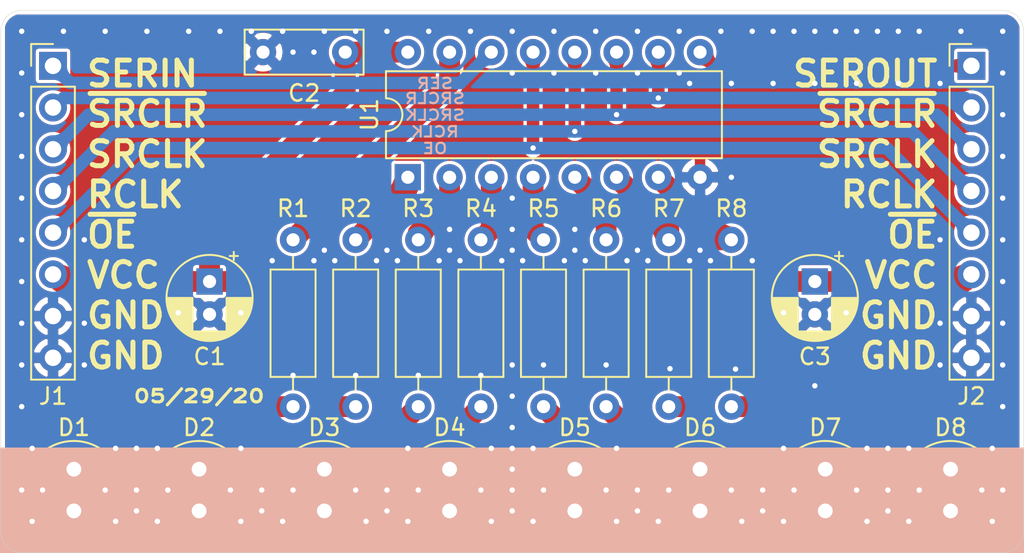
<source format=kicad_pcb>
(kicad_pcb (version 20171130) (host pcbnew 5.1.5-5.1.5)
  (title_block (rev 1))
  (layers (0 Front signal) (31 Back signal hide) (34 B.Paste user) (35 F.Paste user) (36 B.SilkS user) (37 F.SilkS user) (38 B.Mask user) (39 F.Mask user) (44 Edge.Cuts user))
  (net 0 "")
  (net 1 GND)
  (net 2 VCC)
  (net 3 "Net-(D1-Pad2)")
  (net 4 "Net-(D2-Pad2)")
  (net 5 "Net-(D3-Pad2)")
  (net 6 "Net-(D4-Pad2)")
  (net 7 "Net-(D5-Pad2)")
  (net 8 "Net-(D6-Pad2)")
  (net 9 "Net-(D7-Pad2)")
  (net 10 "Net-(D8-Pad2)")
  (net 11 /1)
  (net 12 /2)
  (net 13 /3)
  (net 14 /4)
  (net 15 /5)
  (net 16 /6)
  (net 17 /7)
  (net 18 /8)
  (net 19 /SER)
  (net 20 /OE)
  (net 21 /RCLK)
  (net 22 /SRCLK)
  (net 23 /SRCLR)
  (net 24 /SEROUT)
  (module Symbol:KiCad-Logo2_6mm_SilkScreen (layer Back) (at 143.51 73.025 180)
    (fp_text reference REF** hide)
    (fp_text value KiCad-Logo2_6mm_SilkScreen hide)
  )
  (module Symbol:OSHW-Symbol_6.7x6mm_SilkScreen (layer Back) (at 118.11 77.47 180)
    (fp_text reference REF** hide)
    (fp_text value OSHW-Symbol_6.7x6mm_SilkScreen hide)
  )
  (module Symbol:OSHW-Symbol_6.7x6mm_SilkScreen (layer Back) (at 154.94 77.47 180)
    (fp_text reference REF** hide)
    (fp_text value OSHW-Symbol_6.7x6mm_SilkScreen hide)
  )
  (module Resistor_THT:R_Axial_DIN0207_L6.3mm_D2.5mm_P10.16mm_Horizontal (layer Front) (at 134.62 68.58 270)
    (fp_text reference R4 (at -1.905 0 180) (layer F.SilkS))
    (fp_text value R_US)
    (pad 1 thru_hole circle (at 0 0 270) (size 1.6 1.6) (drill 0.8) (layers *.Cu *.Mask) (net 14 /4))
    (pad 2 thru_hole oval (at 10.16 0 270) (size 1.6 1.6) (drill 0.8) (layers *.Cu *.Mask) (net 6 "Net-(D4-Pad2)"))
  )
  (module Resistor_THT:R_Axial_DIN0207_L6.3mm_D2.5mm_P10.16mm_Horizontal (layer Front) (at 149.86 68.58 270)
    (fp_text reference R8 (at -1.905 0 180) (layer F.SilkS))
    (fp_text value R_US)
    (pad 1 thru_hole circle (at 0 0 270) (size 1.6 1.6) (drill 0.8) (layers *.Cu *.Mask) (net 18 /8))
    (pad 2 thru_hole oval (at 10.16 0 270) (size 1.6 1.6) (drill 0.8) (layers *.Cu *.Mask) (net 10 "Net-(D8-Pad2)"))
  )
  (module Resistor_THT:R_Axial_DIN0207_L6.3mm_D2.5mm_P10.16mm_Horizontal (layer Front) (at 146.05 68.58 270)
    (fp_text reference R7 (at -1.905 0 180) (layer F.SilkS))
    (fp_text value R_US)
    (pad 1 thru_hole circle (at 0 0 270) (size 1.6 1.6) (drill 0.8) (layers *.Cu *.Mask) (net 17 /7))
    (pad 2 thru_hole oval (at 10.16 0 270) (size 1.6 1.6) (drill 0.8) (layers *.Cu *.Mask) (net 9 "Net-(D7-Pad2)"))
  )
  (module Resistor_THT:R_Axial_DIN0207_L6.3mm_D2.5mm_P10.16mm_Horizontal (layer Front) (at 142.24 68.58 270)
    (fp_text reference R6 (at -1.905 0 180) (layer F.SilkS))
    (fp_text value R_US)
    (pad 1 thru_hole circle (at 0 0 270) (size 1.6 1.6) (drill 0.8) (layers *.Cu *.Mask) (net 16 /6))
    (pad 2 thru_hole oval (at 10.16 0 270) (size 1.6 1.6) (drill 0.8) (layers *.Cu *.Mask) (net 8 "Net-(D6-Pad2)"))
  )
  (module Resistor_THT:R_Axial_DIN0207_L6.3mm_D2.5mm_P10.16mm_Horizontal (layer Front) (at 138.43 68.58 270)
    (fp_text reference R5 (at -1.905 0 180) (layer F.SilkS))
    (fp_text value R_US)
    (pad 1 thru_hole circle (at 0 0 270) (size 1.6 1.6) (drill 0.8) (layers *.Cu *.Mask) (net 15 /5))
    (pad 2 thru_hole oval (at 10.16 0 270) (size 1.6 1.6) (drill 0.8) (layers *.Cu *.Mask) (net 7 "Net-(D5-Pad2)"))
  )
  (module Resistor_THT:R_Axial_DIN0207_L6.3mm_D2.5mm_P10.16mm_Horizontal (layer Front) (at 130.81 68.58 270)
    (fp_text reference R3 (at -1.905 0 180) (layer F.SilkS))
    (fp_text value R_US)
    (pad 1 thru_hole circle (at 0 0 270) (size 1.6 1.6) (drill 0.8) (layers *.Cu *.Mask) (net 13 /3))
    (pad 2 thru_hole oval (at 10.16 0 270) (size 1.6 1.6) (drill 0.8) (layers *.Cu *.Mask) (net 5 "Net-(D3-Pad2)"))
  )
  (module Resistor_THT:R_Axial_DIN0207_L6.3mm_D2.5mm_P10.16mm_Horizontal (layer Front) (at 127 68.58 270)
    (fp_text reference R2 (at -1.905 0 180) (layer F.SilkS))
    (fp_text value R_US)
    (pad 1 thru_hole circle (at 0 0 270) (size 1.6 1.6) (drill 0.8) (layers *.Cu *.Mask) (net 12 /2))
    (pad 2 thru_hole oval (at 10.16 0 270) (size 1.6 1.6) (drill 0.8) (layers *.Cu *.Mask) (net 4 "Net-(D2-Pad2)"))
  )
  (module Resistor_THT:R_Axial_DIN0207_L6.3mm_D2.5mm_P10.16mm_Horizontal (layer Front) (at 123.19 68.58 270)
    (fp_text reference R1 (at -1.905 0 180) (layer F.SilkS))
    (fp_text value R_US)
    (pad 1 thru_hole circle (at 0 0 270) (size 1.6 1.6) (drill 0.8) (layers *.Cu *.Mask) (net 11 /1))
    (pad 2 thru_hole oval (at 10.16 0 270) (size 1.6 1.6) (drill 0.8) (layers *.Cu *.Mask) (net 3 "Net-(D1-Pad2)"))
  )
  (module LED_THT:LED_D5.0mm (layer Front) (at 163.195 85.09 90)
    (fp_text reference D8 (at 5.08 0 180) (layer F.SilkS))
    (fp_text value LED)
    (pad 1 thru_hole rect (at 0 0 90) (size 1.8 1.8) (drill 0.9) (layers *.Cu *.Mask) (net 1 GND))
    (pad 2 thru_hole circle (at 2.54 0 90) (size 1.8 1.8) (drill 0.9) (layers *.Cu *.Mask) (net 10 "Net-(D8-Pad2)"))
  )
  (module LED_THT:LED_D5.0mm (layer Front) (at 155.575 85.09 90)
    (fp_text reference D7 (at 5.08 0 180) (layer F.SilkS))
    (fp_text value LED)
    (pad 1 thru_hole rect (at 0 0 90) (size 1.8 1.8) (drill 0.9) (layers *.Cu *.Mask) (net 1 GND))
    (pad 2 thru_hole circle (at 2.54 0 90) (size 1.8 1.8) (drill 0.9) (layers *.Cu *.Mask) (net 9 "Net-(D7-Pad2)"))
  )
  (module LED_THT:LED_D5.0mm (layer Front) (at 147.955 85.09 90)
    (fp_text reference D6 (at 5.08 0 180) (layer F.SilkS))
    (fp_text value LED)
    (pad 1 thru_hole rect (at 0 0 90) (size 1.8 1.8) (drill 0.9) (layers *.Cu *.Mask) (net 1 GND))
    (pad 2 thru_hole circle (at 2.54 0 90) (size 1.8 1.8) (drill 0.9) (layers *.Cu *.Mask) (net 8 "Net-(D6-Pad2)"))
  )
  (module LED_THT:LED_D5.0mm (layer Front) (at 140.335 85.09 90)
    (fp_text reference D5 (at 5.08 0 180) (layer F.SilkS))
    (fp_text value LED)
    (pad 1 thru_hole rect (at 0 0 90) (size 1.8 1.8) (drill 0.9) (layers *.Cu *.Mask) (net 1 GND))
    (pad 2 thru_hole circle (at 2.54 0 90) (size 1.8 1.8) (drill 0.9) (layers *.Cu *.Mask) (net 7 "Net-(D5-Pad2)"))
  )
  (module LED_THT:LED_D5.0mm (layer Front) (at 132.715 85.09 90)
    (fp_text reference D4 (at 5.08 0 180) (layer F.SilkS))
    (fp_text value LED)
    (pad 1 thru_hole rect (at 0 0 90) (size 1.8 1.8) (drill 0.9) (layers *.Cu *.Mask) (net 1 GND))
    (pad 2 thru_hole circle (at 2.54 0 90) (size 1.8 1.8) (drill 0.9) (layers *.Cu *.Mask) (net 6 "Net-(D4-Pad2)"))
  )
  (module LED_THT:LED_D5.0mm (layer Front) (at 125.095 85.09 90)
    (fp_text reference D3 (at 5.08 0 180) (layer F.SilkS))
    (fp_text value LED)
    (pad 1 thru_hole rect (at 0 0 90) (size 1.8 1.8) (drill 0.9) (layers *.Cu *.Mask) (net 1 GND))
    (pad 2 thru_hole circle (at 2.54 0 90) (size 1.8 1.8) (drill 0.9) (layers *.Cu *.Mask) (net 5 "Net-(D3-Pad2)"))
  )
  (module LED_THT:LED_D5.0mm (layer Front) (at 117.475 85.09 90)
    (fp_text reference D2 (at 5.08 0 180) (layer F.SilkS))
    (fp_text value LED)
    (pad 1 thru_hole rect (at 0 0 90) (size 1.8 1.8) (drill 0.9) (layers *.Cu *.Mask) (net 1 GND))
    (pad 2 thru_hole circle (at 2.54 0 90) (size 1.8 1.8) (drill 0.9) (layers *.Cu *.Mask) (net 4 "Net-(D2-Pad2)"))
  )
  (module LED_THT:LED_D5.0mm (layer Front) (at 109.855 85.09 90)
    (fp_text reference D1 (at 5.08 0) (layer F.SilkS))
    (fp_text value LED)
    (pad 1 thru_hole rect (at 0 0 90) (size 1.8 1.8) (drill 0.9) (layers *.Cu *.Mask) (net 1 GND))
    (pad 2 thru_hole circle (at 2.54 0 90) (size 1.8 1.8) (drill 0.9) (layers *.Cu *.Mask) (net 3 "Net-(D1-Pad2)"))
  )
  (module Capacitor_THT:C_Rect_L7.0mm_W2.5mm_P5.00mm (layer Front) (at 126.365 57.15 180)
    (fp_text reference C2 (at 2.5 -2.5) (layer F.SilkS))
    (fp_text value C)
    (pad 1 thru_hole circle (at 0 0 180) (size 1.6 1.6) (drill 0.8) (layers *.Cu *.Mask) (net 2 VCC))
    (pad 2 thru_hole circle (at 5 0 180) (size 1.6 1.6) (drill 0.8) (layers *.Cu *.Mask) (net 1 GND))
  )
  (module Package_DIP:DIP-16_W7.62mm (layer Front) (at 130.175 64.77 90)
    (fp_text reference U1 (at 3.81 -2.33 90) (layer F.SilkS))
    (fp_text value 74HC595)
    (pad 1 thru_hole rect (at 0 0 90) (size 1.6 1.6) (drill 0.8) (layers *.Cu *.Mask) (net 12 /2))
    (pad 9 thru_hole oval (at 7.62 17.78 90) (size 1.6 1.6) (drill 0.8) (layers *.Cu *.Mask) (net 24 /SEROUT))
    (pad 2 thru_hole oval (at 0 2.54 90) (size 1.6 1.6) (drill 0.8) (layers *.Cu *.Mask) (net 13 /3))
    (pad 10 thru_hole oval (at 7.62 15.24 90) (size 1.6 1.6) (drill 0.8) (layers *.Cu *.Mask) (net 23 /SRCLR))
    (pad 3 thru_hole oval (at 0 5.08 90) (size 1.6 1.6) (drill 0.8) (layers *.Cu *.Mask) (net 14 /4))
    (pad 11 thru_hole oval (at 7.62 12.7 90) (size 1.6 1.6) (drill 0.8) (layers *.Cu *.Mask) (net 22 /SRCLK))
    (pad 4 thru_hole oval (at 0 7.62 90) (size 1.6 1.6) (drill 0.8) (layers *.Cu *.Mask) (net 15 /5))
    (pad 12 thru_hole oval (at 7.62 10.16 90) (size 1.6 1.6) (drill 0.8) (layers *.Cu *.Mask) (net 21 /RCLK))
    (pad 5 thru_hole oval (at 0 10.16 90) (size 1.6 1.6) (drill 0.8) (layers *.Cu *.Mask) (net 16 /6))
    (pad 13 thru_hole oval (at 7.62 7.62 90) (size 1.6 1.6) (drill 0.8) (layers *.Cu *.Mask) (net 20 /OE))
    (pad 6 thru_hole oval (at 0 12.7 90) (size 1.6 1.6) (drill 0.8) (layers *.Cu *.Mask) (net 17 /7))
    (pad 14 thru_hole oval (at 7.62 5.08 90) (size 1.6 1.6) (drill 0.8) (layers *.Cu *.Mask) (net 19 /SER))
    (pad 7 thru_hole oval (at 0 15.24 90) (size 1.6 1.6) (drill 0.8) (layers *.Cu *.Mask) (net 18 /8))
    (pad 15 thru_hole oval (at 7.62 2.54 90) (size 1.6 1.6) (drill 0.8) (layers *.Cu *.Mask) (net 11 /1))
    (pad 8 thru_hole oval (at 0 17.78 90) (size 1.6 1.6) (drill 0.8) (layers *.Cu *.Mask) (net 1 GND))
    (pad 16 thru_hole oval (at 7.62 0 90) (size 1.6 1.6) (drill 0.8) (layers *.Cu *.Mask) (net 2 VCC))
  )
  (module Connector_PinHeader_2.54mm:PinHeader_1x08_P2.54mm_Vertical (layer Front) (at 164.465 57.985)
    (fp_text reference J2 (at 0 20.12) (layer F.SilkS))
    (fp_text value Conn_01x08_Male)
    (pad 1 thru_hole rect (at 0 0) (size 1.7 1.7) (drill 1) (layers *.Cu *.Mask) (net 24 /SEROUT))
    (pad 2 thru_hole oval (at 0 2.54) (size 1.7 1.7) (drill 1) (layers *.Cu *.Mask) (net 23 /SRCLR))
    (pad 3 thru_hole oval (at 0 5.08) (size 1.7 1.7) (drill 1) (layers *.Cu *.Mask) (net 22 /SRCLK))
    (pad 4 thru_hole oval (at 0 7.62) (size 1.7 1.7) (drill 1) (layers *.Cu *.Mask) (net 21 /RCLK))
    (pad 5 thru_hole oval (at 0 10.16) (size 1.7 1.7) (drill 1) (layers *.Cu *.Mask) (net 20 /OE))
    (pad 6 thru_hole oval (at 0 12.7) (size 1.7 1.7) (drill 1) (layers *.Cu *.Mask) (net 2 VCC))
    (pad 7 thru_hole oval (at 0 15.24) (size 1.7 1.7) (drill 1) (layers *.Cu *.Mask) (net 1 GND))
    (pad 8 thru_hole oval (at 0 17.78) (size 1.7 1.7) (drill 1) (layers *.Cu *.Mask) (net 1 GND))
  )
  (module Connector_PinHeader_2.54mm:PinHeader_1x08_P2.54mm_Vertical (layer Front) (at 108.585 57.985)
    (fp_text reference J1 (at 0 20.12) (layer F.SilkS))
    (fp_text value Conn_01x08_Male)
    (pad 1 thru_hole rect (at 0 0) (size 1.7 1.7) (drill 1) (layers *.Cu *.Mask) (net 19 /SER))
    (pad 2 thru_hole oval (at 0 2.54) (size 1.7 1.7) (drill 1) (layers *.Cu *.Mask) (net 23 /SRCLR))
    (pad 3 thru_hole oval (at 0 5.08) (size 1.7 1.7) (drill 1) (layers *.Cu *.Mask) (net 22 /SRCLK))
    (pad 4 thru_hole oval (at 0 7.62) (size 1.7 1.7) (drill 1) (layers *.Cu *.Mask) (net 21 /RCLK))
    (pad 5 thru_hole oval (at 0 10.16) (size 1.7 1.7) (drill 1) (layers *.Cu *.Mask) (net 20 /OE))
    (pad 6 thru_hole oval (at 0 12.7) (size 1.7 1.7) (drill 1) (layers *.Cu *.Mask) (net 2 VCC))
    (pad 7 thru_hole oval (at 0 15.24) (size 1.7 1.7) (drill 1) (layers *.Cu *.Mask) (net 1 GND))
    (pad 8 thru_hole oval (at 0 17.78) (size 1.7 1.7) (drill 1) (layers *.Cu *.Mask) (net 1 GND))
  )
  (module Capacitor_THT:CP_Radial_D5.0mm_P2.00mm (layer Front) (at 154.94 71.12 270)
    (fp_text reference C3 (at 4.572 0 180) (layer F.SilkS))
    (fp_text value CP1)
    (pad 1 thru_hole rect (at 0 0 270) (size 1.6 1.6) (drill 0.8) (layers *.Cu *.Mask) (net 2 VCC))
    (pad 2 thru_hole circle (at 2 0 270) (size 1.6 1.6) (drill 0.8) (layers *.Cu *.Mask) (net 1 GND))
  )
  (module Capacitor_THT:CP_Radial_D5.0mm_P2.00mm (layer Front) (at 118.11 71.12 270)
    (fp_text reference C1 (at 4.572 0 180) (layer F.SilkS))
    (fp_text value CP1)
    (pad 1 thru_hole rect (at 0 0 270) (size 1.6 1.6) (drill 0.8) (layers *.Cu *.Mask) (net 2 VCC))
    (pad 2 thru_hole circle (at 2 0 270) (size 1.6 1.6) (drill 0.8) (layers *.Cu *.Mask) (net 1 GND))
  )
  (gr_text 05/29/20 (at 117.475 78.105) (layer F.SilkS) (effects (font (size 0.762 1.016) (thickness 0.1905))))
  (gr_poly (pts (xy 167.64 87.63) (xy 105.41 87.63) (xy 105.41 81.28) (xy 167.64 81.28)) (layer B.SilkS) (width 0.1))
  (gr_text OE (at 131.826 63.0174) (layer B.SilkS) (effects (font (size 0.635 0.762) (thickness 0.127)) (justify mirror)))
  (gr_text RCLK (at 131.826 62.0014) (layer B.SilkS) (effects (font (size 0.635 0.762) (thickness 0.127)) (justify mirror)))
  (gr_text SRCLK (at 131.826 60.9854) (layer B.SilkS) (effects (font (size 0.635 0.762) (thickness 0.127)) (justify mirror)))
  (gr_text SRCLR (at 131.826 59.9694) (layer B.SilkS) (effects (font (size 0.635 0.762) (thickness 0.127)) (justify mirror)))
  (gr_text SER (at 131.826 59.055) (layer B.SilkS) (effects (font (size 0.635 0.762) (thickness 0.127)) (justify mirror)))
  (gr_arc (start 106.68 86.36) (end 105.41 86.36) (angle -90) (layer Edge.Cuts) (width 0.0254))
  (gr_arc (start 106.68 55.88) (end 106.68 54.61) (angle -90) (layer Edge.Cuts) (width 0.0254))
  (gr_arc (start 166.37 55.88) (end 167.64 55.88) (angle -90) (layer Edge.Cuts) (width 0.0254))
  (gr_arc (start 166.37 86.36) (end 166.37 87.63) (angle -90) (layer Edge.Cuts) (width 0.0254))
  (gr_text "SERIN\n~SRCLR~\nSRCLK\nRCLK\n~OE~\nVCC\nGND\nGND" (at 110.49 67.056) (layer F.SilkS) (effects (font (size 1.524 1.524) (thickness 0.3048)) (justify left)))
  (gr_text "SEROUT\n~SRCLR~\nSRCLK\nRCLK\n~OE~\nVCC\nGND\nGND" (at 162.56 67.056) (layer F.SilkS) (effects (font (size 1.524 1.524) (thickness 0.3048)) (justify right)))
  (gr_line (start 105.41 86.36) (end 105.41 55.88) (layer Edge.Cuts) (width 0.0254))
  (gr_line (start 167.64 86.36) (end 167.64 55.88) (layer Edge.Cuts) (width 0.0254))
  (gr_line (start 106.68 87.63) (end 166.37 87.63) (layer Edge.Cuts) (width 0.0254))
  (gr_line (start 106.68 54.61) (end 166.37 54.61) (layer Edge.Cuts) (width 0.0254))
  (via (at 106.68 83.82) (size 0.6858) (drill 0.3302) (layers Front Back) (net 1))
  (via (at 106.68 78.74) (size 0.6858) (drill 0.3302) (layers Front Back) (net 1))
  (via (at 106.68 76.2) (size 0.6858) (drill 0.3302) (layers Front Back) (net 1))
  (via (at 106.68 73.66) (size 0.6858) (drill 0.3302) (layers Front Back) (net 1))
  (via (at 106.68 71.12) (size 0.6858) (drill 0.3302) (layers Front Back) (net 1))
  (via (at 106.68 68.58) (size 0.6858) (drill 0.3302) (layers Front Back) (net 1))
  (via (at 106.68 66.04) (size 0.6858) (drill 0.3302) (layers Front Back) (net 1))
  (via (at 106.68 63.5) (size 0.6858) (drill 0.3302) (layers Front Back) (net 1))
  (via (at 106.68 60.96) (size 0.6858) (drill 0.3302) (layers Front Back) (net 1))
  (via (at 106.68 58.42) (size 0.6858) (drill 0.3302) (layers Front Back) (net 1))
  (via (at 106.68 55.88) (size 0.6858) (drill 0.3302) (layers Front Back) (net 1))
  (via (at 134.62 83.82) (size 0.6858) (drill 0.3302) (layers Front Back) (net 1))
  (via (at 130.81 83.82) (size 0.6858) (drill 0.3302) (layers Front Back) (net 1))
  (via (at 138.43 83.82) (size 0.6858) (drill 0.3302) (layers Front Back) (net 1))
  (via (at 142.24 83.82) (size 0.6858) (drill 0.3302) (layers Front Back) (net 1))
  (via (at 146.05 83.82) (size 0.6858) (drill 0.3302) (layers Front Back) (net 1))
  (via (at 149.86 83.82) (size 0.6858) (drill 0.3302) (layers Front Back) (net 1))
  (via (at 153.67 83.82) (size 0.6858) (drill 0.3302) (layers Front Back) (net 1))
  (via (at 157.48 83.82) (size 0.6858) (drill 0.3302) (layers Front Back) (net 1))
  (via (at 161.29 83.82) (size 0.6858) (drill 0.3302) (layers Front Back) (net 1))
  (via (at 165.1 83.82) (size 0.6858) (drill 0.3302) (layers Front Back) (net 1))
  (via (at 127 83.82) (size 0.6858) (drill 0.3302) (layers Front Back) (net 1))
  (via (at 123.19 83.82) (size 0.6858) (drill 0.3302) (layers Front Back) (net 1))
  (via (at 119.38 83.82) (size 0.6858) (drill 0.3302) (layers Front Back) (net 1))
  (via (at 115.57 83.82) (size 0.6858) (drill 0.3302) (layers Front Back) (net 1))
  (via (at 111.76 83.82) (size 0.6858) (drill 0.3302) (layers Front Back) (net 1))
  (via (at 107.95 83.82) (size 0.6858) (drill 0.3302) (layers Front Back) (net 1))
  (via (at 135.255 81.28) (size 0.6858) (drill 0.3302) (layers Front Back) (net 1))
  (via (at 137.795 81.28) (size 0.6858) (drill 0.3302) (layers Front Back) (net 1))
  (via (at 130.175 81.28) (size 0.6858) (drill 0.3302) (layers Front Back) (net 1))
  (via (at 142.875 81.28) (size 0.6858) (drill 0.3302) (layers Front Back) (net 1))
  (via (at 112.395 81.28) (size 0.6858) (drill 0.3302) (layers Front Back) (net 1))
  (via (at 114.935 81.28) (size 0.6858) (drill 0.3302) (layers Front Back) (net 1))
  (via (at 120.015 81.28) (size 0.6858) (drill 0.3302) (layers Front Back) (net 1))
  (via (at 153.035 81.28) (size 0.6858) (drill 0.3302) (layers Front Back) (net 1))
  (via (at 158.115 81.28) (size 0.6858) (drill 0.3302) (layers Front Back) (net 1))
  (via (at 160.655 81.28) (size 0.6858) (drill 0.3302) (layers Front Back) (net 1))
  (via (at 151.765 83.82) (size 0.6858) (drill 0.3302) (layers Front Back) (net 1))
  (via (at 159.385 83.82) (size 0.6858) (drill 0.3302) (layers Front Back) (net 1))
  (via (at 144.145 83.82) (size 0.6858) (drill 0.3302) (layers Front Back) (net 1))
  (via (at 136.525 83.82) (size 0.6858) (drill 0.3302) (layers Front Back) (net 1))
  (via (at 128.905 83.82) (size 0.6858) (drill 0.3302) (layers Front Back) (net 1))
  (via (at 121.285 83.82) (size 0.6858) (drill 0.3302) (layers Front Back) (net 1))
  (via (at 113.665 83.82) (size 0.6858) (drill 0.3302) (layers Front Back) (net 1))
  (via (at 113.665 81.28) (size 0.6858) (drill 0.3302) (layers Front Back) (net 1))
  (via (at 136.525 81.28) (size 0.6858) (drill 0.3302) (layers Front Back) (net 1))
  (via (at 159.385 81.28) (size 0.6858) (drill 0.3302) (layers Front Back) (net 1))
  (via (at 121.285 85.09) (size 0.6858) (drill 0.3302) (layers Front Back) (net 1))
  (via (at 113.665 85.09) (size 0.6858) (drill 0.3302) (layers Front Back) (net 1))
  (via (at 160.655 85.725) (size 0.6858) (drill 0.3302) (layers Front Back) (net 1))
  (via (at 153.035 85.725) (size 0.6858) (drill 0.3302) (layers Front Back) (net 1))
  (via (at 145.415 85.725) (size 0.6858) (drill 0.3302) (layers Front Back) (net 1))
  (via (at 137.795 85.725) (size 0.6858) (drill 0.3302) (layers Front Back) (net 1))
  (via (at 130.175 85.725) (size 0.6858) (drill 0.3302) (layers Front Back) (net 1))
  (via (at 122.555 85.725) (size 0.6858) (drill 0.3302) (layers Front Back) (net 1))
  (via (at 114.935 85.725) (size 0.6858) (drill 0.3302) (layers Front Back) (net 1))
  (via (at 120.015 85.725) (size 0.6858) (drill 0.3302) (layers Front Back) (net 1))
  (via (at 112.395 85.725) (size 0.6858) (drill 0.3302) (layers Front Back) (net 1))
  (via (at 127.635 85.725) (size 0.6858) (drill 0.3302) (layers Front Back) (net 1))
  (via (at 135.255 85.725) (size 0.6858) (drill 0.3302) (layers Front Back) (net 1))
  (via (at 142.875 85.725) (size 0.6858) (drill 0.3302) (layers Front Back) (net 1))
  (via (at 150.495 85.725) (size 0.6858) (drill 0.3302) (layers Front Back) (net 1))
  (via (at 158.115 85.725) (size 0.6858) (drill 0.3302) (layers Front Back) (net 1))
  (via (at 165.735 85.725) (size 0.6858) (drill 0.3302) (layers Front Back) (net 1))
  (via (at 150.114 76.454) (size 0.6858) (drill 0.3302) (layers Front Back) (net 1))
  (via (at 146.1262 76.4286) (size 0.6858) (drill 0.3302) (layers Front Back) (net 1))
  (via (at 142.24 76.2) (size 0.6858) (drill 0.3302) (layers Front Back) (net 1))
  (via (at 138.43 76.2) (size 0.6858) (drill 0.3302) (layers Front Back) (net 1))
  (via (at 134.62 76.835) (size 0.6858) (drill 0.3302) (layers Front Back) (net 1))
  (via (at 130.81 76.835) (size 0.6858) (drill 0.3302) (layers Front Back) (net 1))
  (via (at 127 76.835) (size 0.6858) (drill 0.3302) (layers Front Back) (net 1))
  (via (at 123.19 76.835) (size 0.6858) (drill 0.3302) (layers Front Back) (net 1))
  (via (at 120.015 73.025) (size 0.6858) (drill 0.3302) (layers Front Back) (net 1))
  (via (at 116.205 73.025) (size 0.6858) (drill 0.3302) (layers Front Back) (net 1))
  (via (at 153.035 73.025) (size 0.6858) (drill 0.3302) (layers Front Back) (net 1))
  (via (at 156.845 73.025) (size 0.6858) (drill 0.3302) (layers Front Back) (net 1))
  (via (at 107.315 85.725) (size 0.6858) (drill 0.3302) (layers Front Back) (net 1))
  (via (at 107.315 81.28) (size 0.6858) (drill 0.3302) (layers Front Back) (net 1))
  (via (at 166.37 83.82) (size 0.6858) (drill 0.3302) (layers Front Back) (net 1))
  (via (at 165.735 81.28) (size 0.6858) (drill 0.3302) (layers Front Back) (net 1))
  (via (at 166.37 78.74) (size 0.6858) (drill 0.3302) (layers Front Back) (net 1))
  (via (at 166.37 76.2) (size 0.6858) (drill 0.3302) (layers Front Back) (net 1))
  (via (at 166.37 73.66) (size 0.6858) (drill 0.3302) (layers Front Back) (net 1))
  (via (at 166.37 71.12) (size 0.6858) (drill 0.3302) (layers Front Back) (net 1))
  (via (at 166.37 68.58) (size 0.6858) (drill 0.3302) (layers Front Back) (net 1))
  (via (at 166.37 66.04) (size 0.6858) (drill 0.3302) (layers Front Back) (net 1))
  (via (at 166.37 63.5) (size 0.6858) (drill 0.3302) (layers Front Back) (net 1))
  (via (at 166.37 60.96) (size 0.6858) (drill 0.3302) (layers Front Back) (net 1))
  (via (at 166.37 58.42) (size 0.6858) (drill 0.3302) (layers Front Back) (net 1))
  (via (at 166.37 55.88) (size 0.6858) (drill 0.3302) (layers Front Back) (net 1))
  (via (at 163.83 55.88) (size 0.6858) (drill 0.3302) (layers Front Back) (net 1))
  (via (at 109.22 55.88) (size 0.6858) (drill 0.3302) (layers Front Back) (net 1))
  (via (at 111.76 55.88) (size 0.6858) (drill 0.3302) (layers Front Back) (net 1))
  (via (at 114.3 55.88) (size 0.6858) (drill 0.3302) (layers Front Back) (net 1))
  (via (at 116.84 55.88) (size 0.6858) (drill 0.3302) (layers Front Back) (net 1))
  (via (at 146.685 55.88) (size 0.6858) (drill 0.3302) (layers Front Back) (net 1))
  (via (at 144.145 55.88) (size 0.6858) (drill 0.3302) (layers Front Back) (net 1))
  (via (at 141.605 55.88) (size 0.6858) (drill 0.3302) (layers Front Back) (net 1))
  (via (at 139.065 55.88) (size 0.6858) (drill 0.3302) (layers Front Back) (net 1))
  (via (at 136.525 55.88) (size 0.6858) (drill 0.3302) (layers Front Back) (net 1))
  (via (at 133.985 55.88) (size 0.6858) (drill 0.3302) (layers Front Back) (net 1))
  (via (at 131.445 55.88) (size 0.6858) (drill 0.3302) (layers Front Back) (net 1))
  (via (at 128.905 55.88) (size 0.6858) (drill 0.3302) (layers Front Back) (net 1))
  (via (at 149.225 55.88) (size 0.6858) (drill 0.3302) (layers Front Back) (net 1))
  (via (at 125.095 55.88) (size 0.6858) (drill 0.3302) (layers Front Back) (net 1))
  (via (at 122.555 55.88) (size 0.6858) (drill 0.3302) (layers Front Back) (net 1))
  (via (at 123.19 57.15) (size 0.6858) (drill 0.3302) (layers Front Back) (net 1))
  (via (at 124.46 57.15) (size 0.6858) (drill 0.3302) (layers Front Back) (net 1))
  (via (at 141.605 58.42) (size 0.6858) (drill 0.3302) (layers Front Back) (net 1))
  (via (at 139.065 58.42) (size 0.6858) (drill 0.3302) (layers Front Back) (net 1))
  (via (at 136.525 58.42) (size 0.6858) (drill 0.3302) (layers Front Back) (net 1))
  (via (at 144.145 58.42) (size 0.6858) (drill 0.3302) (layers Front Back) (net 1))
  (via (at 146.685 58.42) (size 0.6858) (drill 0.3302) (layers Front Back) (net 1))
  (via (at 136.525 82.55) (size 0.6858) (drill 0.3302) (layers Front Back) (net 1))
  (via (at 136.525 85.09) (size 0.6858) (drill 0.3302) (layers Front Back) (net 1))
  (via (at 128.905 85.09) (size 0.6858) (drill 0.3302) (layers Front Back) (net 1))
  (via (at 144.145 85.09) (size 0.6858) (drill 0.3302) (layers Front Back) (net 1))
  (via (at 151.765 85.09) (size 0.6858) (drill 0.3302) (layers Front Back) (net 1))
  (via (at 159.385 85.09) (size 0.6858) (drill 0.3302) (layers Front Back) (net 1))
  (via (at 151.13 55.88) (size 0.6858) (drill 0.3302) (layers Front Back) (net 1))
  (via (at 153.67 55.88) (size 0.6858) (drill 0.3302) (layers Front Back) (net 1))
  (via (at 156.21 55.88) (size 0.6858) (drill 0.3302) (layers Front Back) (net 1))
  (via (at 158.75 55.88) (size 0.6858) (drill 0.3302) (layers Front Back) (net 1))
  (via (at 161.29 55.88) (size 0.6858) (drill 0.3302) (layers Front Back) (net 1))
  (via (at 154.94 77.47) (size 0.6858) (drill 0.3302) (layers Front Back) (net 1))
  (via (at 136.525 66.04) (size 0.6858) (drill 0.3302) (layers Front Back) (net 1))
  (via (at 136.525 67.945) (size 0.6858) (drill 0.3302) (layers Front Back) (net 1))
  (via (at 135.89 69.85) (size 0.6858) (drill 0.3302) (layers Front Back) (net 1))
  (via (at 136.525 76.2) (size 0.6858) (drill 0.3302) (layers Front Back) (net 1))
  (via (at 136.525 78.105) (size 0.6858) (drill 0.3302) (layers Front Back) (net 1))
  (via (at 136.525 80.01) (size 0.6858) (drill 0.3302) (layers Front Back) (net 1))
  (via (at 151.13 69.85) (size 0.6858) (drill 0.3302) (layers Front Back) (net 1))
  (via (at 148.59 69.85) (size 0.6858) (drill 0.3302) (layers Front Back) (net 1))
  (via (at 140.97 69.85) (size 0.6858) (drill 0.3302) (layers Front Back) (net 1))
  (via (at 143.51 69.85) (size 0.6858) (drill 0.3302) (layers Front Back) (net 1))
  (via (at 121.92 69.85) (size 0.6858) (drill 0.3302) (layers Front Back) (net 1))
  (via (at 124.46 69.85) (size 0.6858) (drill 0.3302) (layers Front Back) (net 1))
  (via (at 129.54 69.85) (size 0.6858) (drill 0.3302) (layers Front Back) (net 1))
  (via (at 132.08 69.85) (size 0.6858) (drill 0.3302) (layers Front Back) (net 1))
  (via (at 133.35 69.85) (size 0.6858) (drill 0.3302) (layers Front Back) (net 1))
  (via (at 139.7 69.85) (size 0.6858) (drill 0.3302) (layers Front Back) (net 1))
  (via (at 140.335 69.215) (size 0.6858) (drill 0.3302) (layers Front Back) (net 1))
  (via (at 132.715 69.215) (size 0.6858) (drill 0.3302) (layers Front Back) (net 1))
  (via (at 140.335 67.945) (size 0.6858) (drill 0.3302) (layers Front Back) (net 1))
  (via (at 132.715 67.945) (size 0.6858) (drill 0.3302) (layers Front Back) (net 1))
  (via (at 144.78 69.85) (size 0.6858) (drill 0.3302) (layers Front Back) (net 1))
  (via (at 147.32 69.85) (size 0.6858) (drill 0.3302) (layers Front Back) (net 1))
  (via (at 125.73 69.85) (size 0.6858) (drill 0.3302) (layers Front Back) (net 1))
  (via (at 128.27 69.85) (size 0.6858) (drill 0.3302) (layers Front Back) (net 1))
  (via (at 128.905 69.215) (size 0.6858) (drill 0.3302) (layers Front Back) (net 1))
  (via (at 125.095 69.215) (size 0.6858) (drill 0.3302) (layers Front Back) (net 1))
  (via (at 144.145 69.215) (size 0.6858) (drill 0.3302) (layers Front Back) (net 1))
  (via (at 147.955 69.215) (size 0.6858) (drill 0.3302) (layers Front Back) (net 1))
  (via (at 127 55.88) (size 0.6858) (drill 0.3302) (layers Front Back) (net 1))
  (via (at 120.65 55.88) (size 0.6858) (drill 0.3302) (layers Front Back) (net 1))
  (via (at 118.745 55.88) (size 0.6858) (drill 0.3302) (layers Front Back) (net 1))
  (via (at 149.86 64.77) (size 0.6858) (drill 0.3302) (layers Front Back) (net 1))
  (via (at 149.86 59.055) (size 0.6858) (drill 0.3302) (layers Front Back) (net 1))
  (via (at 152.4 59.055) (size 0.6858) (drill 0.3302) (layers Front Back) (net 1))
  (via (at 154.94 59.055) (size 0.6858) (drill 0.3302) (layers Front Back) (net 1))
  (via (at 157.48 59.055) (size 0.6858) (drill 0.3302) (layers Front Back) (net 1))
  (via (at 160.02 59.055) (size 0.6858) (drill 0.3302) (layers Front Back) (net 1))
  (via (at 162.56 59.055) (size 0.6858) (drill 0.3302) (layers Front Back) (net 1))
  (via (at 147.32 59.055) (size 0.6858) (drill 0.3302) (layers Front Back) (net 1))
  (via (at 162.56 76.2) (size 0.6858) (drill 0.3302) (layers Front Back) (net 1))
  (via (at 162.56 73.66) (size 0.6858) (drill 0.3302) (layers Front Back) (net 1))
  (via (at 110.49 76.2) (size 0.6858) (drill 0.3302) (layers Front Back) (net 1))
  (via (at 110.49 73.66) (size 0.6858) (drill 0.3302) (layers Front Back) (net 1))
  (via (at 110.49 68.58) (size 0.6858) (drill 0.3302) (layers Front Back) (net 1))
  (via (at 162.56 68.58) (size 0.6858) (drill 0.3302) (layers Front Back) (net 1))
  (via (at 137.16 69.85) (size 0.6858) (drill 0.3302) (layers Front Back) (net 1))
  (via (at 136.525 69.215) (size 0.6858) (drill 0.3302) (layers Front Back) (net 1))
  (via (at 160.02 55.88) (size 0.6858) (drill 0.3302) (layers Front Back) (net 1))
  (via (at 157.48 55.88) (size 0.6858) (drill 0.3302) (layers Front Back) (net 1))
  (via (at 154.94 55.88) (size 0.6858) (drill 0.3302) (layers Front Back) (net 1))
  (via (at 152.4 55.88) (size 0.6858) (drill 0.3302) (layers Front Back) (net 1))
  (segment (start 126.365 57.15) (end 130.175 57.15) (width 1.27) (layer Front) (net 2))
  (segment (start 164.03 71.12) (end 164.465 70.685) (width 1.27) (layer Front) (net 2))
  (segment (start 109.02 71.12) (end 108.585 70.685) (width 1.27) (layer Front) (net 2))
  (segment (start 164.03 71.12) (end 109.02 71.12) (width 1.27) (layer Front) (net 2))
  (segment (start 126.365 57.15) (end 126.365 59.69) (width 1.27) (layer Front) (net 2))
  (segment (start 118.11 67.945) (end 118.11 71.12) (width 1.27) (layer Front) (net 2))
  (segment (start 126.365 59.69) (end 118.11 67.945) (width 1.27) (layer Front) (net 2))
  (segment (start 109.855 81.277208) (end 109.855 82.55) (width 1.27) (layer Front) (net 3))
  (segment (start 112.392208 78.74) (end 109.855 81.277208) (width 1.27) (layer Front) (net 3))
  (segment (start 123.19 78.74) (end 112.392208 78.74) (width 1.27) (layer Front) (net 3))
  (segment (start 125.86863 78.74) (end 122.05863 82.55) (width 1.27) (layer Front) (net 4))
  (segment (start 122.05863 82.55) (end 118.747792 82.55) (width 1.27) (layer Front) (net 4))
  (segment (start 127 78.74) (end 125.86863 78.74) (width 1.27) (layer Front) (net 4))
  (segment (start 118.747792 82.55) (end 117.475 82.55) (width 1.27) (layer Front) (net 4))
  (segment (start 127 82.55) (end 125.095 82.55) (width 1.27) (layer Front) (net 5))
  (segment (start 130.81 78.74) (end 127 82.55) (width 1.27) (layer Front) (net 5))
  (segment (start 132.715 80.645) (end 132.715 82.55) (width 1.27) (layer Front) (net 6))
  (segment (start 134.62 78.74) (end 132.715 80.645) (width 1.27) (layer Front) (net 6))
  (segment (start 140.335 80.645) (end 140.335 82.55) (width 1.27) (layer Front) (net 7))
  (segment (start 138.43 78.74) (end 140.335 80.645) (width 1.27) (layer Front) (net 7))
  (segment (start 146.05 82.55) (end 147.955 82.55) (width 1.27) (layer Front) (net 8))
  (segment (start 142.24 78.74) (end 146.05 82.55) (width 1.27) (layer Front) (net 8))
  (segment (start 154.302208 82.55) (end 155.575 82.55) (width 1.27) (layer Front) (net 9))
  (segment (start 147.18137 78.74) (end 150.99137 82.55) (width 1.27) (layer Front) (net 9))
  (segment (start 150.99137 82.55) (end 154.302208 82.55) (width 1.27) (layer Front) (net 9))
  (segment (start 146.05 78.74) (end 147.18137 78.74) (width 1.27) (layer Front) (net 9))
  (segment (start 163.195 81.277208) (end 163.195 82.55) (width 1.27) (layer Front) (net 10))
  (segment (start 160.657792 78.74) (end 163.195 81.277208) (width 1.27) (layer Front) (net 10))
  (segment (start 149.86 78.74) (end 160.657792 78.74) (width 1.27) (layer Front) (net 10))
  (segment (start 132.715 59.055) (end 123.19 68.58) (width 1.27) (layer Front) (net 11))
  (segment (start 132.715 57.15) (end 132.715 59.055) (width 1.27) (layer Front) (net 11))
  (segment (start 130.175 65.405) (end 127 68.58) (width 1.27) (layer Front) (net 12))
  (segment (start 130.175 64.77) (end 130.175 65.405) (width 1.27) (layer Front) (net 12))
  (segment (start 130.81 68.177154) (end 130.81 68.58) (width 1.27) (layer Front) (net 13))
  (segment (start 132.715 66.272154) (end 130.81 68.177154) (width 1.27) (layer Front) (net 13))
  (segment (start 132.715 64.77) (end 132.715 66.272154) (width 1.27) (layer Front) (net 13))
  (segment (start 135.255 67.945) (end 134.62 68.58) (width 1.27) (layer Front) (net 14))
  (segment (start 135.255 64.77) (end 135.255 67.945) (width 1.27) (layer Front) (net 14))
  (segment (start 137.795 67.945) (end 138.43 68.58) (width 1.27) (layer Front) (net 15))
  (segment (start 137.795 64.77) (end 137.795 67.945) (width 1.27) (layer Front) (net 15))
  (segment (start 142.24 66.675) (end 142.24 68.58) (width 1.27) (layer Front) (net 16))
  (segment (start 140.335 64.77) (end 142.24 66.675) (width 1.27) (layer Front) (net 16))
  (segment (start 146.05 67.945) (end 146.05 68.58) (width 1.27) (layer Front) (net 17))
  (segment (start 142.875 64.77) (end 146.05 67.945) (width 1.27) (layer Front) (net 17))
  (segment (start 149.225 68.58) (end 149.86 68.58) (width 1.27) (layer Front) (net 18))
  (segment (start 145.415 64.77) (end 149.225 68.58) (width 1.27) (layer Front) (net 18))
  (segment (start 135.255 57.15) (end 133.37541 59.02959) (width 0.762) (layer Back) (net 19))
  (segment (start 133.37541 59.02959) (end 109.62959 59.02959) (width 0.762) (layer Back) (net 19))
  (segment (start 109.62959 59.02959) (end 108.585 57.985) (width 0.762) (layer Back) (net 19))
  (segment (start 159.312 62.992) (end 164.465 68.145) (width 0.762) (layer Back) (net 20))
  (segment (start 137.795 62.992) (end 159.312 62.992) (width 0.762) (layer Back) (net 20))
  (via (at 137.795 62.992) (size 0.6858) (drill 0.3302) (layers Front Back) (net 20))
  (segment (start 137.795 62.992) (end 137.795 57.15) (width 0.762) (layer Front) (net 20))
  (segment (start 108.639 68.145) (end 108.585 68.145) (width 0.762) (layer Back) (net 20))
  (segment (start 137.795 62.992) (end 113.792 62.992) (width 0.762) (layer Back) (net 20))
  (segment (start 113.792 62.992) (end 108.639 68.145) (width 0.762) (layer Back) (net 20))
  (segment (start 160.836 61.976) (end 164.465 65.605) (width 0.762) (layer Back) (net 21))
  (segment (start 140.335 61.976) (end 160.836 61.976) (width 0.762) (layer Back) (net 21))
  (via (at 140.335 61.976) (size 0.6858) (drill 0.3302) (layers Front Back) (net 21))
  (segment (start 140.335 61.976) (end 140.335 57.15) (width 0.762) (layer Front) (net 21))
  (segment (start 108.639 65.605) (end 108.585 65.605) (width 0.762) (layer Back) (net 21))
  (segment (start 140.335 61.976) (end 112.268 61.976) (width 0.762) (layer Back) (net 21))
  (segment (start 112.268 61.976) (end 108.639 65.605) (width 0.762) (layer Back) (net 21))
  (segment (start 162.36 60.96) (end 164.465 63.065) (width 0.762) (layer Back) (net 22))
  (segment (start 110.744 60.96) (end 162.36 60.96) (width 0.762) (layer Back) (net 22))
  (segment (start 108.585 63.065) (end 108.639 63.065) (width 0.762) (layer Back) (net 22))
  (segment (start 108.639 63.065) (end 110.744 60.96) (width 0.762) (layer Back) (net 22))
  (via (at 142.875 60.96) (size 0.6858) (drill 0.3302) (layers Front Back) (net 22))
  (segment (start 142.875 60.96) (end 142.875 57.15) (width 0.762) (layer Front) (net 22))
  (segment (start 108.639 60.525) (end 108.585 60.525) (width 0.762) (layer Back) (net 23))
  (segment (start 109.22 59.944) (end 108.639 60.525) (width 0.762) (layer Back) (net 23))
  (segment (start 164.465 60.525) (end 164.465 60.325) (width 0.762) (layer Back) (net 23))
  (segment (start 164.084 59.944) (end 145.415 59.944) (width 0.762) (layer Back) (net 23))
  (segment (start 164.465 60.325) (end 164.084 59.944) (width 0.762) (layer Back) (net 23))
  (segment (start 145.415 59.944) (end 109.22 59.944) (width 0.762) (layer Back) (net 23))
  (via (at 145.415 59.944) (size 0.6858) (drill 0.3302) (layers Front Back) (net 23))
  (segment (start 145.415 57.15) (end 145.415 59.944) (width 0.762) (layer Front) (net 23))
  (segment (start 148.79 57.985) (end 147.955 57.15) (width 0.762) (layer Front) (net 24))
  (segment (start 164.465 57.985) (end 148.79 57.985) (width 0.762) (layer Front) (net 24))
  (zone (net 1) (net_name GND) (layer Front) (connect_pads (clearance 0.2032)) (min_thickness 0.2032) (fill yes (arc_segments 32) (thermal_gap 0.381) (thermal_bridge_width 0.635))
    (polygon (pts (xy 167.386 87.376) (xy 105.664 87.376) (xy 105.664 54.864) (xy 167.386 54.864)))
  )
  (zone (net 1) (net_name GND) (layer Back) (connect_pads (clearance 0.2032)) (min_thickness 0.2032) (fill yes (arc_segments 32) (thermal_gap 0.381) (thermal_bridge_width 0.635))
    (polygon (pts (xy 167.386 87.376) (xy 105.664 87.376) (xy 105.664 54.864) (xy 167.386 54.864)))
  )
  (zone (net 19) (net_name /SER) (layer Back) (priority 16962) (connect_pads yes (clearance 0.1524)) (min_thickness 0.0254) (fill yes (arc_segments 32) (thermal_gap 0.508) (thermal_bridge_width 0.508))
    (polygon (pts (xy 134.789017 58.154798) (xy 134.830918 58.115427) (xy 134.873686 58.080254) (xy 134.91732 58.049277) (xy 134.961819 58.022498) (xy 135.007185 57.999915) (xy 135.053416 57.98153) (xy 135.100513 57.967341) (xy 135.148476 57.95735) (xy 135.197305 57.951556) (xy 135.247 57.949959) (xy 135.537842 56.867158) (xy 134.455041 57.158) (xy 134.453443 57.207694) (xy 134.447649 57.256523) (xy 134.437658 57.304486) (xy 134.423469 57.351583) (xy 134.405084 57.397814) (xy 134.382501 57.44318) (xy 134.355722 57.487679) (xy 134.324745 57.531313) (xy 134.289572 57.574081) (xy 134.250202 57.615983)))
  )
  (zone (net 19) (net_name /SER) (layer Back) (priority 16962) (connect_pads yes (clearance 0.1524)) (min_thickness 0.0254) (fill yes (arc_segments 32) (thermal_gap 0.508) (thermal_bridge_width 0.508))
    (polygon (pts (xy 109.655036 58.51622) (xy 109.612681 58.470839) (xy 109.574848 58.423927) (xy 109.541536 58.375483) (xy 109.512746 58.325508) (xy 109.488478 58.274002) (xy 109.468731 58.220964) (xy 109.453505 58.166395) (xy 109.442801 58.110295) (xy 109.436618 58.052663) (xy 109.434957 57.9935) (xy 108.28448 57.68448) (xy 108.5935 58.834957) (xy 108.652663 58.836618) (xy 108.710295 58.842801) (xy 108.766395 58.853505) (xy 108.820964 58.868731) (xy 108.874002 58.888478) (xy 108.925508 58.912746) (xy 108.975483 58.941536) (xy 109.023927 58.974848) (xy 109.070839 59.012681) (xy 109.11622 59.055036)))
  )
  (zone (net 20) (net_name /OE) (layer Back) (priority 16962) (connect_pads yes (clearance 0.1524)) (min_thickness 0.0254) (fill yes (arc_segments 32) (thermal_gap 0.508) (thermal_bridge_width 0.508))
    (polygon (pts (xy 163.394964 67.61378) (xy 163.437318 67.65916) (xy 163.475151 67.706072) (xy 163.508463 67.754516) (xy 163.537253 67.804491) (xy 163.561521 67.855997) (xy 163.581268 67.909035) (xy 163.596494 67.963604) (xy 163.607198 68.019704) (xy 163.613381 68.077336) (xy 163.615043 68.1365) (xy 164.76552 68.44552) (xy 164.4565 67.295043) (xy 164.397336 67.293381) (xy 164.339704 67.287198) (xy 164.283604 67.276494) (xy 164.229035 67.261268) (xy 164.175997 67.241521) (xy 164.124491 67.217253) (xy 164.074516 67.188463) (xy 164.026072 67.155151) (xy 163.97916 67.117318) (xy 163.93378 67.074964)))
  )
  (zone (net 20) (net_name /OE) (layer Front) (priority 16962) (connect_pads yes (clearance 0.1524)) (min_thickness 0.0254) (fill yes (arc_segments 32) (thermal_gap 0.508) (thermal_bridge_width 0.508))
    (polygon (pts (xy 138.176 58.189999) (xy 138.177789 58.13253) (xy 138.183159 58.077418) (xy 138.192109 58.02466) (xy 138.204639 57.974259) (xy 138.220749 57.926212) (xy 138.240439 57.880522) (xy 138.263709 57.837186) (xy 138.290559 57.796207) (xy 138.320989 57.757582) (xy 138.355 57.721314) (xy 137.795 56.75) (xy 137.235 57.721314) (xy 137.26901 57.757582) (xy 137.29944 57.796207) (xy 137.32629 57.837186) (xy 137.34956 57.880522) (xy 137.36925 57.926212) (xy 137.38536 57.974259) (xy 137.39789 58.02466) (xy 137.40684 58.077418) (xy 137.41221 58.13253) (xy 137.414 58.189999)))
  )
  (zone (net 20) (net_name /OE) (layer Back) (priority 16962) (connect_pads yes (clearance 0.1524)) (min_thickness 0.0254) (fill yes (arc_segments 32) (thermal_gap 0.508) (thermal_bridge_width 0.508))
    (polygon (pts (xy 109.17022 67.074964) (xy 109.114579 67.117318) (xy 109.058487 67.155151) (xy 109.001943 67.188463) (xy 108.944948 67.217253) (xy 108.887502 67.241521) (xy 108.829604 67.261268) (xy 108.771255 67.276494) (xy 108.712455 67.287198) (xy 108.653203 67.293381) (xy 108.5935 67.295043) (xy 108.28448 68.44552) (xy 109.434957 68.1365) (xy 109.437158 68.077336) (xy 109.444961 68.019704) (xy 109.458365 67.963604) (xy 109.477371 67.909035) (xy 109.501978 67.855997) (xy 109.532186 67.804491) (xy 109.567996 67.754516) (xy 109.609408 67.706072) (xy 109.656421 67.65916) (xy 109.709036 67.61378)))
  )
  (zone (net 21) (net_name /RCLK) (layer Back) (priority 16962) (connect_pads yes (clearance 0.1524)) (min_thickness 0.0254) (fill yes (arc_segments 32) (thermal_gap 0.508) (thermal_bridge_width 0.508))
    (polygon (pts (xy 163.394964 65.07378) (xy 163.437318 65.11916) (xy 163.475151 65.166072) (xy 163.508463 65.214516) (xy 163.537253 65.264491) (xy 163.561521 65.315997) (xy 163.581268 65.369035) (xy 163.596494 65.423604) (xy 163.607198 65.479704) (xy 163.613381 65.537336) (xy 163.615043 65.5965) (xy 164.76552 65.90552) (xy 164.4565 64.755043) (xy 164.397336 64.753381) (xy 164.339704 64.747198) (xy 164.283604 64.736494) (xy 164.229035 64.721268) (xy 164.175997 64.701521) (xy 164.124491 64.677253) (xy 164.074516 64.648463) (xy 164.026072 64.615151) (xy 163.97916 64.577318) (xy 163.93378 64.534964)))
  )
  (zone (net 21) (net_name /RCLK) (layer Front) (priority 16962) (connect_pads yes (clearance 0.1524)) (min_thickness 0.0254) (fill yes (arc_segments 32) (thermal_gap 0.508) (thermal_bridge_width 0.508))
    (polygon (pts (xy 140.716 58.189999) (xy 140.717789 58.13253) (xy 140.723159 58.077418) (xy 140.732109 58.02466) (xy 140.744639 57.974259) (xy 140.760749 57.926212) (xy 140.780439 57.880522) (xy 140.803709 57.837186) (xy 140.830559 57.796207) (xy 140.860989 57.757582) (xy 140.895 57.721314) (xy 140.335 56.75) (xy 139.775 57.721314) (xy 139.80901 57.757582) (xy 139.83944 57.796207) (xy 139.86629 57.837186) (xy 139.88956 57.880522) (xy 139.90925 57.926212) (xy 139.92536 57.974259) (xy 139.93789 58.02466) (xy 139.94684 58.077418) (xy 139.95221 58.13253) (xy 139.954 58.189999)))
  )
  (zone (net 21) (net_name /RCLK) (layer Back) (priority 16962) (connect_pads yes (clearance 0.1524)) (min_thickness 0.0254) (fill yes (arc_segments 32) (thermal_gap 0.508) (thermal_bridge_width 0.508))
    (polygon (pts (xy 109.17022 64.534964) (xy 109.114579 64.577318) (xy 109.058487 64.615151) (xy 109.001943 64.648463) (xy 108.944948 64.677253) (xy 108.887502 64.701521) (xy 108.829604 64.721268) (xy 108.771255 64.736494) (xy 108.712455 64.747198) (xy 108.653203 64.753381) (xy 108.5935 64.755043) (xy 108.28448 65.90552) (xy 109.434957 65.5965) (xy 109.437158 65.537336) (xy 109.444961 65.479704) (xy 109.458365 65.423604) (xy 109.477371 65.369035) (xy 109.501978 65.315997) (xy 109.532186 65.264491) (xy 109.567996 65.214516) (xy 109.609408 65.166072) (xy 109.656421 65.11916) (xy 109.709036 65.07378)))
  )
  (zone (net 22) (net_name /SRCLK) (layer Back) (priority 16962) (connect_pads yes (clearance 0.1524)) (min_thickness 0.0254) (fill yes (arc_segments 32) (thermal_gap 0.508) (thermal_bridge_width 0.508))
    (polygon (pts (xy 163.394964 62.53378) (xy 163.437318 62.57916) (xy 163.475151 62.626072) (xy 163.508463 62.674516) (xy 163.537253 62.724491) (xy 163.561521 62.775997) (xy 163.581268 62.829035) (xy 163.596494 62.883604) (xy 163.607198 62.939704) (xy 163.613381 62.997336) (xy 163.615043 63.0565) (xy 164.76552 63.36552) (xy 164.4565 62.215043) (xy 164.397336 62.213381) (xy 164.339704 62.207198) (xy 164.283604 62.196494) (xy 164.229035 62.181268) (xy 164.175997 62.161521) (xy 164.124491 62.137253) (xy 164.074516 62.108463) (xy 164.026072 62.075151) (xy 163.97916 62.037318) (xy 163.93378 61.994964)))
  )
  (zone (net 22) (net_name /SRCLK) (layer Back) (priority 16962) (connect_pads yes (clearance 0.1524)) (min_thickness 0.0254) (fill yes (arc_segments 32) (thermal_gap 0.508) (thermal_bridge_width 0.508))
    (polygon (pts (xy 109.17022 61.994964) (xy 109.114579 62.037318) (xy 109.058487 62.075151) (xy 109.001943 62.108463) (xy 108.944948 62.137253) (xy 108.887502 62.161521) (xy 108.829604 62.181268) (xy 108.771255 62.196494) (xy 108.712455 62.207198) (xy 108.653203 62.213381) (xy 108.5935 62.215043) (xy 108.28448 63.36552) (xy 109.434957 63.0565) (xy 109.437158 62.997336) (xy 109.444961 62.939704) (xy 109.458365 62.883604) (xy 109.477371 62.829035) (xy 109.501978 62.775997) (xy 109.532186 62.724491) (xy 109.567996 62.674516) (xy 109.609408 62.626072) (xy 109.656421 62.57916) (xy 109.709036 62.53378)))
  )
  (zone (net 22) (net_name /SRCLK) (layer Front) (priority 16962) (connect_pads yes (clearance 0.1524)) (min_thickness 0.0254) (fill yes (arc_segments 32) (thermal_gap 0.508) (thermal_bridge_width 0.508))
    (polygon (pts (xy 143.256 58.189999) (xy 143.257789 58.13253) (xy 143.263159 58.077418) (xy 143.272109 58.02466) (xy 143.284639 57.974259) (xy 143.300749 57.926212) (xy 143.320439 57.880522) (xy 143.343709 57.837186) (xy 143.370559 57.796207) (xy 143.400989 57.757582) (xy 143.435 57.721314) (xy 142.875 56.75) (xy 142.315 57.721314) (xy 142.34901 57.757582) (xy 142.37944 57.796207) (xy 142.40629 57.837186) (xy 142.42956 57.880522) (xy 142.44925 57.926212) (xy 142.46536 57.974259) (xy 142.47789 58.02466) (xy 142.48684 58.077418) (xy 142.49221 58.13253) (xy 142.494 58.189999)))
  )
  (zone (net 23) (net_name /SRCLR) (layer Back) (priority 16962) (connect_pads yes (clearance 0.1524)) (min_thickness 0.0254) (fill yes (arc_segments 32) (thermal_gap 0.508) (thermal_bridge_width 0.508))
    (polygon (pts (xy 162.951741 60.325) (xy 163.086169 60.437529) (xy 163.210862 60.542719) (xy 163.325822 60.640569) (xy 163.431047 60.731079) (xy 163.526538 60.814249) (xy 163.612295 60.890079) (xy 163.688317 60.958569) (xy 163.754605 61.019719) (xy 163.811159 61.073529) (xy 163.857979 61.12) (xy 164.89 60.525) (xy 163.857979 59.93) (xy 163.811159 59.96485) (xy 163.754605 59.9838) (xy 163.688317 59.98685) (xy 163.612295 59.974) (xy 163.526538 59.94525) (xy 163.431047 59.9006) (xy 163.325822 59.84005) (xy 163.210862 59.7636) (xy 163.086169 59.67125) (xy 162.951741 59.563)))
  )
  (zone (net 23) (net_name /SRCLR) (layer Front) (priority 16962) (connect_pads yes (clearance 0.1524)) (min_thickness 0.0254) (fill yes (arc_segments 32) (thermal_gap 0.508) (thermal_bridge_width 0.508))
    (polygon (pts (xy 145.796 58.189999) (xy 145.797789 58.13253) (xy 145.803159 58.077418) (xy 145.812109 58.02466) (xy 145.824639 57.974259) (xy 145.840749 57.926212) (xy 145.860439 57.880522) (xy 145.883709 57.837186) (xy 145.910559 57.796207) (xy 145.940989 57.757582) (xy 145.975 57.721314) (xy 145.415 56.75) (xy 144.855 57.721314) (xy 144.88901 57.757582) (xy 144.91944 57.796207) (xy 144.94629 57.837186) (xy 144.96956 57.880522) (xy 144.98925 57.926212) (xy 145.00536 57.974259) (xy 145.01789 58.02466) (xy 145.02684 58.077418) (xy 145.03221 58.13253) (xy 145.034 58.189999)))
  )
  (zone (net 24) (net_name /SEROUT) (layer Front) (priority 16962) (connect_pads yes (clearance 0.1524)) (min_thickness 0.0254) (fill yes (arc_segments 32) (thermal_gap 0.508) (thermal_bridge_width 0.508))
    (polygon (pts (xy 148.959798 57.615983) (xy 148.920427 57.574081) (xy 148.885254 57.531313) (xy 148.854277 57.487679) (xy 148.827498 57.44318) (xy 148.804915 57.397814) (xy 148.78653 57.351583) (xy 148.772341 57.304486) (xy 148.76235 57.256523) (xy 148.756556 57.207694) (xy 148.754959 57.158) (xy 147.672158 56.867158) (xy 147.963 57.949959) (xy 148.012694 57.951556) (xy 148.061523 57.95735) (xy 148.109486 57.967341) (xy 148.156583 57.98153) (xy 148.202814 57.999915) (xy 148.24818 58.022498) (xy 148.292679 58.049277) (xy 148.336313 58.080254) (xy 148.379081 58.115427) (xy 148.420983 58.154798)))
  )
  (zone (net 24) (net_name /SEROUT) (layer Front) (priority 16962) (connect_pads yes (clearance 0.1524)) (min_thickness 0.0254) (fill yes (arc_segments 32) (thermal_gap 0.508) (thermal_bridge_width 0.508))
    (polygon (pts (xy 163.332741 58.366) (xy 163.394779 58.368139) (xy 163.454702 58.374559) (xy 163.512512 58.385259) (xy 163.568207 58.400239) (xy 163.621788 58.419499) (xy 163.673255 58.443039) (xy 163.722607 58.470859) (xy 163.769845 58.502959) (xy 163.814969 58.539339) (xy 163.857979 58.58) (xy 164.89 57.985) (xy 163.857979 57.39) (xy 163.814969 57.43066) (xy 163.769845 57.46704) (xy 163.722607 57.49914) (xy 163.673255 57.52696) (xy 163.621788 57.5505) (xy 163.568207 57.56976) (xy 163.512512 57.58474) (xy 163.454702 57.59544) (xy 163.394779 57.60186) (xy 163.332741 57.604)))
  )
  (zone (net 2) (net_name VCC) (layer Front) (priority 16962) (connect_pads yes (clearance 0.1524)) (min_thickness 0.0254) (fill yes (arc_segments 32) (thermal_gap 0.508) (thermal_bridge_width 0.508))
    (polygon (pts (xy 127.565 56.515) (xy 127.553944 56.517977) (xy 127.542985 56.52091) (xy 127.532123 56.523797) (xy 127.521356 56.52664) (xy 127.510686 56.529437) (xy 127.500113 56.53219) (xy 127.489636 56.534897) (xy 127.479255 56.53756) (xy 127.46897 56.540177) (xy 127.458782 56.54275) (xy 127.44869 56.545277) (xy 127.438694 56.54776) (xy 127.428795 56.550197) (xy 127.418992 56.55259) (xy 127.409285 56.554937) (xy 127.399675 56.55724) (xy 127.390161 56.559497) (xy 127.380743 56.56171) (xy 127.371422 56.563877) (xy 127.362197 56.566) (xy 127.353068 56.568077) (xy 127.344036 56.57011) (xy 127.3351 56.572097) (xy 127.32626 56.57404) (xy 127.317517 56.575937) (xy 127.30887 56.57779) (xy 127.300319 56.579597) (xy 127.291865 56.58136) (xy 127.283507 56.583077) (xy 127.275246 56.58475) (xy 127.26708 56.586377) (xy 127.259011 56.58796) (xy 127.251039 56.589497) (xy 127.243162 56.59099) (xy 127.235382 56.592437) (xy 127.227699 56.59384) (xy 127.220111 56.595197) (xy 127.21262 56.59651) (xy 127.205226 56.597777) (xy 127.197927 56.599) (xy 127.190725 56.600177) (xy 127.183619 56.60131) (xy 127.17661 56.602397) (xy 127.169697 56.60344) (xy 127.16288 56.604437) (xy 127.15616 56.60539) (xy 127.149536 56.606297) (xy 127.143008 56.60716) (xy 127.136577 56.607977) (xy 127.130242 56.60875) (xy 127.124003 56.609477) (xy 127.117861 56.61016) (xy 127.111815 56.610797) (xy 127.105865 56.61139) (xy 127.100012 56.611937) (xy 127.094255 56.61244) (xy 127.088594 56.612897) (xy 127.08303 56.61331) (xy 127.077562 56.613677) (xy 127.07219 56.614) (xy 127.066915 56.614277) (xy 127.061736 56.61451) (xy 127.056653 56.614697) (xy 127.051666 56.61484) (xy 127.046776 56.614937) (xy 127.041983 56.61499) (xy 127.037285 56.614997) (xy 127.032684 56.61496) (xy 127.02818 56.614877) (xy 127.023771 56.61475) (xy 127.019459 56.614577) (xy 127.015243 56.61436) (xy 127.011124 56.614097) (xy 127.007101 56.61379) (xy 127.003174 56.613437) (xy 126.999344 56.61304) (xy 126.99561 56.612597) (xy 126.991972 56.61211) (xy 126.98843 56.611577) (xy 126.984985 56.611) (xy 126.981637 56.610377) (xy 126.978384 56.60971) (xy 126.975228 56.608997) (xy 126.972168 56.60824) (xy 126.969205 56.607437) (xy 126.966338 56.60659) (xy 126.963567 56.605697) (xy 126.960893 56.60476) (xy 126.958315 56.603777) (xy 126.955833 56.60275) (xy 126.953447 56.601677) (xy 126.951158 56.60056) (xy 126.948966 56.599397) (xy 126.946869 56.59819) (xy 126.944869 56.596937) (xy 126.942965 56.59564) (xy 126.941158 56.594297) (xy 126.939447 56.59291) (xy 126.937832 56.591477) (xy 126.936314 56.59) (xy 125.965 57.15) (xy 126.936314 57.71) (xy 126.937832 57.708522) (xy 126.939447 57.707089) (xy 126.941158 57.705702) (xy 126.942965 57.704359) (xy 126.944869 57.703062) (xy 126.946869 57.701809) (xy 126.948966 57.700602) (xy 126.951158 57.699439) (xy 126.953447 57.698322) (xy 126.955833 57.697249) (xy 126.958315 57.696222) (xy 126.960893 57.695239) (xy 126.963567 57.694302) (xy 126.966338 57.693409) (xy 126.969205 57.692562) (xy 126.972168 57.691759) (xy 126.975228 57.691002) (xy 126.978384 57.690289) (xy 126.981637 57.689622) (xy 126.984985 57.688999) (xy 126.98843 57.688422) (xy 126.991972 57.687889) (xy 126.99561 57.687402) (xy 126.999344 57.686959) (xy 127.003174 57.686562) (xy 127.007101 57.686209) (xy 127.011124 57.685902) (xy 127.015243 57.685639) (xy 127.019459 57.685422) (xy 127.023771 57.685249) (xy 127.02818 57.685122) (xy 127.032684 57.685039) (xy 127.037285 57.685002) (xy 127.041983 57.685009) (xy 127.046776 57.685062) (xy 127.051666 57.685159) (xy 127.056653 57.685302) (xy 127.061736 57.685489) (xy 127.066915 57.685722) (xy 127.07219 57.685999) (xy 127.077562 57.686322) (xy 127.08303 57.686689) (xy 127.088594 57.687102) (xy 127.094255 57.687559) (xy 127.100012 57.688062) (xy 127.105865 57.688609) (xy 127.111815 57.689202) (xy 127.117861 57.689839) (xy 127.124003 57.690522) (xy 127.130242 57.691249) (xy 127.136577 57.692022) (xy 127.143008 57.692839) (xy 127.149536 57.693702) (xy 127.15616 57.694609) (xy 127.16288 57.695562) (xy 127.169697 57.696559) (xy 127.17661 57.697602) (xy 127.183619 57.698689) (xy 127.190725 57.699822) (xy 127.197927 57.700999) (xy 127.205226 57.702222) (xy 127.21262 57.703489) (xy 127.220111 57.704802) (xy 127.227699 57.706159) (xy 127.235382 57.707562) (xy 127.243162 57.709009) (xy 127.251039 57.710502) (xy 127.259011 57.712039) (xy 127.26708 57.713622) (xy 127.275246 57.715249) (xy 127.283507 57.716922) (xy 127.291865 57.718639) (xy 127.300319 57.720402) (xy 127.30887 57.722209) (xy 127.317517 57.724062) (xy 127.32626 57.725959) (xy 127.3351 57.727902) (xy 127.344036 57.729889) (xy 127.353068 57.731922) (xy 127.362197 57.733999) (xy 127.371422 57.736122) (xy 127.380743 57.738289) (xy 127.390161 57.740502) (xy 127.399675 57.742759) (xy 127.409285 57.745062) (xy 127.418992 57.747409) (xy 127.428795 57.749802) (xy 127.438694 57.752239) (xy 127.44869 57.754722) (xy 127.458782 57.757249) (xy 127.46897 57.759822) (xy 127.479255 57.762439) (xy 127.489636 57.765102) (xy 127.500113 57.767809) (xy 127.510686 57.770562) (xy 127.521356 57.773359) (xy 127.532123 57.776202) (xy 127.542985 57.779089) (xy 127.553944 57.782022) (xy 127.565 57.785)))
  )
  (zone (net 2) (net_name VCC) (layer Front) (priority 16962) (connect_pads yes (clearance 0.1524)) (min_thickness 0.0254) (fill yes (arc_segments 32) (thermal_gap 0.508) (thermal_bridge_width 0.508))
    (polygon (pts (xy 128.975 57.785) (xy 128.986055 57.782022) (xy 128.997014 57.779089) (xy 129.007876 57.776202) (xy 129.018643 57.773359) (xy 129.029313 57.770562) (xy 129.039886 57.767809) (xy 129.050363 57.765102) (xy 129.060744 57.762439) (xy 129.071029 57.759822) (xy 129.081217 57.757249) (xy 129.091309 57.754722) (xy 129.101305 57.752239) (xy 129.111204 57.749802) (xy 129.121007 57.747409) (xy 129.130714 57.745062) (xy 129.140324 57.742759) (xy 129.149838 57.740502) (xy 129.159256 57.738289) (xy 129.168577 57.736122) (xy 129.177802 57.733999) (xy 129.186931 57.731922) (xy 129.195963 57.729889) (xy 129.204899 57.727902) (xy 129.213739 57.725959) (xy 129.222482 57.724062) (xy 129.231129 57.722209) (xy 129.23968 57.720402) (xy 129.248134 57.718639) (xy 129.256492 57.716922) (xy 129.264753 57.715249) (xy 129.272919 57.713622) (xy 129.280988 57.712039) (xy 129.28896 57.710502) (xy 129.296837 57.709009) (xy 129.304617 57.707562) (xy 129.3123 57.706159) (xy 129.319888 57.704802) (xy 129.327379 57.703489) (xy 129.334773 57.702222) (xy 129.342072 57.700999) (xy 129.349274 57.699822) (xy 129.35638 57.698689) (xy 129.363389 57.697602) (xy 129.370302 57.696559) (xy 129.377119 57.695562) (xy 129.383839 57.694609) (xy 129.390463 57.693702) (xy 129.396991 57.692839) (xy 129.403422 57.692022) (xy 129.409757 57.691249) (xy 129.415996 57.690522) (xy 129.422138 57.689839) (xy 129.428184 57.689202) (xy 129.434134 57.688609) (xy 129.439987 57.688062) (xy 129.445744 57.687559) (xy 129.451405 57.687102) (xy 129.456969 57.686689) (xy 129.462437 57.686322) (xy 129.467809 57.685999) (xy 129.473084 57.685722) (xy 129.478263 57.685489) (xy 129.483346 57.685302) (xy 129.488333 57.685159) (xy 129.493223 57.685062) (xy 129.498016 57.685009) (xy 129.502714 57.685002) (xy 129.507315 57.685039) (xy 129.511819 57.685122) (xy 129.516228 57.685249) (xy 129.52054 57.685422) (xy 129.524756 57.685639) (xy 129.528875 57.685902) (xy 129.532898 57.686209) (xy 129.536825 57.686562) (xy 129.540655 57.686959) (xy 129.544389 57.687402) (xy 129.548027 57.687889) (xy 129.551569 57.688422) (xy 129.555014 57.688999) (xy 129.558362 57.689622) (xy 129.561615 57.690289) (xy 129.564771 57.691002) (xy 129.567831 57.691759) (xy 129.570794 57.692562) (xy 129.573661 57.693409) (xy 129.576432 57.694302) (xy 129.579106 57.695239) (xy 129.581684 57.696222) (xy 129.584166 57.697249) (xy 129.586552 57.698322) (xy 129.588841 57.699439) (xy 129.591033 57.700602) (xy 129.59313 57.701809) (xy 129.59513 57.703062) (xy 129.597034 57.704359) (xy 129.598841 57.705702) (xy 129.600552 57.707089) (xy 129.602167 57.708522) (xy 129.603686 57.71) (xy 130.575 57.15) (xy 129.603686 56.59) (xy 129.602167 56.591477) (xy 129.600552 56.59291) (xy 129.598841 56.594297) (xy 129.597034 56.59564) (xy 129.59513 56.596937) (xy 129.59313 56.59819) (xy 129.591033 56.599397) (xy 129.588841 56.60056) (xy 129.586552 56.601677) (xy 129.584166 56.60275) (xy 129.581684 56.603777) (xy 129.579106 56.60476) (xy 129.576432 56.605697) (xy 129.573661 56.60659) (xy 129.570794 56.607437) (xy 129.567831 56.60824) (xy 129.564771 56.608997) (xy 129.561615 56.60971) (xy 129.558362 56.610377) (xy 129.555014 56.611) (xy 129.551569 56.611577) (xy 129.548027 56.61211) (xy 129.544389 56.612597) (xy 129.540655 56.61304) (xy 129.536825 56.613437) (xy 129.532898 56.61379) (xy 129.528875 56.614097) (xy 129.524756 56.61436) (xy 129.52054 56.614577) (xy 129.516228 56.61475) (xy 129.511819 56.614877) (xy 129.507315 56.61496) (xy 129.502714 56.614997) (xy 129.498016 56.61499) (xy 129.493223 56.614937) (xy 129.488333 56.61484) (xy 129.483346 56.614697) (xy 129.478263 56.61451) (xy 129.473084 56.614277) (xy 129.467809 56.614) (xy 129.462437 56.613677) (xy 129.456969 56.61331) (xy 129.451405 56.612897) (xy 129.445744 56.61244) (xy 129.439987 56.611937) (xy 129.434134 56.61139) (xy 129.428184 56.610797) (xy 129.422138 56.61016) (xy 129.415996 56.609477) (xy 129.409757 56.60875) (xy 129.403422 56.607977) (xy 129.396991 56.60716) (xy 129.390463 56.606297) (xy 129.383839 56.60539) (xy 129.377119 56.604437) (xy 129.370302 56.60344) (xy 129.363389 56.602397) (xy 129.35638 56.60131) (xy 129.349274 56.600177) (xy 129.342072 56.599) (xy 129.334773 56.597777) (xy 129.327379 56.59651) (xy 129.319888 56.595197) (xy 129.3123 56.59384) (xy 129.304617 56.592437) (xy 129.296837 56.59099) (xy 129.28896 56.589497) (xy 129.280988 56.58796) (xy 129.272919 56.586377) (xy 129.264753 56.58475) (xy 129.256492 56.583077) (xy 129.248134 56.58136) (xy 129.23968 56.579597) (xy 129.231129 56.57779) (xy 129.222482 56.575937) (xy 129.213739 56.57404) (xy 129.204899 56.572097) (xy 129.195963 56.57011) (xy 129.186931 56.568077) (xy 129.177802 56.566) (xy 129.168577 56.563877) (xy 129.159256 56.56171) (xy 129.149838 56.559497) (xy 129.140324 56.55724) (xy 129.130714 56.554937) (xy 129.121007 56.55259) (xy 129.111204 56.550197) (xy 129.101305 56.54776) (xy 129.091309 56.545277) (xy 129.081217 56.54275) (xy 129.071029 56.540177) (xy 129.060744 56.53756) (xy 129.050363 56.534897) (xy 129.039886 56.53219) (xy 129.029313 56.529437) (xy 129.018643 56.52664) (xy 129.007876 56.523797) (xy 128.997014 56.52091) (xy 128.986055 56.517977) (xy 128.975 56.515)))
  )
  (zone (net 2) (net_name VCC) (layer Front) (priority 16962) (connect_pads yes (clearance 0.1524)) (min_thickness 0.0254) (fill yes (arc_segments 32) (thermal_gap 0.508) (thermal_bridge_width 0.508))
    (polygon (pts (xy 162.755 71.755) (xy 162.776172 71.744755) (xy 162.797141 71.734621) (xy 162.817904 71.724599) (xy 162.838462 71.714687) (xy 162.858815 71.704887) (xy 162.878964 71.695197) (xy 162.898907 71.685619) (xy 162.918646 71.676151) (xy 162.938179 71.666795) (xy 162.957508 71.657549) (xy 162.976632 71.648415) (xy 162.995551 71.639391) (xy 163.014265 71.630479) (xy 163.032774 71.621677) (xy 163.051078 71.612987) (xy 163.069177 71.604407) (xy 163.087072 71.595939) (xy 163.104761 71.587581) (xy 163.122246 71.579335) (xy 163.139525 71.571199) (xy 163.1566 71.563175) (xy 163.17347 71.555261) (xy 163.190135 71.547459) (xy 163.206595 71.539767) (xy 163.22285 71.532187) (xy 163.2389 71.524717) (xy 163.254745 71.517359) (xy 163.270386 71.510111) (xy 163.285821 71.502975) (xy 163.301051 71.495949) (xy 163.316077 71.489035) (xy 163.330898 71.482231) (xy 163.345513 71.475539) (xy 163.359924 71.468957) (xy 163.37413 71.462487) (xy 163.388131 71.456127) (xy 163.401927 71.449879) (xy 163.415519 71.443741) (xy 163.428905 71.437715) (xy 163.442086 71.431799) (xy 163.455063 71.425995) (xy 163.467834 71.420301) (xy 163.480401 71.414719) (xy 163.492763 71.409247) (xy 163.504919 71.403887) (xy 163.516871 71.398637) (xy 163.528618 71.393499) (xy 163.54016 71.388471) (xy 163.551498 71.383555) (xy 163.56263 71.378749) (xy 163.573557 71.374055) (xy 163.58428 71.369471) (xy 163.594797 71.364999) (xy 163.60511 71.360637) (xy 163.615217 71.356387) (xy 163.62512 71.352247) (xy 163.634818 71.348219) (xy 163.644311 71.344301) (xy 163.653599 71.340495) (xy 163.662682 71.336799) (xy 163.67156 71.333215) (xy 163.680234 71.329741) (xy 163.688702 71.326379) (xy 163.696965 71.323127) (xy 163.705024 71.319987) (xy 163.712878 71.316957) (xy 163.720526 71.314039) (xy 163.72797 71.311231) (xy 163.735209 71.308535) (xy 163.742243 71.305949) (xy 163.749072 71.303475) (xy 163.755696 71.301111) (xy 163.762116 71.298859) (xy 163.76833 71.296717) (xy 163.774339 71.294687) (xy 163.780144 71.292767) (xy 163.785743 71.290959) (xy 163.791138 71.289261) (xy 163.796328 71.287675) (xy 163.801313 71.286199) (xy 163.806093 71.284835) (xy 163.810668 71.283581) (xy 163.815038 71.282439) (xy 163.819203 71.281407) (xy 163.823163 71.280487) (xy 163.826919 71.279677) (xy 163.830469 71.278979) (xy 163.833815 71.278391) (xy 163.836956 71.277915) (xy 163.839891 71.277549) (xy 163.842622 71.277295) (xy 163.845148 71.277151) (xy 163.847469 71.277119) (xy 163.849585 71.277197) (xy 163.851496 71.277387) (xy 163.853203 71.277687) (xy 163.854704 71.278099) (xy 163.856 71.278621) (xy 163.857092 71.279255) (xy 163.857979 71.28) (xy 164.89 70.685) (xy 163.857979 70.09) (xy 163.857092 70.090831) (xy 163.856 70.091726) (xy 163.854704 70.092683) (xy 163.853203 70.093704) (xy 163.851496 70.094787) (xy 163.849585 70.095934) (xy 163.847469 70.097143) (xy 163.845148 70.098416) (xy 163.842622 70.099751) (xy 163.839891 70.10115) (xy 163.836956 70.102611) (xy 163.833815 70.104136) (xy 163.830469 70.105723) (xy 163.826919 70.107374) (xy 163.823163 70.109087) (xy 163.819203 70.110864) (xy 163.815038 70.112703) (xy 163.810668 70.114606) (xy 163.806093 70.116571) (xy 163.801313 70.1186) (xy 163.796328 70.120691) (xy 163.791138 70.122846) (xy 163.785743 70.125063) (xy 163.780144 70.127344) (xy 163.774339 70.129687) (xy 163.76833 70.132094) (xy 163.762116 70.134563) (xy 163.755696 70.137096) (xy 163.749072 70.139691) (xy 163.742243 70.14235) (xy 163.735209 70.145071) (xy 163.72797 70.147856) (xy 163.720526 70.150703) (xy 163.712878 70.153614) (xy 163.705024 70.156587) (xy 163.696965 70.159624) (xy 163.688702 70.162723) (xy 163.680234 70.165886) (xy 163.67156 70.169111) (xy 163.662682 70.1724) (xy 163.653599 70.175751) (xy 163.644311 70.179166) (xy 163.634818 70.182643) (xy 163.62512 70.186184) (xy 163.615217 70.189787) (xy 163.60511 70.193454) (xy 163.594797 70.197183) (xy 163.58428 70.200976) (xy 163.573557 70.204831) (xy 163.56263 70.20875) (xy 163.551498 70.212731) (xy 163.54016 70.216776) (xy 163.528618 70.220883) (xy 163.516871 70.225054) (xy 163.504919 70.229287) (xy 163.492763 70.233584) (xy 163.480401 70.237943) (xy 163.467834 70.242366) (xy 163.455063 70.246851) (xy 163.442086 70.2514) (xy 163.428905 70.256011) (xy 163.415519 70.260686) (xy 163.401927 70.265423) (xy 163.388131 70.270224) (xy 163.37413 70.275087) (xy 163.359924 70.280014) (xy 163.345513 70.285003) (xy 163.330898 70.290056) (xy 163.316077 70.295171) (xy 163.301051 70.30035) (xy 163.285821 70.305591) (xy 163.270386 70.310896) (xy 163.254745 70.316263) (xy 163.2389 70.321694) (xy 163.22285 70.327187) (xy 163.206595 70.332744) (xy 163.190135 70.338363) (xy 163.17347 70.344046) (xy 163.1566 70.349791) (xy 163.139525 70.3556) (xy 163.122246 70.361471) (xy 163.104761 70.367406) (xy 163.087072 70.373403) (xy 163.069177 70.379464) (xy 163.051078 70.385587) (xy 163.032774 70.391774) (xy 163.014265 70.398023) (xy 162.995551 70.404336) (xy 162.976632 70.410711) (xy 162.957508 70.41715) (xy 162.938179 70.423651) (xy 162.918646 70.430216) (xy 162.898907 70.436843) (xy 162.878964 70.443534) (xy 162.858815 70.450287) (xy 162.838462 70.457104) (xy 162.817904 70.463983) (xy 162.797141 70.470926) (xy 162.776172 70.477931) (xy 162.755 70.485)))
  )
  (zone (net 2) (net_name VCC) (layer Front) (priority 16962) (connect_pads yes (clearance 0.1524)) (min_thickness 0.0254) (fill yes (arc_segments 32) (thermal_gap 0.508) (thermal_bridge_width 0.508))
    (polygon (pts (xy 110.295 70.485) (xy 110.273827 70.477931) (xy 110.252858 70.470926) (xy 110.232095 70.463983) (xy 110.211537 70.457104) (xy 110.191184 70.450287) (xy 110.171035 70.443534) (xy 110.151092 70.436843) (xy 110.131353 70.430216) (xy 110.11182 70.423651) (xy 110.092491 70.41715) (xy 110.073367 70.410711) (xy 110.054448 70.404336) (xy 110.035734 70.398023) (xy 110.017225 70.391774) (xy 109.998921 70.385587) (xy 109.980822 70.379464) (xy 109.962927 70.373403) (xy 109.945238 70.367406) (xy 109.927753 70.361471) (xy 109.910474 70.3556) (xy 109.893399 70.349791) (xy 109.876529 70.344046) (xy 109.859864 70.338363) (xy 109.843404 70.332744) (xy 109.827149 70.327187) (xy 109.811099 70.321694) (xy 109.795254 70.316263) (xy 109.779613 70.310896) (xy 109.764178 70.305591) (xy 109.748948 70.30035) (xy 109.733922 70.295171) (xy 109.719101 70.290056) (xy 109.704486 70.285003) (xy 109.690075 70.280014) (xy 109.675869 70.275087) (xy 109.661868 70.270224) (xy 109.648072 70.265423) (xy 109.63448 70.260686) (xy 109.621094 70.256011) (xy 109.607913 70.2514) (xy 109.594936 70.246851) (xy 109.582165 70.242366) (xy 109.569598 70.237943) (xy 109.557236 70.233584) (xy 109.54508 70.229287) (xy 109.533128 70.225054) (xy 109.521381 70.220883) (xy 109.509839 70.216776) (xy 109.498501 70.212731) (xy 109.487369 70.20875) (xy 109.476442 70.204831) (xy 109.465719 70.200976) (xy 109.455202 70.197183) (xy 109.444889 70.193454) (xy 109.434782 70.189787) (xy 109.424879 70.186184) (xy 109.415181 70.182643) (xy 109.405688 70.179166) (xy 109.3964 70.175751) (xy 109.387317 70.1724) (xy 109.378439 70.169111) (xy 109.369765 70.165886) (xy 109.361297 70.162723) (xy 109.353034 70.159624) (xy 109.344975 70.156587) (xy 109.337121 70.153614) (xy 109.329473 70.150703) (xy 109.322029 70.147856) (xy 109.31479 70.145071) (xy 109.307756 70.14235) (xy 109.300927 70.139691) (xy 109.294303 70.137096) (xy 109.287883 70.134563) (xy 109.281669 70.132094) (xy 109.27566 70.129687) (xy 109.269855 70.127344) (xy 109.264256 70.125063) (xy 109.258861 70.122846) (xy 109.253671 70.120691) (xy 109.248686 70.1186) (xy 109.243906 70.116571) (xy 109.239331 70.114606) (xy 109.234961 70.112703) (xy 109.230796 70.110864) (xy 109.226836 70.109087) (xy 109.22308 70.107374) (xy 109.21953 70.105723) (xy 109.216184 70.104136) (xy 109.213043 70.102611) (xy 109.210108 70.10115) (xy 109.207377 70.099751) (xy 109.204851 70.098416) (xy 109.20253 70.097143) (xy 109.200414 70.095934) (xy 109.198503 70.094787) (xy 109.196796 70.093704) (xy 109.195295 70.092683) (xy 109.193999 70.091726) (xy 109.192907 70.090831) (xy 109.192021 70.09) (xy 108.16 70.685) (xy 109.192021 71.28) (xy 109.192907 71.279255) (xy 109.193999 71.278621) (xy 109.195295 71.278099) (xy 109.196796 71.277687) (xy 109.198503 71.277387) (xy 109.200414 71.277197) (xy 109.20253 71.277119) (xy 109.204851 71.277151) (xy 109.207377 71.277295) (xy 109.210108 71.277549) (xy 109.213043 71.277915) (xy 109.216184 71.278391) (xy 109.21953 71.278979) (xy 109.22308 71.279677) (xy 109.226836 71.280487) (xy 109.230796 71.281407) (xy 109.234961 71.282439) (xy 109.239331 71.283581) (xy 109.243906 71.284835) (xy 109.248686 71.286199) (xy 109.253671 71.287675) (xy 109.258861 71.289261) (xy 109.264256 71.290959) (xy 109.269855 71.292767) (xy 109.27566 71.294687) (xy 109.281669 71.296717) (xy 109.287883 71.298859) (xy 109.294303 71.301111) (xy 109.300927 71.303475) (xy 109.307756 71.305949) (xy 109.31479 71.308535) (xy 109.322029 71.311231) (xy 109.329473 71.314039) (xy 109.337121 71.316957) (xy 109.344975 71.319987) (xy 109.353034 71.323127) (xy 109.361297 71.326379) (xy 109.369765 71.329741) (xy 109.378439 71.333215) (xy 109.387317 71.336799) (xy 109.3964 71.340495) (xy 109.405688 71.344301) (xy 109.415181 71.348219) (xy 109.424879 71.352247) (xy 109.434782 71.356387) (xy 109.444889 71.360637) (xy 109.455202 71.364999) (xy 109.465719 71.369471) (xy 109.476442 71.374055) (xy 109.487369 71.378749) (xy 109.498501 71.383555) (xy 109.509839 71.388471) (xy 109.521381 71.393499) (xy 109.533128 71.398637) (xy 109.54508 71.403887) (xy 109.557236 71.409247) (xy 109.569598 71.414719) (xy 109.582165 71.420301) (xy 109.594936 71.425995) (xy 109.607913 71.431799) (xy 109.621094 71.437715) (xy 109.63448 71.443741) (xy 109.648072 71.449879) (xy 109.661868 71.456127) (xy 109.675869 71.462487) (xy 109.690075 71.468957) (xy 109.704486 71.475539) (xy 109.719101 71.482231) (xy 109.733922 71.489035) (xy 109.748948 71.495949) (xy 109.764178 71.502975) (xy 109.779613 71.510111) (xy 109.795254 71.517359) (xy 109.811099 71.524717) (xy 109.827149 71.532187) (xy 109.843404 71.539767) (xy 109.859864 71.547459) (xy 109.876529 71.555261) (xy 109.893399 71.563175) (xy 109.910474 71.571199) (xy 109.927753 71.579335) (xy 109.945238 71.587581) (xy 109.962927 71.595939) (xy 109.980822 71.604407) (xy 109.998921 71.612987) (xy 110.017225 71.621677) (xy 110.035734 71.630479) (xy 110.054448 71.639391) (xy 110.073367 71.648415) (xy 110.092491 71.657549) (xy 110.11182 71.666795) (xy 110.131353 71.676151) (xy 110.151092 71.685619) (xy 110.171035 71.695197) (xy 110.191184 71.704887) (xy 110.211537 71.714687) (xy 110.232095 71.724599) (xy 110.252858 71.734621) (xy 110.273827 71.744755) (xy 110.295 71.755)))
  )
  (zone (net 2) (net_name VCC) (layer Front) (priority 16962) (connect_pads yes (clearance 0.1524)) (min_thickness 0.0254) (fill yes (arc_segments 32) (thermal_gap 0.508) (thermal_bridge_width 0.508))
    (polygon (pts (xy 127 58.35) (xy 126.997022 58.338944) (xy 126.994089 58.327985) (xy 126.991202 58.317123) (xy 126.988359 58.306356) (xy 126.985562 58.295686) (xy 126.982809 58.285113) (xy 126.980102 58.274636) (xy 126.977439 58.264255) (xy 126.974822 58.25397) (xy 126.972249 58.243782) (xy 126.969722 58.23369) (xy 126.967239 58.223694) (xy 126.964802 58.213795) (xy 126.962409 58.203992) (xy 126.960062 58.194285) (xy 126.957759 58.184675) (xy 126.955502 58.175161) (xy 126.953289 58.165743) (xy 126.951122 58.156422) (xy 126.948999 58.147197) (xy 126.946922 58.138068) (xy 126.944889 58.129036) (xy 126.942902 58.1201) (xy 126.940959 58.11126) (xy 126.939062 58.102517) (xy 126.937209 58.09387) (xy 126.935402 58.085319) (xy 126.933639 58.076865) (xy 126.931922 58.068507) (xy 126.930249 58.060246) (xy 126.928622 58.05208) (xy 126.927039 58.044011) (xy 126.925502 58.036039) (xy 126.924009 58.028162) (xy 126.922562 58.020382) (xy 126.921159 58.012699) (xy 126.919802 58.005111) (xy 126.918489 57.99762) (xy 126.917222 57.990226) (xy 126.915999 57.982927) (xy 126.914822 57.975725) (xy 126.913689 57.968619) (xy 126.912602 57.96161) (xy 126.911559 57.954697) (xy 126.910562 57.94788) (xy 126.909609 57.94116) (xy 126.908702 57.934536) (xy 126.907839 57.928008) (xy 126.907022 57.921577) (xy 126.906249 57.915242) (xy 126.905522 57.909003) (xy 126.904839 57.902861) (xy 126.904202 57.896815) (xy 126.903609 57.890865) (xy 126.903062 57.885012) (xy 126.902559 57.879255) (xy 126.902102 57.873594) (xy 126.901689 57.86803) (xy 126.901322 57.862562) (xy 126.900999 57.85719) (xy 126.900722 57.851915) (xy 126.900489 57.846736) (xy 126.900302 57.841653) (xy 126.900159 57.836666) (xy 126.900062 57.831776) (xy 126.900009 57.826983) (xy 126.900002 57.822285) (xy 126.900039 57.817684) (xy 126.900122 57.81318) (xy 126.900249 57.808771) (xy 126.900422 57.804459) (xy 126.900639 57.800243) (xy 126.900902 57.796124) (xy 126.901209 57.792101) (xy 126.901562 57.788174) (xy 126.901959 57.784344) (xy 126.902402 57.78061) (xy 126.902889 57.776972) (xy 126.903422 57.77343) (xy 126.903999 57.769985) (xy 126.904622 57.766637) (xy 126.905289 57.763384) (xy 126.906002 57.760228) (xy 126.906759 57.757168) (xy 126.907562 57.754205) (xy 126.908409 57.751338) (xy 126.909302 57.748567) (xy 126.910239 57.745893) (xy 126.911222 57.743315) (xy 126.912249 57.740833) (xy 126.913322 57.738447) (xy 126.914439 57.736158) (xy 126.915602 57.733966) (xy 126.916809 57.731869) (xy 126.918062 57.729869) (xy 126.919359 57.727965) (xy 126.920702 57.726158) (xy 126.922089 57.724447) (xy 126.923522 57.722832) (xy 126.925 57.721314) (xy 126.365 56.75) (xy 125.805 57.721314) (xy 125.806477 57.722832) (xy 125.80791 57.724447) (xy 125.809297 57.726158) (xy 125.81064 57.727965) (xy 125.811937 57.729869) (xy 125.81319 57.731869) (xy 125.814397 57.733966) (xy 125.81556 57.736158) (xy 125.816677 57.738447) (xy 125.81775 57.740833) (xy 125.818777 57.743315) (xy 125.81976 57.745893) (xy 125.820697 57.748567) (xy 125.82159 57.751338) (xy 125.822437 57.754205) (xy 125.82324 57.757168) (xy 125.823997 57.760228) (xy 125.82471 57.763384) (xy 125.825377 57.766637) (xy 125.826 57.769985) (xy 125.826577 57.77343) (xy 125.82711 57.776972) (xy 125.827597 57.78061) (xy 125.82804 57.784344) (xy 125.828437 57.788174) (xy 125.82879 57.792101) (xy 125.829097 57.796124) (xy 125.82936 57.800243) (xy 125.829577 57.804459) (xy 125.82975 57.808771) (xy 125.829877 57.81318) (xy 125.82996 57.817684) (xy 125.829997 57.822285) (xy 125.82999 57.826983) (xy 125.829937 57.831776) (xy 125.82984 57.836666) (xy 125.829697 57.841653) (xy 125.82951 57.846736) (xy 125.829277 57.851915) (xy 125.829 57.85719) (xy 125.828677 57.862562) (xy 125.82831 57.86803) (xy 125.827897 57.873594) (xy 125.82744 57.879255) (xy 125.826937 57.885012) (xy 125.82639 57.890865) (xy 125.825797 57.896815) (xy 125.82516 57.902861) (xy 125.824477 57.909003) (xy 125.82375 57.915242) (xy 125.822977 57.921577) (xy 125.82216 57.928008) (xy 125.821297 57.934536) (xy 125.82039 57.94116) (xy 125.819437 57.94788) (xy 125.81844 57.954697) (xy 125.817397 57.96161) (xy 125.81631 57.968619) (xy 125.815177 57.975725) (xy 125.814 57.982927) (xy 125.812777 57.990226) (xy 125.81151 57.99762) (xy 125.810197 58.005111) (xy 125.80884 58.012699) (xy 125.807437 58.020382) (xy 125.80599 58.028162) (xy 125.804497 58.036039) (xy 125.80296 58.044011) (xy 125.801377 58.05208) (xy 125.79975 58.060246) (xy 125.798077 58.068507) (xy 125.79636 58.076865) (xy 125.794597 58.085319) (xy 125.79279 58.09387) (xy 125.790937 58.102517) (xy 125.78904 58.11126) (xy 125.787097 58.1201) (xy 125.78511 58.129036) (xy 125.783077 58.138068) (xy 125.781 58.147197) (xy 125.778877 58.156422) (xy 125.77671 58.165743) (xy 125.774497 58.175161) (xy 125.77224 58.184675) (xy 125.769937 58.194285) (xy 125.76759 58.203992) (xy 125.765197 58.213795) (xy 125.76276 58.223694) (xy 125.760277 58.23369) (xy 125.75775 58.243782) (xy 125.755177 58.25397) (xy 125.75256 58.264255) (xy 125.749897 58.274636) (xy 125.74719 58.285113) (xy 125.744437 58.295686) (xy 125.74164 58.306356) (xy 125.738797 58.317123) (xy 125.73591 58.327985) (xy 125.732977 58.338944) (xy 125.73 58.35)))
  )
  (zone (net 2) (net_name VCC) (layer Front) (priority 16962) (connect_pads yes (clearance 0.1524)) (min_thickness 0.0254) (fill yes (arc_segments 32) (thermal_gap 0.508) (thermal_bridge_width 0.508))
    (polygon (pts (xy 117.475 69.92) (xy 117.477977 69.931055) (xy 117.48091 69.942014) (xy 117.483797 69.952876) (xy 117.48664 69.963643) (xy 117.489437 69.974313) (xy 117.49219 69.984886) (xy 117.494897 69.995363) (xy 117.49756 70.005744) (xy 117.500177 70.016029) (xy 117.50275 70.026217) (xy 117.505277 70.036309) (xy 117.50776 70.046305) (xy 117.510197 70.056204) (xy 117.51259 70.066007) (xy 117.514937 70.075714) (xy 117.51724 70.085324) (xy 117.519497 70.094838) (xy 117.52171 70.104256) (xy 117.523877 70.113577) (xy 117.526 70.122802) (xy 117.528077 70.131931) (xy 117.53011 70.140963) (xy 117.532097 70.149899) (xy 117.53404 70.158739) (xy 117.535937 70.167482) (xy 117.53779 70.176129) (xy 117.539597 70.18468) (xy 117.54136 70.193134) (xy 117.543077 70.201492) (xy 117.54475 70.209753) (xy 117.546377 70.217919) (xy 117.54796 70.225988) (xy 117.549497 70.23396) (xy 117.55099 70.241837) (xy 117.552437 70.249617) (xy 117.55384 70.2573) (xy 117.555197 70.264888) (xy 117.55651 70.272379) (xy 117.557777 70.279773) (xy 117.559 70.287072) (xy 117.560177 70.294274) (xy 117.56131 70.30138) (xy 117.562397 70.308389) (xy 117.56344 70.315302) (xy 117.564437 70.322119) (xy 117.56539 70.328839) (xy 117.566297 70.335463) (xy 117.56716 70.341991) (xy 117.567977 70.348422) (xy 117.56875 70.354757) (xy 117.569477 70.360996) (xy 117.57016 70.367138) (xy 117.570797 70.373184) (xy 117.57139 70.379134) (xy 117.571937 70.384987) (xy 117.57244 70.390744) (xy 117.572897 70.396405) (xy 117.57331 70.401969) (xy 117.573677 70.407437) (xy 117.574 70.412809) (xy 117.574277 70.418084) (xy 117.57451 70.423263) (xy 117.574697 70.428346) (xy 117.57484 70.433333) (xy 117.574937 70.438223) (xy 117.57499 70.443016) (xy 117.574997 70.447714) (xy 117.57496 70.452315) (xy 117.574877 70.456819) (xy 117.57475 70.461228) (xy 117.574577 70.46554) (xy 117.57436 70.469756) (xy 117.574097 70.473875) (xy 117.57379 70.477898) (xy 117.573437 70.481825) (xy 117.57304 70.485655) (xy 117.572597 70.489389) (xy 117.57211 70.493027) (xy 117.571577 70.496569) (xy 117.571 70.500014) (xy 117.570377 70.503362) (xy 117.56971 70.506615) (xy 117.568997 70.509771) (xy 117.56824 70.512831) (xy 117.567437 70.515794) (xy 117.56659 70.518661) (xy 117.565697 70.521432) (xy 117.56476 70.524106) (xy 117.563777 70.526684) (xy 117.56275 70.529166) (xy 117.561677 70.531552) (xy 117.56056 70.533841) (xy 117.559397 70.536033) (xy 117.55819 70.53813) (xy 117.556937 70.54013) (xy 117.55564 70.542034) (xy 117.554297 70.543841) (xy 117.55291 70.545552) (xy 117.551477 70.547167) (xy 117.55 70.548686) (xy 118.11 71.52) (xy 118.67 70.548686) (xy 118.668522 70.547167) (xy 118.667089 70.545552) (xy 118.665702 70.543841) (xy 118.664359 70.542034) (xy 118.663062 70.54013) (xy 118.661809 70.53813) (xy 118.660602 70.536033) (xy 118.659439 70.533841) (xy 118.658322 70.531552) (xy 118.657249 70.529166) (xy 118.656222 70.526684) (xy 118.655239 70.524106) (xy 118.654302 70.521432) (xy 118.653409 70.518661) (xy 118.652562 70.515794) (xy 118.651759 70.512831) (xy 118.651002 70.509771) (xy 118.650289 70.506615) (xy 118.649622 70.503362) (xy 118.648999 70.500014) (xy 118.648422 70.496569) (xy 118.647889 70.493027) (xy 118.647402 70.489389) (xy 118.646959 70.485655) (xy 118.646562 70.481825) (xy 118.646209 70.477898) (xy 118.645902 70.473875) (xy 118.645639 70.469756) (xy 118.645422 70.46554) (xy 118.645249 70.461228) (xy 118.645122 70.456819) (xy 118.645039 70.452315) (xy 118.645002 70.447714) (xy 118.645009 70.443016) (xy 118.645062 70.438223) (xy 118.645159 70.433333) (xy 118.645302 70.428346) (xy 118.645489 70.423263) (xy 118.645722 70.418084) (xy 118.645999 70.412809) (xy 118.646322 70.407437) (xy 118.646689 70.401969) (xy 118.647102 70.396405) (xy 118.647559 70.390744) (xy 118.648062 70.384987) (xy 118.648609 70.379134) (xy 118.649202 70.373184) (xy 118.649839 70.367138) (xy 118.650522 70.360996) (xy 118.651249 70.354757) (xy 118.652022 70.348422) (xy 118.652839 70.341991) (xy 118.653702 70.335463) (xy 118.654609 70.328839) (xy 118.655562 70.322119) (xy 118.656559 70.315302) (xy 118.657602 70.308389) (xy 118.658689 70.30138) (xy 118.659822 70.294274) (xy 118.660999 70.287072) (xy 118.662222 70.279773) (xy 118.663489 70.272379) (xy 118.664802 70.264888) (xy 118.666159 70.2573) (xy 118.667562 70.249617) (xy 118.669009 70.241837) (xy 118.670502 70.23396) (xy 118.672039 70.225988) (xy 118.673622 70.217919) (xy 118.675249 70.209753) (xy 118.676922 70.201492) (xy 118.678639 70.193134) (xy 118.680402 70.18468) (xy 118.682209 70.176129) (xy 118.684062 70.167482) (xy 118.685959 70.158739) (xy 118.687902 70.149899) (xy 118.689889 70.140963) (xy 118.691922 70.131931) (xy 118.693999 70.122802) (xy 118.696122 70.113577) (xy 118.698289 70.104256) (xy 118.700502 70.094838) (xy 118.702759 70.085324) (xy 118.705062 70.075714) (xy 118.707409 70.066007) (xy 118.709802 70.056204) (xy 118.712239 70.046305) (xy 118.714722 70.036309) (xy 118.717249 70.026217) (xy 118.719822 70.016029) (xy 118.722439 70.005744) (xy 118.725102 69.995363) (xy 118.727809 69.984886) (xy 118.730562 69.974313) (xy 118.733359 69.963643) (xy 118.736202 69.952876) (xy 118.739089 69.942014) (xy 118.742022 69.931055) (xy 118.745 69.92)))
  )
  (zone (net 3) (net_name "Net-(D1-Pad2)") (layer Front) (priority 16962) (connect_pads yes (clearance 0.1524)) (min_thickness 0.0254) (fill yes (arc_segments 32) (thermal_gap 0.508) (thermal_bridge_width 0.508))
    (polygon (pts (xy 121.99 79.375) (xy 122.001055 79.372022) (xy 122.012014 79.369089) (xy 122.022876 79.366202) (xy 122.033643 79.363359) (xy 122.044313 79.360562) (xy 122.054886 79.357809) (xy 122.065363 79.355102) (xy 122.075744 79.352439) (xy 122.086029 79.349822) (xy 122.096217 79.347249) (xy 122.106309 79.344722) (xy 122.116305 79.342239) (xy 122.126204 79.339802) (xy 122.136007 79.337409) (xy 122.145714 79.335062) (xy 122.155324 79.332759) (xy 122.164838 79.330502) (xy 122.174256 79.328289) (xy 122.183577 79.326122) (xy 122.192802 79.323999) (xy 122.201931 79.321922) (xy 122.210963 79.319889) (xy 122.219899 79.317902) (xy 122.228739 79.315959) (xy 122.237482 79.314062) (xy 122.246129 79.312209) (xy 122.25468 79.310402) (xy 122.263134 79.308639) (xy 122.271492 79.306922) (xy 122.279753 79.305249) (xy 122.287919 79.303622) (xy 122.295988 79.302039) (xy 122.30396 79.300502) (xy 122.311837 79.299009) (xy 122.319617 79.297562) (xy 122.3273 79.296159) (xy 122.334888 79.294802) (xy 122.342379 79.293489) (xy 122.349773 79.292222) (xy 122.357072 79.290999) (xy 122.364274 79.289822) (xy 122.37138 79.288689) (xy 122.378389 79.287602) (xy 122.385302 79.286559) (xy 122.392119 79.285562) (xy 122.398839 79.284609) (xy 122.405463 79.283702) (xy 122.411991 79.282839) (xy 122.418422 79.282022) (xy 122.424757 79.281249) (xy 122.430996 79.280522) (xy 122.437138 79.279839) (xy 122.443184 79.279202) (xy 122.449134 79.278609) (xy 122.454987 79.278062) (xy 122.460744 79.277559) (xy 122.466405 79.277102) (xy 122.471969 79.276689) (xy 122.477437 79.276322) (xy 122.482809 79.275999) (xy 122.488084 79.275722) (xy 122.493263 79.275489) (xy 122.498346 79.275302) (xy 122.503333 79.275159) (xy 122.508223 79.275062) (xy 122.513016 79.275009) (xy 122.517714 79.275002) (xy 122.522315 79.275039) (xy 122.526819 79.275122) (xy 122.531228 79.275249) (xy 122.53554 79.275422) (xy 122.539756 79.275639) (xy 122.543875 79.275902) (xy 122.547898 79.276209) (xy 122.551825 79.276562) (xy 122.555655 79.276959) (xy 122.559389 79.277402) (xy 122.563027 79.277889) (xy 122.566569 79.278422) (xy 122.570014 79.278999) (xy 122.573362 79.279622) (xy 122.576615 79.280289) (xy 122.579771 79.281002) (xy 122.582831 79.281759) (xy 122.585794 79.282562) (xy 122.588661 79.283409) (xy 122.591432 79.284302) (xy 122.594106 79.285239) (xy 122.596684 79.286222) (xy 122.599166 79.287249) (xy 122.601552 79.288322) (xy 122.603841 79.289439) (xy 122.606033 79.290602) (xy 122.60813 79.291809) (xy 122.61013 79.293062) (xy 122.612034 79.294359) (xy 122.613841 79.295702) (xy 122.615552 79.297089) (xy 122.617167 79.298522) (xy 122.618686 79.3) (xy 123.59 78.74) (xy 122.618686 78.18) (xy 122.617167 78.181477) (xy 122.615552 78.18291) (xy 122.613841 78.184297) (xy 122.612034 78.18564) (xy 122.61013 78.186937) (xy 122.60813 78.18819) (xy 122.606033 78.189397) (xy 122.603841 78.19056) (xy 122.601552 78.191677) (xy 122.599166 78.19275) (xy 122.596684 78.193777) (xy 122.594106 78.19476) (xy 122.591432 78.195697) (xy 122.588661 78.19659) (xy 122.585794 78.197437) (xy 122.582831 78.19824) (xy 122.579771 78.198997) (xy 122.576615 78.19971) (xy 122.573362 78.200377) (xy 122.570014 78.201) (xy 122.566569 78.201577) (xy 122.563027 78.20211) (xy 122.559389 78.202597) (xy 122.555655 78.20304) (xy 122.551825 78.203437) (xy 122.547898 78.20379) (xy 122.543875 78.204097) (xy 122.539756 78.20436) (xy 122.53554 78.204577) (xy 122.531228 78.20475) (xy 122.526819 78.204877) (xy 122.522315 78.20496) (xy 122.517714 78.204997) (xy 122.513016 78.20499) (xy 122.508223 78.204937) (xy 122.503333 78.20484) (xy 122.498346 78.204697) (xy 122.493263 78.20451) (xy 122.488084 78.204277) (xy 122.482809 78.204) (xy 122.477437 78.203677) (xy 122.471969 78.20331) (xy 122.466405 78.202897) (xy 122.460744 78.20244) (xy 122.454987 78.201937) (xy 122.449134 78.20139) (xy 122.443184 78.200797) (xy 122.437138 78.20016) (xy 122.430996 78.199477) (xy 122.424757 78.19875) (xy 122.418422 78.197977) (xy 122.411991 78.19716) (xy 122.405463 78.196297) (xy 122.398839 78.19539) (xy 122.392119 78.194437) (xy 122.385302 78.19344) (xy 122.378389 78.192397) (xy 122.37138 78.19131) (xy 122.364274 78.190177) (xy 122.357072 78.189) (xy 122.349773 78.187777) (xy 122.342379 78.18651) (xy 122.334888 78.185197) (xy 122.3273 78.18384) (xy 122.319617 78.182437) (xy 122.311837 78.18099) (xy 122.30396 78.179497) (xy 122.295988 78.17796) (xy 122.287919 78.176377) (xy 122.279753 78.17475) (xy 122.271492 78.173077) (xy 122.263134 78.17136) (xy 122.25468 78.169597) (xy 122.246129 78.16779) (xy 122.237482 78.165937) (xy 122.228739 78.16404) (xy 122.219899 78.162097) (xy 122.210963 78.16011) (xy 122.201931 78.158077) (xy 122.192802 78.156) (xy 122.183577 78.153877) (xy 122.174256 78.15171) (xy 122.164838 78.149497) (xy 122.155324 78.14724) (xy 122.145714 78.144937) (xy 122.136007 78.14259) (xy 122.126204 78.140197) (xy 122.116305 78.13776) (xy 122.106309 78.135277) (xy 122.096217 78.13275) (xy 122.086029 78.130177) (xy 122.075744 78.12756) (xy 122.065363 78.124897) (xy 122.054886 78.12219) (xy 122.044313 78.119437) (xy 122.033643 78.11664) (xy 122.022876 78.113797) (xy 122.012014 78.11091) (xy 122.001055 78.107977) (xy 121.99 78.105)))
  )
  (zone (net 5) (net_name "Net-(D3-Pad2)") (layer Front) (priority 16962) (connect_pads yes (clearance 0.1524)) (min_thickness 0.0254) (fill yes (arc_segments 32) (thermal_gap 0.508) (thermal_bridge_width 0.508))
    (polygon (pts (xy 126.445 81.915) (xy 126.431022 81.915198) (xy 126.417184 81.915394) (xy 126.403485 81.915586) (xy 126.389926 81.915776) (xy 126.376506 81.915962) (xy 126.363226 81.916146) (xy 126.350085 81.916326) (xy 126.337084 81.916504) (xy 126.324222 81.916678) (xy 126.3115 81.91685) (xy 126.298917 81.917018) (xy 126.286474 81.917184) (xy 126.27417 81.917346) (xy 126.262006 81.917506) (xy 126.249981 81.917662) (xy 126.238096 81.917816) (xy 126.22635 81.917966) (xy 126.214744 81.918114) (xy 126.203277 81.918258) (xy 126.19195 81.9184) (xy 126.180762 81.918538) (xy 126.169714 81.918674) (xy 126.158805 81.918806) (xy 126.148036 81.918936) (xy 126.137406 81.919062) (xy 126.126916 81.919186) (xy 126.116565 81.919306) (xy 126.106353 81.919424) (xy 126.096282 81.919538) (xy 126.086349 81.91965) (xy 126.076556 81.919758) (xy 126.066903 81.919864) (xy 126.057389 81.919966) (xy 126.048015 81.920066) (xy 126.03878 81.920162) (xy 126.029684 81.920256) (xy 126.020729 81.920346) (xy 126.011912 81.920434) (xy 126.003235 81.920518) (xy 125.994698 81.9206) (xy 125.9863 81.920678) (xy 125.978042 81.920754) (xy 125.969923 81.920826) (xy 125.961943 81.920896) (xy 125.954103 81.920962) (xy 125.946403 81.921026) (xy 125.938842 81.921086) (xy 125.93142 81.921144) (xy 125.924138 81.921198) (xy 125.916996 81.92125) (xy 125.909993 81.921298) (xy 125.90313 81.921344) (xy 125.896406 81.921386) (xy 125.889821 81.921426) (xy 125.883376 81.921462) (xy 125.877071 81.921496) (xy 125.870905 81.921526) (xy 125.864878 81.921554) (xy 125.858991 81.921578) (xy 125.853244 81.9216) (xy 125.847635 81.921618) (xy 125.842167 81.921634) (xy 125.836838 81.921646) (xy 125.831648 81.921656) (xy 125.826598 81.921662) (xy 125.821688 81.921666) (xy 125.816917 81.921666) (xy 125.812285 81.921664) (xy 125.807793 81.921658) (xy 125.80344 81.92165) (xy 125.799227 81.921638) (xy 125.795154 81.921624) (xy 125.79122 81.921606) (xy 125.787425 81.921586) (xy 125.78377 81.921562) (xy 125.780254 81.921536) (xy 125.776878 81.921506) (xy 125.773641 81.921474) (xy 125.770544 81.921438) (xy 125.767587 81.9214) (xy 125.764769 81.921358) (xy 125.76209 81.921314) (xy 125.759551 81.921266) (xy 125.757151 81.921216) (xy 125.754891 81.921162) (xy 125.75277 81.921106) (xy 125.750789 81.921046) (xy 125.748947 81.920984) (xy 125.747245 81.920918) (xy 125.745682 81.92085) (xy 125.744259 81.920778) (xy 125.742975 81.920704) (xy 125.741831 81.920626) (xy 125.740827 81.920546) (xy 125.739961 81.920462) (xy 125.739236 81.920376) (xy 125.738649 81.920286) (xy 125.738203 81.920194) (xy 125.737895 81.920098) (xy 125.737728 81.92) (xy 124.645 82.55) (xy 125.737728 83.18) (xy 125.737895 83.179901) (xy 125.738203 83.179805) (xy 125.738649 83.179713) (xy 125.739236 83.179623) (xy 125.739961 83.179537) (xy 125.740827 83.179453) (xy 125.741831 83.179373) (xy 125.742975 83.179295) (xy 125.744259 83.179221) (xy 125.745682 83.179149) (xy 125.747245 83.179081) (xy 125.748947 83.179015) (xy 125.750789 83.178953) (xy 125.75277 83.178893) (xy 125.754891 83.178837) (xy 125.757151 83.178783) (xy 125.759551 83.178733) (xy 125.76209 83.178685) (xy 125.764769 83.178641) (xy 125.767587 83.178599) (xy 125.770544 83.178561) (xy 125.773641 83.178525) (xy 125.776878 83.178493) (xy 125.780254 83.178463) (xy 125.78377 83.178437) (xy 125.787425 83.178413) (xy 125.79122 83.178393) (xy 125.795154 83.178375) (xy 125.799227 83.178361) (xy 125.80344 83.178349) (xy 125.807793 83.178341) (xy 125.812285 83.178335) (xy 125.816917 83.178333) (xy 125.821688 83.178333) (xy 125.826598 83.178337) (xy 125.831648 83.178343) (xy 125.836838 83.178353) (xy 125.842167 83.178365) (xy 125.847635 83.178381) (xy 125.853244 83.178399) (xy 125.858991 83.178421) (xy 125.864878 83.178445) (xy 125.870905 83.178473) (xy 125.877071 83.178503) (xy 125.883376 83.178537) (xy 125.889821 83.178573) (xy 125.896406 83.178613) (xy 125.90313 83.178655) (xy 125.909993 83.178701) (xy 125.916996 83.178749) (xy 125.924138 83.178801) (xy 125.93142 83.178855) (xy 125.938842 83.178913) (xy 125.946403 83.178973) (xy 125.954103 83.179037) (xy 125.961943 83.179103) (xy 125.969923 83.179173) (xy 125.978042 83.179245) (xy 125.9863 83.179321) (xy 125.994698 83.179399) (xy 126.003235 83.179481) (xy 126.011912 83.179565) (xy 126.020729 83.179653) (xy 126.029684 83.179743) (xy 126.03878 83.179837) (xy 126.048015 83.179933) (xy 126.057389 83.180033) (xy 126.066903 83.180135) (xy 126.076556 83.180241) (xy 126.086349 83.180349) (xy 126.096282 83.180461) (xy 126.106353 83.180575) (xy 126.116565 83.180693) (xy 126.126916 83.180813) (xy 126.137406 83.180937) (xy 126.148036 83.181063) (xy 126.158805 83.181193) (xy 126.169714 83.181325) (xy 126.180762 83.181461) (xy 126.19195 83.181599) (xy 126.203277 83.181741) (xy 126.214744 83.181885) (xy 126.22635 83.182033) (xy 126.238096 83.182183) (xy 126.249981 83.182337) (xy 126.262006 83.182493) (xy 126.27417 83.182653) (xy 126.286474 83.182815) (xy 126.298917 83.182981) (xy 126.3115 83.183149) (xy 126.324222 83.183321) (xy 126.337084 83.183495) (xy 126.350085 83.183673) (xy 126.363226 83.183853) (xy 126.376506 83.184037) (xy 126.389926 83.184223) (xy 126.403485 83.184413) (xy 126.417184 83.184605) (xy 126.431022 83.184801) (xy 126.445 83.185)))
  )
  (zone (net 5) (net_name "Net-(D3-Pad2)") (layer Front) (priority 16962) (connect_pads yes (clearance 0.1524)) (min_thickness 0.0254) (fill yes (arc_segments 32) (thermal_gap 0.508) (thermal_bridge_width 0.508))
    (polygon (pts (xy 130.410485 80.03754) (xy 130.416196 80.027617) (xy 130.421872 80.017794) (xy 130.427511 80.008071) (xy 130.433114 79.998449) (xy 130.438681 79.988926) (xy 130.444211 79.979503) (xy 130.449705 79.97018) (xy 130.455163 79.960956) (xy 130.460584 79.951833) (xy 130.465969 79.94281) (xy 130.471318 79.933887) (xy 130.476631 79.925063) (xy 130.481907 79.91634) (xy 130.487147 79.907717) (xy 130.492351 79.899193) (xy 130.497518 79.890769) (xy 130.502649 79.882446) (xy 130.507744 79.874222) (xy 130.512803 79.866098) (xy 130.517825 79.858074) (xy 130.522811 79.85015) (xy 130.52776 79.842326) (xy 130.532674 79.834602) (xy 130.537551 79.826978) (xy 130.542391 79.819454) (xy 130.547196 79.81203) (xy 130.551964 79.804706) (xy 130.556696 79.797481) (xy 130.561391 79.790357) (xy 130.56605 79.783332) (xy 130.570673 79.776408) (xy 130.57526 79.769583) (xy 130.57981 79.762858) (xy 130.584324 79.756234) (xy 130.588802 79.749709) (xy 130.593244 79.743284) (xy 130.597649 79.736959) (xy 130.602018 79.730734) (xy 130.60635 79.724609) (xy 130.610646 79.718584) (xy 130.614906 79.712658) (xy 130.61913 79.706833) (xy 130.623317 79.701108) (xy 130.627469 79.695482) (xy 130.631583 79.689957) (xy 130.635662 79.684531) (xy 130.639704 79.679206) (xy 130.64371 79.67398) (xy 130.647679 79.668855) (xy 130.651613 79.663829) (xy 130.65551 79.658903) (xy 130.65937 79.654077) (xy 130.663195 79.649351) (xy 130.666983 79.644725) (xy 130.670735 79.640199) (xy 130.67445 79.635773) (xy 130.67813 79.631447) (xy 130.681772 79.62722) (xy 130.685379 79.623094) (xy 130.688949 79.619067) (xy 130.692483 79.615141) (xy 130.695981 79.611314) (xy 130.699443 79.607588) (xy 130.702868 79.603961) (xy 130.706257 79.600434) (xy 130.709609 79.597008) (xy 130.712925 79.593681) (xy 130.716205 79.590454) (xy 130.719449 79.587327) (xy 130.722656 79.5843) (xy 130.725827 79.581373) (xy 130.728962 79.578545) (xy 130.732061 79.575818) (xy 130.735123 79.573191) (xy 130.738149 79.570664) (xy 130.741138 79.568236) (xy 130.744092 79.565909) (xy 130.747009 79.563681) (xy 130.749889 79.561553) (xy 130.752734 79.559526) (xy 130.755542 79.557598) (xy 130.758314 79.55577) (xy 130.761049 79.554042) (xy 130.763748 79.552414) (xy 130.766411 79.550886) (xy 130.769038 79.549458) (xy 130.771628 79.54813) (xy 130.774182 79.546902) (xy 130.7767 79.545774) (xy 130.779181 79.544745) (xy 130.781627 79.543817) (xy 130.784035 79.542988) (xy 130.786408 79.54226) (xy 130.788744 79.541631) (xy 130.791044 79.541103) (xy 130.793308 79.540674) (xy 130.795535 79.540345) (xy 130.797726 79.540116) (xy 130.799881 79.539987) (xy 130.802 79.539959) (xy 131.092842 78.457158) (xy 130.010041 78.748) (xy 130.010012 78.750118) (xy 130.009883 78.752273) (xy 130.009654 78.754464) (xy 130.009325 78.756691) (xy 130.008896 78.758955) (xy 130.008368 78.761255) (xy 130.007739 78.763591) (xy 130.007011 78.765964) (xy 130.006182 78.768372) (xy 130.005254 78.770818) (xy 130.004225 78.773299) (xy 130.003097 78.775817) (xy 130.001869 78.778371) (xy 130.000541 78.780961) (xy 129.999113 78.783588) (xy 129.997585 78.786251) (xy 129.995957 78.78895) (xy 129.994229 78.791685) (xy 129.992401 78.794457) (xy 129.990473 78.797265) (xy 129.988446 78.80011) (xy 129.986318 78.80299) (xy 129.98409 78.805907) (xy 129.981763 78.808861) (xy 129.979335 78.81185) (xy 129.976808 78.814876) (xy 129.974181 78.817938) (xy 129.971454 78.821037) (xy 129.968626 78.824172) (xy 129.965699 78.827343) (xy 129.962672 78.83055) (xy 129.959545 78.833794) (xy 129.956318 78.837074) (xy 129.952991 78.84039) (xy 129.949565 78.843742) (xy 129.946038 78.847131) (xy 129.942411 78.850556) (xy 129.938685 78.854018) (xy 129.934858 78.857516) (xy 129.930932 78.86105) (xy 129.926905 78.86462) (xy 129.922779 78.868227) (xy 129.918552 78.871869) (xy 129.914226 78.875549) (xy 129.9098 78.879264) (xy 129.905274 78.883016) (xy 129.900648 78.886804) (xy 129.895922 78.890629) (xy 129.891096 78.894489) (xy 129.88617 78.898386) (xy 129.881144 78.90232) (xy 129.876019 78.906289) (xy 129.870793 78.910295) (xy 129.865468 78.914337) (xy 129.860042 78.918416) (xy 129.854517 78.92253) (xy 129.848891 78.926682) (xy 129.843166 78.930869) (xy 129.837341 78.935093) (xy 129.831415 78.939353) (xy 129.82539 78.943649) (xy 129.819265 78.947981) (xy 129.81304 78.95235) (xy 129.806715 78.956755) (xy 129.80029 78.961197) (xy 129.793765 78.965675) (xy 129.787141 78.970189) (xy 129.780416 78.974739) (xy 129.773591 78.979326) (xy 129.766667 78.983949) (xy 129.759642 78.988608) (xy 129.752518 78.993303) (xy 129.745293 78.998035) (xy 129.737969 79.002803) (xy 129.730545 79.007608) (xy 129.723021 79.012448) (xy 129.715397 79.017325) (xy 129.707673 79.022239) (xy 129.699849 79.027188) (xy 129.691925 79.032174) (xy 129.683901 79.037196) (xy 129.675777 79.042255) (xy 129.667553 79.04735) (xy 129.65923 79.052481) (xy 129.650806 79.057648) (xy 129.642282 79.062852) (xy 129.633659 79.068092) (xy 129.624936 79.073368) (xy 129.616112 79.078681) (xy 129.607189 79.08403) (xy 129.598166 79.089415) (xy 129.589043 79.094836) (xy 129.579819 79.100294) (xy 129.570496 79.105788) (xy 129.561073 79.111318) (xy 129.55155 79.116885) (xy 129.541928 79.122488) (xy 129.532205 79.128127) (xy 129.522382 79.133803) (xy 129.51246 79.139515)))
  )
  (zone (net 6) (net_name "Net-(D4-Pad2)") (layer Front) (priority 16962) (connect_pads yes (clearance 0.1524)) (min_thickness 0.0254) (fill yes (arc_segments 32) (thermal_gap 0.508) (thermal_bridge_width 0.508))
    (polygon (pts (xy 132.08 81.2) (xy 132.080198 81.213977) (xy 132.080394 81.227815) (xy 132.080586 81.241514) (xy 132.080776 81.255073) (xy 132.080962 81.268493) (xy 132.081146 81.281773) (xy 132.081326 81.294914) (xy 132.081504 81.307915) (xy 132.081678 81.320777) (xy 132.08185 81.333499) (xy 132.082018 81.346082) (xy 132.082184 81.358525) (xy 132.082346 81.370829) (xy 132.082506 81.382993) (xy 132.082662 81.395018) (xy 132.082816 81.406903) (xy 132.082966 81.418649) (xy 132.083114 81.430255) (xy 132.083258 81.441722) (xy 132.0834 81.453049) (xy 132.083538 81.464237) (xy 132.083674 81.475285) (xy 132.083806 81.486194) (xy 132.083936 81.496963) (xy 132.084062 81.507593) (xy 132.084186 81.518083) (xy 132.084306 81.528434) (xy 132.084424 81.538646) (xy 132.084538 81.548717) (xy 132.08465 81.55865) (xy 132.084758 81.568443) (xy 132.084864 81.578096) (xy 132.084966 81.58761) (xy 132.085066 81.596984) (xy 132.085162 81.606219) (xy 132.085256 81.615315) (xy 132.085346 81.62427) (xy 132.085434 81.633087) (xy 132.085518 81.641764) (xy 132.0856 81.650301) (xy 132.085678 81.658699) (xy 132.085754 81.666957) (xy 132.085826 81.675076) (xy 132.085896 81.683056) (xy 132.085962 81.690896) (xy 132.086026 81.698596) (xy 132.086086 81.706157) (xy 132.086144 81.713579) (xy 132.086198 81.720861) (xy 132.08625 81.728003) (xy 132.086298 81.735006) (xy 132.086344 81.741869) (xy 132.086386 81.748593) (xy 132.086426 81.755178) (xy 132.086462 81.761623) (xy 132.086496 81.767928) (xy 132.086526 81.774094) (xy 132.086554 81.780121) (xy 132.086578 81.786008) (xy 132.0866 81.791756) (xy 132.086618 81.797364) (xy 132.086634 81.802832) (xy 132.086646 81.808161) (xy 132.086656 81.813351) (xy 132.086662 81.818401) (xy 132.086666 81.823311) (xy 132.086666 81.828082) (xy 132.086664 81.832714) (xy 132.086658 81.837206) (xy 132.08665 81.841559) (xy 132.086638 81.845772) (xy 132.086624 81.849845) (xy 132.086606 81.853779) (xy 132.086586 81.857574) (xy 132.086562 81.861229) (xy 132.086536 81.864745) (xy 132.086506 81.868121) (xy 132.086474 81.871358) (xy 132.086438 81.874455) (xy 132.0864 81.877412) (xy 132.086358 81.88023) (xy 132.086314 81.882909) (xy 132.086266 81.885448) (xy 132.086216 81.887848) (xy 132.086162 81.890108) (xy 132.086106 81.892229) (xy 132.086046 81.89421) (xy 132.085984 81.896052) (xy 132.085918 81.897754) (xy 132.08585 81.899317) (xy 132.085778 81.90074) (xy 132.085704 81.902024) (xy 132.085626 81.903168) (xy 132.085546 81.904172) (xy 132.085462 81.905038) (xy 132.085376 81.905763) (xy 132.085286 81.90635) (xy 132.085194 81.906796) (xy 132.085098 81.907104) (xy 132.085 81.907272) (xy 132.715 83) (xy 133.345 81.907272) (xy 133.344901 81.907104) (xy 133.344805 81.906796) (xy 133.344713 81.90635) (xy 133.344623 81.905763) (xy 133.344537 81.905038) (xy 133.344453 81.904172) (xy 133.344373 81.903168) (xy 133.344295 81.902024) (xy 133.344221 81.90074) (xy 133.344149 81.899317) (xy 133.344081 81.897754) (xy 133.344015 81.896052) (xy 133.343953 81.89421) (xy 133.343893 81.892229) (xy 133.343837 81.890108) (xy 133.343783 81.887848) (xy 133.343733 81.885448) (xy 133.343685 81.882909) (xy 133.343641 81.88023) (xy 133.343599 81.877412) (xy 133.343561 81.874455) (xy 133.343525 81.871358) (xy 133.343493 81.868121) (xy 133.343463 81.864745) (xy 133.343437 81.861229) (xy 133.343413 81.857574) (xy 133.343393 81.853779) (xy 133.343375 81.849845) (xy 133.343361 81.845772) (xy 133.343349 81.841559) (xy 133.343341 81.837206) (xy 133.343335 81.832714) (xy 133.343333 81.828082) (xy 133.343333 81.823311) (xy 133.343337 81.818401) (xy 133.343343 81.813351) (xy 133.343353 81.808161) (xy 133.343365 81.802832) (xy 133.343381 81.797364) (xy 133.343399 81.791756) (xy 133.343421 81.786008) (xy 133.343445 81.780121) (xy 133.343473 81.774094) (xy 133.343503 81.767928) (xy 133.343537 81.761623) (xy 133.343573 81.755178) (xy 133.343613 81.748593) (xy 133.343655 81.741869) (xy 133.343701 81.735006) (xy 133.343749 81.728003) (xy 133.343801 81.720861) (xy 133.343855 81.713579) (xy 133.343913 81.706157) (xy 133.343973 81.698596) (xy 133.344037 81.690896) (xy 133.344103 81.683056) (xy 133.344173 81.675076) (xy 133.344245 81.666957) (xy 133.344321 81.658699) (xy 133.344399 81.650301) (xy 133.344481 81.641764) (xy 133.344565 81.633087) (xy 133.344653 81.62427) (xy 133.344743 81.615315) (xy 133.344837 81.606219) (xy 133.344933 81.596984) (xy 133.345033 81.58761) (xy 133.345135 81.578096) (xy 133.345241 81.568443) (xy 133.345349 81.55865) (xy 133.345461 81.548717) (xy 133.345575 81.538646) (xy 133.345693 81.528434) (xy 133.345813 81.518083) (xy 133.345937 81.507593) (xy 133.346063 81.496963) (xy 133.346193 81.486194) (xy 133.346325 81.475285) (xy 133.346461 81.464237) (xy 133.346599 81.453049) (xy 133.346741 81.441722) (xy 133.346885 81.430255) (xy 133.347033 81.418649) (xy 133.347183 81.406903) (xy 133.347337 81.395018) (xy 133.347493 81.382993) (xy 133.347653 81.370829) (xy 133.347815 81.358525) (xy 133.347981 81.346082) (xy 133.348149 81.333499) (xy 133.348321 81.320777) (xy 133.348495 81.307915) (xy 133.348673 81.294914) (xy 133.348853 81.281773) (xy 133.349037 81.268493) (xy 133.349223 81.255073) (xy 133.349413 81.241514) (xy 133.349605 81.227815) (xy 133.349801 81.213977) (xy 133.35 81.2)))
  )
  (zone (net 6) (net_name "Net-(D4-Pad2)") (layer Front) (priority 16962) (connect_pads yes (clearance 0.1524)) (min_thickness 0.0254) (fill yes (arc_segments 32) (thermal_gap 0.508) (thermal_bridge_width 0.508))
    (polygon (pts (xy 134.220485 80.03754) (xy 134.226196 80.027617) (xy 134.231872 80.017794) (xy 134.237511 80.008071) (xy 134.243114 79.998449) (xy 134.248681 79.988926) (xy 134.254211 79.979503) (xy 134.259705 79.97018) (xy 134.265163 79.960956) (xy 134.270584 79.951833) (xy 134.275969 79.94281) (xy 134.281318 79.933887) (xy 134.286631 79.925063) (xy 134.291907 79.91634) (xy 134.297147 79.907717) (xy 134.302351 79.899193) (xy 134.307518 79.890769) (xy 134.312649 79.882446) (xy 134.317744 79.874222) (xy 134.322803 79.866098) (xy 134.327825 79.858074) (xy 134.332811 79.85015) (xy 134.33776 79.842326) (xy 134.342674 79.834602) (xy 134.347551 79.826978) (xy 134.352391 79.819454) (xy 134.357196 79.81203) (xy 134.361964 79.804706) (xy 134.366696 79.797481) (xy 134.371391 79.790357) (xy 134.37605 79.783332) (xy 134.380673 79.776408) (xy 134.38526 79.769583) (xy 134.38981 79.762858) (xy 134.394324 79.756234) (xy 134.398802 79.749709) (xy 134.403244 79.743284) (xy 134.407649 79.736959) (xy 134.412018 79.730734) (xy 134.41635 79.724609) (xy 134.420646 79.718584) (xy 134.424906 79.712658) (xy 134.42913 79.706833) (xy 134.433317 79.701108) (xy 134.437469 79.695482) (xy 134.441583 79.689957) (xy 134.445662 79.684531) (xy 134.449704 79.679206) (xy 134.45371 79.67398) (xy 134.457679 79.668855) (xy 134.461613 79.663829) (xy 134.46551 79.658903) (xy 134.46937 79.654077) (xy 134.473195 79.649351) (xy 134.476983 79.644725) (xy 134.480735 79.640199) (xy 134.48445 79.635773) (xy 134.48813 79.631447) (xy 134.491772 79.62722) (xy 134.495379 79.623094) (xy 134.498949 79.619067) (xy 134.502483 79.615141) (xy 134.505981 79.611314) (xy 134.509443 79.607588) (xy 134.512868 79.603961) (xy 134.516257 79.600434) (xy 134.519609 79.597008) (xy 134.522925 79.593681) (xy 134.526205 79.590454) (xy 134.529449 79.587327) (xy 134.532656 79.5843) (xy 134.535827 79.581373) (xy 134.538962 79.578545) (xy 134.542061 79.575818) (xy 134.545123 79.573191) (xy 134.548149 79.570664) (xy 134.551138 79.568236) (xy 134.554092 79.565909) (xy 134.557009 79.563681) (xy 134.559889 79.561553) (xy 134.562734 79.559526) (xy 134.565542 79.557598) (xy 134.568314 79.55577) (xy 134.571049 79.554042) (xy 134.573748 79.552414) (xy 134.576411 79.550886) (xy 134.579038 79.549458) (xy 134.581628 79.54813) (xy 134.584182 79.546902) (xy 134.5867 79.545774) (xy 134.589181 79.544745) (xy 134.591627 79.543817) (xy 134.594035 79.542988) (xy 134.596408 79.54226) (xy 134.598744 79.541631) (xy 134.601044 79.541103) (xy 134.603308 79.540674) (xy 134.605535 79.540345) (xy 134.607726 79.540116) (xy 134.609881 79.539987) (xy 134.612 79.539959) (xy 134.902842 78.457158) (xy 133.820041 78.748) (xy 133.820012 78.750118) (xy 133.819883 78.752273) (xy 133.819654 78.754464) (xy 133.819325 78.756691) (xy 133.818896 78.758955) (xy 133.818368 78.761255) (xy 133.817739 78.763591) (xy 133.817011 78.765964) (xy 133.816182 78.768372) (xy 133.815254 78.770818) (xy 133.814225 78.773299) (xy 133.813097 78.775817) (xy 133.811869 78.778371) (xy 133.810541 78.780961) (xy 133.809113 78.783588) (xy 133.807585 78.786251) (xy 133.805957 78.78895) (xy 133.804229 78.791685) (xy 133.802401 78.794457) (xy 133.800473 78.797265) (xy 133.798446 78.80011) (xy 133.796318 78.80299) (xy 133.79409 78.805907) (xy 133.791763 78.808861) (xy 133.789335 78.81185) (xy 133.786808 78.814876) (xy 133.784181 78.817938) (xy 133.781454 78.821037) (xy 133.778626 78.824172) (xy 133.775699 78.827343) (xy 133.772672 78.83055) (xy 133.769545 78.833794) (xy 133.766318 78.837074) (xy 133.762991 78.84039) (xy 133.759565 78.843742) (xy 133.756038 78.847131) (xy 133.752411 78.850556) (xy 133.748685 78.854018) (xy 133.744858 78.857516) (xy 133.740932 78.86105) (xy 133.736905 78.86462) (xy 133.732779 78.868227) (xy 133.728552 78.871869) (xy 133.724226 78.875549) (xy 133.7198 78.879264) (xy 133.715274 78.883016) (xy 133.710648 78.886804) (xy 133.705922 78.890629) (xy 133.701096 78.894489) (xy 133.69617 78.898386) (xy 133.691144 78.90232) (xy 133.686019 78.906289) (xy 133.680793 78.910295) (xy 133.675468 78.914337) (xy 133.670042 78.918416) (xy 133.664517 78.92253) (xy 133.658891 78.926682) (xy 133.653166 78.930869) (xy 133.647341 78.935093) (xy 133.641415 78.939353) (xy 133.63539 78.943649) (xy 133.629265 78.947981) (xy 133.62304 78.95235) (xy 133.616715 78.956755) (xy 133.61029 78.961197) (xy 133.603765 78.965675) (xy 133.597141 78.970189) (xy 133.590416 78.974739) (xy 133.583591 78.979326) (xy 133.576667 78.983949) (xy 133.569642 78.988608) (xy 133.562518 78.993303) (xy 133.555293 78.998035) (xy 133.547969 79.002803) (xy 133.540545 79.007608) (xy 133.533021 79.012448) (xy 133.525397 79.017325) (xy 133.517673 79.022239) (xy 133.509849 79.027188) (xy 133.501925 79.032174) (xy 133.493901 79.037196) (xy 133.485777 79.042255) (xy 133.477553 79.04735) (xy 133.46923 79.052481) (xy 133.460806 79.057648) (xy 133.452282 79.062852) (xy 133.443659 79.068092) (xy 133.434936 79.073368) (xy 133.426112 79.078681) (xy 133.417189 79.08403) (xy 133.408166 79.089415) (xy 133.399043 79.094836) (xy 133.389819 79.100294) (xy 133.380496 79.105788) (xy 133.371073 79.111318) (xy 133.36155 79.116885) (xy 133.351928 79.122488) (xy 133.342205 79.128127) (xy 133.332382 79.133803) (xy 133.32246 79.139515)))
  )
  (zone (net 7) (net_name "Net-(D5-Pad2)") (layer Front) (priority 16962) (connect_pads yes (clearance 0.1524)) (min_thickness 0.0254) (fill yes (arc_segments 32) (thermal_gap 0.508) (thermal_bridge_width 0.508))
    (polygon (pts (xy 139.7 81.2) (xy 139.700198 81.213977) (xy 139.700394 81.227815) (xy 139.700586 81.241514) (xy 139.700776 81.255073) (xy 139.700962 81.268493) (xy 139.701146 81.281773) (xy 139.701326 81.294914) (xy 139.701504 81.307915) (xy 139.701678 81.320777) (xy 139.70185 81.333499) (xy 139.702018 81.346082) (xy 139.702184 81.358525) (xy 139.702346 81.370829) (xy 139.702506 81.382993) (xy 139.702662 81.395018) (xy 139.702816 81.406903) (xy 139.702966 81.418649) (xy 139.703114 81.430255) (xy 139.703258 81.441722) (xy 139.7034 81.453049) (xy 139.703538 81.464237) (xy 139.703674 81.475285) (xy 139.703806 81.486194) (xy 139.703936 81.496963) (xy 139.704062 81.507593) (xy 139.704186 81.518083) (xy 139.704306 81.528434) (xy 139.704424 81.538646) (xy 139.704538 81.548717) (xy 139.70465 81.55865) (xy 139.704758 81.568443) (xy 139.704864 81.578096) (xy 139.704966 81.58761) (xy 139.705066 81.596984) (xy 139.705162 81.606219) (xy 139.705256 81.615315) (xy 139.705346 81.62427) (xy 139.705434 81.633087) (xy 139.705518 81.641764) (xy 139.7056 81.650301) (xy 139.705678 81.658699) (xy 139.705754 81.666957) (xy 139.705826 81.675076) (xy 139.705896 81.683056) (xy 139.705962 81.690896) (xy 139.706026 81.698596) (xy 139.706086 81.706157) (xy 139.706144 81.713579) (xy 139.706198 81.720861) (xy 139.70625 81.728003) (xy 139.706298 81.735006) (xy 139.706344 81.741869) (xy 139.706386 81.748593) (xy 139.706426 81.755178) (xy 139.706462 81.761623) (xy 139.706496 81.767928) (xy 139.706526 81.774094) (xy 139.706554 81.780121) (xy 139.706578 81.786008) (xy 139.7066 81.791756) (xy 139.706618 81.797364) (xy 139.706634 81.802832) (xy 139.706646 81.808161) (xy 139.706656 81.813351) (xy 139.706662 81.818401) (xy 139.706666 81.823311) (xy 139.706666 81.828082) (xy 139.706664 81.832714) (xy 139.706658 81.837206) (xy 139.70665 81.841559) (xy 139.706638 81.845772) (xy 139.706624 81.849845) (xy 139.706606 81.853779) (xy 139.706586 81.857574) (xy 139.706562 81.861229) (xy 139.706536 81.864745) (xy 139.706506 81.868121) (xy 139.706474 81.871358) (xy 139.706438 81.874455) (xy 139.7064 81.877412) (xy 139.706358 81.88023) (xy 139.706314 81.882909) (xy 139.706266 81.885448) (xy 139.706216 81.887848) (xy 139.706162 81.890108) (xy 139.706106 81.892229) (xy 139.706046 81.89421) (xy 139.705984 81.896052) (xy 139.705918 81.897754) (xy 139.70585 81.899317) (xy 139.705778 81.90074) (xy 139.705704 81.902024) (xy 139.705626 81.903168) (xy 139.705546 81.904172) (xy 139.705462 81.905038) (xy 139.705376 81.905763) (xy 139.705286 81.90635) (xy 139.705194 81.906796) (xy 139.705098 81.907104) (xy 139.705 81.907272) (xy 140.335 83) (xy 140.965 81.907272) (xy 140.964901 81.907104) (xy 140.964805 81.906796) (xy 140.964713 81.90635) (xy 140.964623 81.905763) (xy 140.964537 81.905038) (xy 140.964453 81.904172) (xy 140.964373 81.903168) (xy 140.964295 81.902024) (xy 140.964221 81.90074) (xy 140.964149 81.899317) (xy 140.964081 81.897754) (xy 140.964015 81.896052) (xy 140.963953 81.89421) (xy 140.963893 81.892229) (xy 140.963837 81.890108) (xy 140.963783 81.887848) (xy 140.963733 81.885448) (xy 140.963685 81.882909) (xy 140.963641 81.88023) (xy 140.963599 81.877412) (xy 140.963561 81.874455) (xy 140.963525 81.871358) (xy 140.963493 81.868121) (xy 140.963463 81.864745) (xy 140.963437 81.861229) (xy 140.963413 81.857574) (xy 140.963393 81.853779) (xy 140.963375 81.849845) (xy 140.963361 81.845772) (xy 140.963349 81.841559) (xy 140.963341 81.837206) (xy 140.963335 81.832714) (xy 140.963333 81.828082) (xy 140.963333 81.823311) (xy 140.963337 81.818401) (xy 140.963343 81.813351) (xy 140.963353 81.808161) (xy 140.963365 81.802832) (xy 140.963381 81.797364) (xy 140.963399 81.791756) (xy 140.963421 81.786008) (xy 140.963445 81.780121) (xy 140.963473 81.774094) (xy 140.963503 81.767928) (xy 140.963537 81.761623) (xy 140.963573 81.755178) (xy 140.963613 81.748593) (xy 140.963655 81.741869) (xy 140.963701 81.735006) (xy 140.963749 81.728003) (xy 140.963801 81.720861) (xy 140.963855 81.713579) (xy 140.963913 81.706157) (xy 140.963973 81.698596) (xy 140.964037 81.690896) (xy 140.964103 81.683056) (xy 140.964173 81.675076) (xy 140.964245 81.666957) (xy 140.964321 81.658699) (xy 140.964399 81.650301) (xy 140.964481 81.641764) (xy 140.964565 81.633087) (xy 140.964653 81.62427) (xy 140.964743 81.615315) (xy 140.964837 81.606219) (xy 140.964933 81.596984) (xy 140.965033 81.58761) (xy 140.965135 81.578096) (xy 140.965241 81.568443) (xy 140.965349 81.55865) (xy 140.965461 81.548717) (xy 140.965575 81.538646) (xy 140.965693 81.528434) (xy 140.965813 81.518083) (xy 140.965937 81.507593) (xy 140.966063 81.496963) (xy 140.966193 81.486194) (xy 140.966325 81.475285) (xy 140.966461 81.464237) (xy 140.966599 81.453049) (xy 140.966741 81.441722) (xy 140.966885 81.430255) (xy 140.967033 81.418649) (xy 140.967183 81.406903) (xy 140.967337 81.395018) (xy 140.967493 81.382993) (xy 140.967653 81.370829) (xy 140.967815 81.358525) (xy 140.967981 81.346082) (xy 140.968149 81.333499) (xy 140.968321 81.320777) (xy 140.968495 81.307915) (xy 140.968673 81.294914) (xy 140.968853 81.281773) (xy 140.969037 81.268493) (xy 140.969223 81.255073) (xy 140.969413 81.241514) (xy 140.969605 81.227815) (xy 140.969801 81.213977) (xy 140.97 81.2)))
  )
  (zone (net 7) (net_name "Net-(D5-Pad2)") (layer Front) (priority 16962) (connect_pads yes (clearance 0.1524)) (min_thickness 0.0254) (fill yes (arc_segments 32) (thermal_gap 0.508) (thermal_bridge_width 0.508))
    (polygon (pts (xy 139.72754 79.139515) (xy 139.717617 79.133803) (xy 139.707794 79.128127) (xy 139.698071 79.122488) (xy 139.688449 79.116885) (xy 139.678926 79.111318) (xy 139.669503 79.105788) (xy 139.66018 79.100294) (xy 139.650956 79.094836) (xy 139.641833 79.089415) (xy 139.63281 79.08403) (xy 139.623887 79.078681) (xy 139.615063 79.073368) (xy 139.60634 79.068092) (xy 139.597717 79.062852) (xy 139.589193 79.057648) (xy 139.580769 79.052481) (xy 139.572446 79.04735) (xy 139.564222 79.042255) (xy 139.556098 79.037196) (xy 139.548074 79.032174) (xy 139.54015 79.027188) (xy 139.532326 79.022239) (xy 139.524602 79.017325) (xy 139.516978 79.012448) (xy 139.509454 79.007608) (xy 139.50203 79.002803) (xy 139.494706 78.998035) (xy 139.487481 78.993303) (xy 139.480357 78.988608) (xy 139.473332 78.983949) (xy 139.466408 78.979326) (xy 139.459583 78.974739) (xy 139.452858 78.970189) (xy 139.446234 78.965675) (xy 139.439709 78.961197) (xy 139.433284 78.956755) (xy 139.426959 78.95235) (xy 139.420734 78.947981) (xy 139.414609 78.943649) (xy 139.408584 78.939353) (xy 139.402658 78.935093) (xy 139.396833 78.930869) (xy 139.391108 78.926682) (xy 139.385482 78.92253) (xy 139.379957 78.918416) (xy 139.374531 78.914337) (xy 139.369206 78.910295) (xy 139.36398 78.906289) (xy 139.358855 78.90232) (xy 139.353829 78.898386) (xy 139.348903 78.894489) (xy 139.344077 78.890629) (xy 139.339351 78.886804) (xy 139.334725 78.883016) (xy 139.330199 78.879264) (xy 139.325773 78.875549) (xy 139.321447 78.871869) (xy 139.31722 78.868227) (xy 139.313094 78.86462) (xy 139.309067 78.86105) (xy 139.305141 78.857516) (xy 139.301314 78.854018) (xy 139.297588 78.850556) (xy 139.293961 78.847131) (xy 139.290434 78.843742) (xy 139.287008 78.84039) (xy 139.283681 78.837074) (xy 139.280454 78.833794) (xy 139.277327 78.83055) (xy 139.2743 78.827343) (xy 139.271373 78.824172) (xy 139.268545 78.821037) (xy 139.265818 78.817938) (xy 139.263191 78.814876) (xy 139.260664 78.81185) (xy 139.258236 78.808861) (xy 139.255909 78.805907) (xy 139.253681 78.80299) (xy 139.251553 78.80011) (xy 139.249526 78.797265) (xy 139.247598 78.794457) (xy 139.24577 78.791685) (xy 139.244042 78.78895) (xy 139.242414 78.786251) (xy 139.240886 78.783588) (xy 139.239458 78.780961) (xy 139.23813 78.778371) (xy 139.236902 78.775817) (xy 139.235774 78.773299) (xy 139.234745 78.770818) (xy 139.233817 78.768372) (xy 139.232988 78.765964) (xy 139.23226 78.763591) (xy 139.231631 78.761255) (xy 139.231103 78.758955) (xy 139.230674 78.756691) (xy 139.230345 78.754464) (xy 139.230116 78.752273) (xy 139.229987 78.750118) (xy 139.229959 78.748) (xy 138.147158 78.457158) (xy 138.438 79.539959) (xy 138.440118 79.539987) (xy 138.442273 79.540116) (xy 138.444464 79.540345) (xy 138.446691 79.540674) (xy 138.448955 79.541103) (xy 138.451255 79.541631) (xy 138.453591 79.54226) (xy 138.455964 79.542988) (xy 138.458372 79.543817) (xy 138.460818 79.544745) (xy 138.463299 79.545774) (xy 138.465817 79.546902) (xy 138.468371 79.54813) (xy 138.470961 79.549458) (xy 138.473588 79.550886) (xy 138.476251 79.552414) (xy 138.47895 79.554042) (xy 138.481685 79.55577) (xy 138.484457 79.557598) (xy 138.487265 79.559526) (xy 138.49011 79.561553) (xy 138.49299 79.563681) (xy 138.495907 79.565909) (xy 138.498861 79.568236) (xy 138.50185 79.570664) (xy 138.504876 79.573191) (xy 138.507938 79.575818) (xy 138.511037 79.578545) (xy 138.514172 79.581373) (xy 138.517343 79.5843) (xy 138.52055 79.587327) (xy 138.523794 79.590454) (xy 138.527074 79.593681) (xy 138.53039 79.597008) (xy 138.533742 79.600434) (xy 138.537131 79.603961) (xy 138.540556 79.607588) (xy 138.544018 79.611314) (xy 138.547516 79.615141) (xy 138.55105 79.619067) (xy 138.55462 79.623094) (xy 138.558227 79.62722) (xy 138.561869 79.631447) (xy 138.565549 79.635773) (xy 138.569264 79.640199) (xy 138.573016 79.644725) (xy 138.576804 79.649351) (xy 138.580629 79.654077) (xy 138.584489 79.658903) (xy 138.588386 79.663829) (xy 138.59232 79.668855) (xy 138.596289 79.67398) (xy 138.600295 79.679206) (xy 138.604337 79.684531) (xy 138.608416 79.689957) (xy 138.61253 79.695482) (xy 138.616682 79.701108) (xy 138.620869 79.706833) (xy 138.625093 79.712658) (xy 138.629353 79.718584) (xy 138.633649 79.724609) (xy 138.637981 79.730734) (xy 138.64235 79.736959) (xy 138.646755 79.743284) (xy 138.651197 79.749709) (xy 138.655675 79.756234) (xy 138.660189 79.762858) (xy 138.664739 79.769583) (xy 138.669326 79.776408) (xy 138.673949 79.783332) (xy 138.678608 79.790357) (xy 138.683303 79.797481) (xy 138.688035 79.804706) (xy 138.692803 79.81203) (xy 138.697608 79.819454) (xy 138.702448 79.826978) (xy 138.707325 79.834602) (xy 138.712239 79.842326) (xy 138.717188 79.85015) (xy 138.722174 79.858074) (xy 138.727196 79.866098) (xy 138.732255 79.874222) (xy 138.73735 79.882446) (xy 138.742481 79.890769) (xy 138.747648 79.899193) (xy 138.752852 79.907717) (xy 138.758092 79.91634) (xy 138.763368 79.925063) (xy 138.768681 79.933887) (xy 138.77403 79.94281) (xy 138.779415 79.951833) (xy 138.784836 79.960956) (xy 138.790294 79.97018) (xy 138.795788 79.979503) (xy 138.801318 79.988926) (xy 138.806885 79.998449) (xy 138.812488 80.008071) (xy 138.818127 80.017794) (xy 138.823803 80.027617) (xy 138.829515 80.03754)))
  )
  (zone (net 8) (net_name "Net-(D6-Pad2)") (layer Front) (priority 16962) (connect_pads yes (clearance 0.1524)) (min_thickness 0.0254) (fill yes (arc_segments 32) (thermal_gap 0.508) (thermal_bridge_width 0.508))
    (polygon (pts (xy 146.605 83.185) (xy 146.618977 83.184801) (xy 146.632815 83.184605) (xy 146.646514 83.184413) (xy 146.660073 83.184223) (xy 146.673493 83.184037) (xy 146.686773 83.183853) (xy 146.699914 83.183673) (xy 146.712915 83.183495) (xy 146.725777 83.183321) (xy 146.738499 83.183149) (xy 146.751082 83.182981) (xy 146.763525 83.182815) (xy 146.775829 83.182653) (xy 146.787993 83.182493) (xy 146.800018 83.182337) (xy 146.811903 83.182183) (xy 146.823649 83.182033) (xy 146.835255 83.181885) (xy 146.846722 83.181741) (xy 146.858049 83.181599) (xy 146.869237 83.181461) (xy 146.880285 83.181325) (xy 146.891194 83.181193) (xy 146.901963 83.181063) (xy 146.912593 83.180937) (xy 146.923083 83.180813) (xy 146.933434 83.180693) (xy 146.943646 83.180575) (xy 146.953717 83.180461) (xy 146.96365 83.180349) (xy 146.973443 83.180241) (xy 146.983096 83.180135) (xy 146.99261 83.180033) (xy 147.001984 83.179933) (xy 147.011219 83.179837) (xy 147.020315 83.179743) (xy 147.02927 83.179653) (xy 147.038087 83.179565) (xy 147.046764 83.179481) (xy 147.055301 83.179399) (xy 147.063699 83.179321) (xy 147.071957 83.179245) (xy 147.080076 83.179173) (xy 147.088056 83.179103) (xy 147.095896 83.179037) (xy 147.103596 83.178973) (xy 147.111157 83.178913) (xy 147.118579 83.178855) (xy 147.125861 83.178801) (xy 147.133003 83.178749) (xy 147.140006 83.178701) (xy 147.146869 83.178655) (xy 147.153593 83.178613) (xy 147.160178 83.178573) (xy 147.166623 83.178537) (xy 147.172928 83.178503) (xy 147.179094 83.178473) (xy 147.185121 83.178445) (xy 147.191008 83.178421) (xy 147.196756 83.178399) (xy 147.202364 83.178381) (xy 147.207832 83.178365) (xy 147.213161 83.178353) (xy 147.218351 83.178343) (xy 147.223401 83.178337) (xy 147.228311 83.178333) (xy 147.233082 83.178333) (xy 147.237714 83.178335) (xy 147.242206 83.178341) (xy 147.246559 83.178349) (xy 147.250772 83.178361) (xy 147.254845 83.178375) (xy 147.258779 83.178393) (xy 147.262574 83.178413) (xy 147.266229 83.178437) (xy 147.269745 83.178463) (xy 147.273121 83.178493) (xy 147.276358 83.178525) (xy 147.279455 83.178561) (xy 147.282412 83.178599) (xy 147.28523 83.178641) (xy 147.287909 83.178685) (xy 147.290448 83.178733) (xy 147.292848 83.178783) (xy 147.295108 83.178837) (xy 147.297229 83.178893) (xy 147.29921 83.178953) (xy 147.301052 83.179015) (xy 147.302754 83.179081) (xy 147.304317 83.179149) (xy 147.30574 83.179221) (xy 147.307024 83.179295) (xy 147.308168 83.179373) (xy 147.309172 83.179453) (xy 147.310038 83.179537) (xy 147.310763 83.179623) (xy 147.31135 83.179713) (xy 147.311796 83.179805) (xy 147.312104 83.179901) (xy 147.312272 83.18) (xy 148.405 82.55) (xy 147.312272 81.92) (xy 147.312104 81.920098) (xy 147.311796 81.920194) (xy 147.31135 81.920286) (xy 147.310763 81.920376) (xy 147.310038 81.920462) (xy 147.309172 81.920546) (xy 147.308168 81.920626) (xy 147.307024 81.920704) (xy 147.30574 81.920778) (xy 147.304317 81.92085) (xy 147.302754 81.920918) (xy 147.301052 81.920984) (xy 147.29921 81.921046) (xy 147.297229 81.921106) (xy 147.295108 81.921162) (xy 147.292848 81.921216) (xy 147.290448 81.921266) (xy 147.287909 81.921314) (xy 147.28523 81.921358) (xy 147.282412 81.9214) (xy 147.279455 81.921438) (xy 147.276358 81.921474) (xy 147.273121 81.921506) (xy 147.269745 81.921536) (xy 147.266229 81.921562) (xy 147.262574 81.921586) (xy 147.258779 81.921606) (xy 147.254845 81.921624) (xy 147.250772 81.921638) (xy 147.246559 81.92165) (xy 147.242206 81.921658) (xy 147.237714 81.921664) (xy 147.233082 81.921666) (xy 147.228311 81.921666) (xy 147.223401 81.921662) (xy 147.218351 81.921656) (xy 147.213161 81.921646) (xy 147.207832 81.921634) (xy 147.202364 81.921618) (xy 147.196756 81.9216) (xy 147.191008 81.921578) (xy 147.185121 81.921554) (xy 147.179094 81.921526) (xy 147.172928 81.921496) (xy 147.166623 81.921462) (xy 147.160178 81.921426) (xy 147.153593 81.921386) (xy 147.146869 81.921344) (xy 147.140006 81.921298) (xy 147.133003 81.92125) (xy 147.125861 81.921198) (xy 147.118579 81.921144) (xy 147.111157 81.921086) (xy 147.103596 81.921026) (xy 147.095896 81.920962) (xy 147.088056 81.920896) (xy 147.080076 81.920826) (xy 147.071957 81.920754) (xy 147.063699 81.920678) (xy 147.055301 81.9206) (xy 147.046764 81.920518) (xy 147.038087 81.920434) (xy 147.02927 81.920346) (xy 147.020315 81.920256) (xy 147.011219 81.920162) (xy 147.001984 81.920066) (xy 146.99261 81.919966) (xy 146.983096 81.919864) (xy 146.973443 81.919758) (xy 146.96365 81.91965) (xy 146.953717 81.919538) (xy 146.943646 81.919424) (xy 146.933434 81.919306) (xy 146.923083 81.919186) (xy 146.912593 81.919062) (xy 146.901963 81.918936) (xy 146.891194 81.918806) (xy 146.880285 81.918674) (xy 146.869237 81.918538) (xy 146.858049 81.9184) (xy 146.846722 81.918258) (xy 146.835255 81.918114) (xy 146.823649 81.917966) (xy 146.811903 81.917816) (xy 146.800018 81.917662) (xy 146.787993 81.917506) (xy 146.775829 81.917346) (xy 146.763525 81.917184) (xy 146.751082 81.917018) (xy 146.738499 81.91685) (xy 146.725777 81.916678) (xy 146.712915 81.916504) (xy 146.699914 81.916326) (xy 146.686773 81.916146) (xy 146.673493 81.915962) (xy 146.660073 81.915776) (xy 146.646514 81.915586) (xy 146.632815 81.915394) (xy 146.618977 81.915198) (xy 146.605 81.915)))
  )
  (zone (net 8) (net_name "Net-(D6-Pad2)") (layer Front) (priority 16962) (connect_pads yes (clearance 0.1524)) (min_thickness 0.0254) (fill yes (arc_segments 32) (thermal_gap 0.508) (thermal_bridge_width 0.508))
    (polygon (pts (xy 143.53754 79.139515) (xy 143.527617 79.133803) (xy 143.517794 79.128127) (xy 143.508071 79.122488) (xy 143.498449 79.116885) (xy 143.488926 79.111318) (xy 143.479503 79.105788) (xy 143.47018 79.100294) (xy 143.460956 79.094836) (xy 143.451833 79.089415) (xy 143.44281 79.08403) (xy 143.433887 79.078681) (xy 143.425063 79.073368) (xy 143.41634 79.068092) (xy 143.407717 79.062852) (xy 143.399193 79.057648) (xy 143.390769 79.052481) (xy 143.382446 79.04735) (xy 143.374222 79.042255) (xy 143.366098 79.037196) (xy 143.358074 79.032174) (xy 143.35015 79.027188) (xy 143.342326 79.022239) (xy 143.334602 79.017325) (xy 143.326978 79.012448) (xy 143.319454 79.007608) (xy 143.31203 79.002803) (xy 143.304706 78.998035) (xy 143.297481 78.993303) (xy 143.290357 78.988608) (xy 143.283332 78.983949) (xy 143.276408 78.979326) (xy 143.269583 78.974739) (xy 143.262858 78.970189) (xy 143.256234 78.965675) (xy 143.249709 78.961197) (xy 143.243284 78.956755) (xy 143.236959 78.95235) (xy 143.230734 78.947981) (xy 143.224609 78.943649) (xy 143.218584 78.939353) (xy 143.212658 78.935093) (xy 143.206833 78.930869) (xy 143.201108 78.926682) (xy 143.195482 78.92253) (xy 143.189957 78.918416) (xy 143.184531 78.914337) (xy 143.179206 78.910295) (xy 143.17398 78.906289) (xy 143.168855 78.90232) (xy 143.163829 78.898386) (xy 143.158903 78.894489) (xy 143.154077 78.890629) (xy 143.149351 78.886804) (xy 143.144725 78.883016) (xy 143.140199 78.879264) (xy 143.135773 78.875549) (xy 143.131447 78.871869) (xy 143.12722 78.868227) (xy 143.123094 78.86462) (xy 143.119067 78.86105) (xy 143.115141 78.857516) (xy 143.111314 78.854018) (xy 143.107588 78.850556) (xy 143.103961 78.847131) (xy 143.100434 78.843742) (xy 143.097008 78.84039) (xy 143.093681 78.837074) (xy 143.090454 78.833794) (xy 143.087327 78.83055) (xy 143.0843 78.827343) (xy 143.081373 78.824172) (xy 143.078545 78.821037) (xy 143.075818 78.817938) (xy 143.073191 78.814876) (xy 143.070664 78.81185) (xy 143.068236 78.808861) (xy 143.065909 78.805907) (xy 143.063681 78.80299) (xy 143.061553 78.80011) (xy 143.059526 78.797265) (xy 143.057598 78.794457) (xy 143.05577 78.791685) (xy 143.054042 78.78895) (xy 143.052414 78.786251) (xy 143.050886 78.783588) (xy 143.049458 78.780961) (xy 143.04813 78.778371) (xy 143.046902 78.775817) (xy 143.045774 78.773299) (xy 143.044745 78.770818) (xy 143.043817 78.768372) (xy 143.042988 78.765964) (xy 143.04226 78.763591) (xy 143.041631 78.761255) (xy 143.041103 78.758955) (xy 143.040674 78.756691) (xy 143.040345 78.754464) (xy 143.040116 78.752273) (xy 143.039987 78.750118) (xy 143.039959 78.748) (xy 141.957158 78.457158) (xy 142.248 79.539959) (xy 142.250118 79.539987) (xy 142.252273 79.540116) (xy 142.254464 79.540345) (xy 142.256691 79.540674) (xy 142.258955 79.541103) (xy 142.261255 79.541631) (xy 142.263591 79.54226) (xy 142.265964 79.542988) (xy 142.268372 79.543817) (xy 142.270818 79.544745) (xy 142.273299 79.545774) (xy 142.275817 79.546902) (xy 142.278371 79.54813) (xy 142.280961 79.549458) (xy 142.283588 79.550886) (xy 142.286251 79.552414) (xy 142.28895 79.554042) (xy 142.291685 79.55577) (xy 142.294457 79.557598) (xy 142.297265 79.559526) (xy 142.30011 79.561553) (xy 142.30299 79.563681) (xy 142.305907 79.565909) (xy 142.308861 79.568236) (xy 142.31185 79.570664) (xy 142.314876 79.573191) (xy 142.317938 79.575818) (xy 142.321037 79.578545) (xy 142.324172 79.581373) (xy 142.327343 79.5843) (xy 142.33055 79.587327) (xy 142.333794 79.590454) (xy 142.337074 79.593681) (xy 142.34039 79.597008) (xy 142.343742 79.600434) (xy 142.347131 79.603961) (xy 142.350556 79.607588) (xy 142.354018 79.611314) (xy 142.357516 79.615141) (xy 142.36105 79.619067) (xy 142.36462 79.623094) (xy 142.368227 79.62722) (xy 142.371869 79.631447) (xy 142.375549 79.635773) (xy 142.379264 79.640199) (xy 142.383016 79.644725) (xy 142.386804 79.649351) (xy 142.390629 79.654077) (xy 142.394489 79.658903) (xy 142.398386 79.663829) (xy 142.40232 79.668855) (xy 142.406289 79.67398) (xy 142.410295 79.679206) (xy 142.414337 79.684531) (xy 142.418416 79.689957) (xy 142.42253 79.695482) (xy 142.426682 79.701108) (xy 142.430869 79.706833) (xy 142.435093 79.712658) (xy 142.439353 79.718584) (xy 142.443649 79.724609) (xy 142.447981 79.730734) (xy 142.45235 79.736959) (xy 142.456755 79.743284) (xy 142.461197 79.749709) (xy 142.465675 79.756234) (xy 142.470189 79.762858) (xy 142.474739 79.769583) (xy 142.479326 79.776408) (xy 142.483949 79.783332) (xy 142.488608 79.790357) (xy 142.493303 79.797481) (xy 142.498035 79.804706) (xy 142.502803 79.81203) (xy 142.507608 79.819454) (xy 142.512448 79.826978) (xy 142.517325 79.834602) (xy 142.522239 79.842326) (xy 142.527188 79.85015) (xy 142.532174 79.858074) (xy 142.537196 79.866098) (xy 142.542255 79.874222) (xy 142.54735 79.882446) (xy 142.552481 79.890769) (xy 142.557648 79.899193) (xy 142.562852 79.907717) (xy 142.568092 79.91634) (xy 142.573368 79.925063) (xy 142.578681 79.933887) (xy 142.58403 79.94281) (xy 142.589415 79.951833) (xy 142.594836 79.960956) (xy 142.600294 79.97018) (xy 142.605788 79.979503) (xy 142.611318 79.988926) (xy 142.616885 79.998449) (xy 142.622488 80.008071) (xy 142.628127 80.017794) (xy 142.633803 80.027617) (xy 142.639515 80.03754)))
  )
  (zone (net 10) (net_name "Net-(D8-Pad2)") (layer Front) (priority 16962) (connect_pads yes (clearance 0.1524)) (min_thickness 0.0254) (fill yes (arc_segments 32) (thermal_gap 0.508) (thermal_bridge_width 0.508))
    (polygon (pts (xy 151.06 78.105) (xy 151.048944 78.107977) (xy 151.037985 78.11091) (xy 151.027123 78.113797) (xy 151.016356 78.11664) (xy 151.005686 78.119437) (xy 150.995113 78.12219) (xy 150.984636 78.124897) (xy 150.974255 78.12756) (xy 150.96397 78.130177) (xy 150.953782 78.13275) (xy 150.94369 78.135277) (xy 150.933694 78.13776) (xy 150.923795 78.140197) (xy 150.913992 78.14259) (xy 150.904285 78.144937) (xy 150.894675 78.14724) (xy 150.885161 78.149497) (xy 150.875743 78.15171) (xy 150.866422 78.153877) (xy 150.857197 78.156) (xy 150.848068 78.158077) (xy 150.839036 78.16011) (xy 150.8301 78.162097) (xy 150.82126 78.16404) (xy 150.812517 78.165937) (xy 150.80387 78.16779) (xy 150.795319 78.169597) (xy 150.786865 78.17136) (xy 150.778507 78.173077) (xy 150.770246 78.17475) (xy 150.76208 78.176377) (xy 150.754011 78.17796) (xy 150.746039 78.179497) (xy 150.738162 78.18099) (xy 150.730382 78.182437) (xy 150.722699 78.18384) (xy 150.715111 78.185197) (xy 150.70762 78.18651) (xy 150.700226 78.187777) (xy 150.692927 78.189) (xy 150.685725 78.190177) (xy 150.678619 78.19131) (xy 150.67161 78.192397) (xy 150.664697 78.19344) (xy 150.65788 78.194437) (xy 150.65116 78.19539) (xy 150.644536 78.196297) (xy 150.638008 78.19716) (xy 150.631577 78.197977) (xy 150.625242 78.19875) (xy 150.619003 78.199477) (xy 150.612861 78.20016) (xy 150.606815 78.200797) (xy 150.600865 78.20139) (xy 150.595012 78.201937) (xy 150.589255 78.20244) (xy 150.583594 78.202897) (xy 150.57803 78.20331) (xy 150.572562 78.203677) (xy 150.56719 78.204) (xy 150.561915 78.204277) (xy 150.556736 78.20451) (xy 150.551653 78.204697) (xy 150.546666 78.20484) (xy 150.541776 78.204937) (xy 150.536983 78.20499) (xy 150.532285 78.204997) (xy 150.527684 78.20496) (xy 150.52318 78.204877) (xy 150.518771 78.20475) (xy 150.514459 78.204577) (xy 150.510243 78.20436) (xy 150.506124 78.204097) (xy 150.502101 78.20379) (xy 150.498174 78.203437) (xy 150.494344 78.20304) (xy 150.49061 78.202597) (xy 150.486972 78.20211) (xy 150.48343 78.201577) (xy 150.479985 78.201) (xy 150.476637 78.200377) (xy 150.473384 78.19971) (xy 150.470228 78.198997) (xy 150.467168 78.19824) (xy 150.464205 78.197437) (xy 150.461338 78.19659) (xy 150.458567 78.195697) (xy 150.455893 78.19476) (xy 150.453315 78.193777) (xy 150.450833 78.19275) (xy 150.448447 78.191677) (xy 150.446158 78.19056) (xy 150.443966 78.189397) (xy 150.441869 78.18819) (xy 150.439869 78.186937) (xy 150.437965 78.18564) (xy 150.436158 78.184297) (xy 150.434447 78.18291) (xy 150.432832 78.181477) (xy 150.431314 78.18) (xy 149.46 78.74) (xy 150.431314 79.3) (xy 150.432832 79.298522) (xy 150.434447 79.297089) (xy 150.436158 79.295702) (xy 150.437965 79.294359) (xy 150.439869 79.293062) (xy 150.441869 79.291809) (xy 150.443966 79.290602) (xy 150.446158 79.289439) (xy 150.448447 79.288322) (xy 150.450833 79.287249) (xy 150.453315 79.286222) (xy 150.455893 79.285239) (xy 150.458567 79.284302) (xy 150.461338 79.283409) (xy 150.464205 79.282562) (xy 150.467168 79.281759) (xy 150.470228 79.281002) (xy 150.473384 79.280289) (xy 150.476637 79.279622) (xy 150.479985 79.278999) (xy 150.48343 79.278422) (xy 150.486972 79.277889) (xy 150.49061 79.277402) (xy 150.494344 79.276959) (xy 150.498174 79.276562) (xy 150.502101 79.276209) (xy 150.506124 79.275902) (xy 150.510243 79.275639) (xy 150.514459 79.275422) (xy 150.518771 79.275249) (xy 150.52318 79.275122) (xy 150.527684 79.275039) (xy 150.532285 79.275002) (xy 150.536983 79.275009) (xy 150.541776 79.275062) (xy 150.546666 79.275159) (xy 150.551653 79.275302) (xy 150.556736 79.275489) (xy 150.561915 79.275722) (xy 150.56719 79.275999) (xy 150.572562 79.276322) (xy 150.57803 79.276689) (xy 150.583594 79.277102) (xy 150.589255 79.277559) (xy 150.595012 79.278062) (xy 150.600865 79.278609) (xy 150.606815 79.279202) (xy 150.612861 79.279839) (xy 150.619003 79.280522) (xy 150.625242 79.281249) (xy 150.631577 79.282022) (xy 150.638008 79.282839) (xy 150.644536 79.283702) (xy 150.65116 79.284609) (xy 150.65788 79.285562) (xy 150.664697 79.286559) (xy 150.67161 79.287602) (xy 150.678619 79.288689) (xy 150.685725 79.289822) (xy 150.692927 79.290999) (xy 150.700226 79.292222) (xy 150.70762 79.293489) (xy 150.715111 79.294802) (xy 150.722699 79.296159) (xy 150.730382 79.297562) (xy 150.738162 79.299009) (xy 150.746039 79.300502) (xy 150.754011 79.302039) (xy 150.76208 79.303622) (xy 150.770246 79.305249) (xy 150.778507 79.306922) (xy 150.786865 79.308639) (xy 150.795319 79.310402) (xy 150.80387 79.312209) (xy 150.812517 79.314062) (xy 150.82126 79.315959) (xy 150.8301 79.317902) (xy 150.839036 79.319889) (xy 150.848068 79.321922) (xy 150.857197 79.323999) (xy 150.866422 79.326122) (xy 150.875743 79.328289) (xy 150.885161 79.330502) (xy 150.894675 79.332759) (xy 150.904285 79.335062) (xy 150.913992 79.337409) (xy 150.923795 79.339802) (xy 150.933694 79.342239) (xy 150.94369 79.344722) (xy 150.953782 79.347249) (xy 150.96397 79.349822) (xy 150.974255 79.352439) (xy 150.984636 79.355102) (xy 150.995113 79.357809) (xy 151.005686 79.360562) (xy 151.016356 79.363359) (xy 151.027123 79.366202) (xy 151.037985 79.369089) (xy 151.048944 79.372022) (xy 151.06 79.375)))
  )
  (zone (net 11) (net_name /1) (layer Front) (priority 16962) (connect_pads yes (clearance 0.1524)) (min_thickness 0.0254) (fill yes (arc_segments 32) (thermal_gap 0.508) (thermal_bridge_width 0.508))
    (polygon (pts (xy 123.589515 67.28246) (xy 123.583803 67.292382) (xy 123.578127 67.302205) (xy 123.572488 67.311928) (xy 123.566885 67.32155) (xy 123.561318 67.331073) (xy 123.555788 67.340496) (xy 123.550294 67.349819) (xy 123.544836 67.359043) (xy 123.539415 67.368166) (xy 123.53403 67.377189) (xy 123.528681 67.386112) (xy 123.523368 67.394936) (xy 123.518092 67.403659) (xy 123.512852 67.412282) (xy 123.507648 67.420806) (xy 123.502481 67.42923) (xy 123.49735 67.437553) (xy 123.492255 67.445777) (xy 123.487196 67.453901) (xy 123.482174 67.461925) (xy 123.477188 67.469849) (xy 123.472239 67.477673) (xy 123.467325 67.485397) (xy 123.462448 67.493021) (xy 123.457608 67.500545) (xy 123.452803 67.507969) (xy 123.448035 67.515293) (xy 123.443303 67.522518) (xy 123.438608 67.529642) (xy 123.433949 67.536667) (xy 123.429326 67.543591) (xy 123.424739 67.550416) (xy 123.420189 67.557141) (xy 123.415675 67.563765) (xy 123.411197 67.57029) (xy 123.406755 67.576715) (xy 123.40235 67.58304) (xy 123.397981 67.589265) (xy 123.393649 67.59539) (xy 123.389353 67.601415) (xy 123.385093 67.607341) (xy 123.380869 67.613166) (xy 123.376682 67.618891) (xy 123.37253 67.624517) (xy 123.368416 67.630042) (xy 123.364337 67.635468) (xy 123.360295 67.640793) (xy 123.356289 67.646019) (xy 123.35232 67.651144) (xy 123.348386 67.65617) (xy 123.344489 67.661096) (xy 123.340629 67.665922) (xy 123.336804 67.670648) (xy 123.333016 67.675274) (xy 123.329264 67.6798) (xy 123.325549 67.684226) (xy 123.321869 67.688552) (xy 123.318227 67.692779) (xy 123.31462 67.696905) (xy 123.31105 67.700932) (xy 123.307516 67.704858) (xy 123.304018 67.708685) (xy 123.300556 67.712411) (xy 123.297131 67.716038) (xy 123.293742 67.719565) (xy 123.29039 67.722991) (xy 123.287074 67.726318) (xy 123.283794 67.729545) (xy 123.28055 67.732672) (xy 123.277343 67.735699) (xy 123.274172 67.738626) (xy 123.271037 67.741454) (xy 123.267938 67.744181) (xy 123.264876 67.746808) (xy 123.26185 67.749335) (xy 123.258861 67.751763) (xy 123.255907 67.75409) (xy 123.25299 67.756318) (xy 123.25011 67.758446) (xy 123.247265 67.760473) (xy 123.244457 67.762401) (xy 123.241685 67.764229) (xy 123.23895 67.765957) (xy 123.236251 67.767585) (xy 123.233588 67.769113) (xy 123.230961 67.770541) (xy 123.228371 67.771869) (xy 123.225817 67.773097) (xy 123.223299 67.774225) (xy 123.220818 67.775254) (xy 123.218372 67.776182) (xy 123.215964 67.777011) (xy 123.213591 67.777739) (xy 123.211255 67.778368) (xy 123.208955 67.778896) (xy 123.206691 67.779325) (xy 123.204464 67.779654) (xy 123.202273 67.779883) (xy 123.200118 67.780012) (xy 123.198 67.780041) (xy 122.907158 68.862842) (xy 123.989959 68.572) (xy 123.989987 68.569881) (xy 123.990116 68.567726) (xy 123.990345 68.565535) (xy 123.990674 68.563308) (xy 123.991103 68.561044) (xy 123.991631 68.558744) (xy 123.99226 68.556408) (xy 123.992988 68.554035) (xy 123.993817 68.551627) (xy 123.994745 68.549181) (xy 123.995774 68.5467) (xy 123.996902 68.544182) (xy 123.99813 68.541628) (xy 123.999458 68.539038) (xy 124.000886 68.536411) (xy 124.002414 68.533748) (xy 124.004042 68.531049) (xy 124.00577 68.528314) (xy 124.007598 68.525542) (xy 124.009526 68.522734) (xy 124.011553 68.519889) (xy 124.013681 68.517009) (xy 124.015909 68.514092) (xy 124.018236 68.511138) (xy 124.020664 68.508149) (xy 124.023191 68.505123) (xy 124.025818 68.502061) (xy 124.028545 68.498962) (xy 124.031373 68.495827) (xy 124.0343 68.492656) (xy 124.037327 68.489449) (xy 124.040454 68.486205) (xy 124.043681 68.482925) (xy 124.047008 68.479609) (xy 124.050434 68.476257) (xy 124.053961 68.472868) (xy 124.057588 68.469443) (xy 124.061314 68.465981) (xy 124.065141 68.462483) (xy 124.069067 68.458949) (xy 124.073094 68.455379) (xy 124.07722 68.451772) (xy 124.081447 68.44813) (xy 124.085773 68.44445) (xy 124.090199 68.440735) (xy 124.094725 68.436983) (xy 124.099351 68.433195) (xy 124.104077 68.42937) (xy 124.108903 68.42551) (xy 124.113829 68.421613) (xy 124.118855 68.417679) (xy 124.12398 68.41371) (xy 124.129206 68.409704) (xy 124.134531 68.405662) (xy 124.139957 68.401583) (xy 124.145482 68.397469) (xy 124.151108 68.393317) (xy 124.156833 68.38913) (xy 124.162658 68.384906) (xy 124.168584 68.380646) (xy 124.174609 68.37635) (xy 124.180734 68.372018) (xy 124.186959 68.367649) (xy 124.193284 68.363244) (xy 124.199709 68.358802) (xy 124.206234 68.354324) (xy 124.212858 68.34981) (xy 124.219583 68.34526) (xy 124.226408 68.340673) (xy 124.233332 68.33605) (xy 124.240357 68.331391) (xy 124.247481 68.326696) (xy 124.254706 68.321964) (xy 124.26203 68.317196) (xy 124.269454 68.312391) (xy 124.276978 68.307551) (xy 124.284602 68.302674) (xy 124.292326 68.29776) (xy 124.30015 68.292811) (xy 124.308074 68.287825) (xy 124.316098 68.282803) (xy 124.324222 68.277744) (xy 124.332446 68.272649) (xy 124.340769 68.267518) (xy 124.349193 68.262351) (xy 124.357717 68.257147) (xy 124.36634 68.251907) (xy 124.375063 68.246631) (xy 124.383887 68.241318) (xy 124.39281 68.235969) (xy 124.401833 68.230584) (xy 124.410956 68.225163) (xy 124.42018 68.219705) (xy 124.429503 68.214211) (xy 124.438926 68.208681) (xy 124.448449 68.203114) (xy 124.458071 68.197511) (xy 124.467794 68.191872) (xy 124.477617 68.186196) (xy 124.48754 68.180485)))
  )
  (zone (net 11) (net_name /1) (layer Front) (priority 16962) (connect_pads yes (clearance 0.1524)) (min_thickness 0.0254) (fill yes (arc_segments 32) (thermal_gap 0.508) (thermal_bridge_width 0.508))
    (polygon (pts (xy 133.35 58.35) (xy 133.347022 58.338944) (xy 133.344089 58.327985) (xy 133.341202 58.317123) (xy 133.338359 58.306356) (xy 133.335562 58.295686) (xy 133.332809 58.285113) (xy 133.330102 58.274636) (xy 133.327439 58.264255) (xy 133.324822 58.25397) (xy 133.322249 58.243782) (xy 133.319722 58.23369) (xy 133.317239 58.223694) (xy 133.314802 58.213795) (xy 133.312409 58.203992) (xy 133.310062 58.194285) (xy 133.307759 58.184675) (xy 133.305502 58.175161) (xy 133.303289 58.165743) (xy 133.301122 58.156422) (xy 133.298999 58.147197) (xy 133.296922 58.138068) (xy 133.294889 58.129036) (xy 133.292902 58.1201) (xy 133.290959 58.11126) (xy 133.289062 58.102517) (xy 133.287209 58.09387) (xy 133.285402 58.085319) (xy 133.283639 58.076865) (xy 133.281922 58.068507) (xy 133.280249 58.060246) (xy 133.278622 58.05208) (xy 133.277039 58.044011) (xy 133.275502 58.036039) (xy 133.274009 58.028162) (xy 133.272562 58.020382) (xy 133.271159 58.012699) (xy 133.269802 58.005111) (xy 133.268489 57.99762) (xy 133.267222 57.990226) (xy 133.265999 57.982927) (xy 133.264822 57.975725) (xy 133.263689 57.968619) (xy 133.262602 57.96161) (xy 133.261559 57.954697) (xy 133.260562 57.94788) (xy 133.259609 57.94116) (xy 133.258702 57.934536) (xy 133.257839 57.928008) (xy 133.257022 57.921577) (xy 133.256249 57.915242) (xy 133.255522 57.909003) (xy 133.254839 57.902861) (xy 133.254202 57.896815) (xy 133.253609 57.890865) (xy 133.253062 57.885012) (xy 133.252559 57.879255) (xy 133.252102 57.873594) (xy 133.251689 57.86803) (xy 133.251322 57.862562) (xy 133.250999 57.85719) (xy 133.250722 57.851915) (xy 133.250489 57.846736) (xy 133.250302 57.841653) (xy 133.250159 57.836666) (xy 133.250062 57.831776) (xy 133.250009 57.826983) (xy 133.250002 57.822285) (xy 133.250039 57.817684) (xy 133.250122 57.81318) (xy 133.250249 57.808771) (xy 133.250422 57.804459) (xy 133.250639 57.800243) (xy 133.250902 57.796124) (xy 133.251209 57.792101) (xy 133.251562 57.788174) (xy 133.251959 57.784344) (xy 133.252402 57.78061) (xy 133.252889 57.776972) (xy 133.253422 57.77343) (xy 133.253999 57.769985) (xy 133.254622 57.766637) (xy 133.255289 57.763384) (xy 133.256002 57.760228) (xy 133.256759 57.757168) (xy 133.257562 57.754205) (xy 133.258409 57.751338) (xy 133.259302 57.748567) (xy 133.260239 57.745893) (xy 133.261222 57.743315) (xy 133.262249 57.740833) (xy 133.263322 57.738447) (xy 133.264439 57.736158) (xy 133.265602 57.733966) (xy 133.266809 57.731869) (xy 133.268062 57.729869) (xy 133.269359 57.727965) (xy 133.270702 57.726158) (xy 133.272089 57.724447) (xy 133.273522 57.722832) (xy 133.275 57.721314) (xy 132.715 56.75) (xy 132.155 57.721314) (xy 132.156477 57.722832) (xy 132.15791 57.724447) (xy 132.159297 57.726158) (xy 132.16064 57.727965) (xy 132.161937 57.729869) (xy 132.16319 57.731869) (xy 132.164397 57.733966) (xy 132.16556 57.736158) (xy 132.166677 57.738447) (xy 132.16775 57.740833) (xy 132.168777 57.743315) (xy 132.16976 57.745893) (xy 132.170697 57.748567) (xy 132.17159 57.751338) (xy 132.172437 57.754205) (xy 132.17324 57.757168) (xy 132.173997 57.760228) (xy 132.17471 57.763384) (xy 132.175377 57.766637) (xy 132.176 57.769985) (xy 132.176577 57.77343) (xy 132.17711 57.776972) (xy 132.177597 57.78061) (xy 132.17804 57.784344) (xy 132.178437 57.788174) (xy 132.17879 57.792101) (xy 132.179097 57.796124) (xy 132.17936 57.800243) (xy 132.179577 57.804459) (xy 132.17975 57.808771) (xy 132.179877 57.81318) (xy 132.17996 57.817684) (xy 132.179997 57.822285) (xy 132.17999 57.826983) (xy 132.179937 57.831776) (xy 132.17984 57.836666) (xy 132.179697 57.841653) (xy 132.17951 57.846736) (xy 132.179277 57.851915) (xy 132.179 57.85719) (xy 132.178677 57.862562) (xy 132.17831 57.86803) (xy 132.177897 57.873594) (xy 132.17744 57.879255) (xy 132.176937 57.885012) (xy 132.17639 57.890865) (xy 132.175797 57.896815) (xy 132.17516 57.902861) (xy 132.174477 57.909003) (xy 132.17375 57.915242) (xy 132.172977 57.921577) (xy 132.17216 57.928008) (xy 132.171297 57.934536) (xy 132.17039 57.94116) (xy 132.169437 57.94788) (xy 132.16844 57.954697) (xy 132.167397 57.96161) (xy 132.16631 57.968619) (xy 132.165177 57.975725) (xy 132.164 57.982927) (xy 132.162777 57.990226) (xy 132.16151 57.99762) (xy 132.160197 58.005111) (xy 132.15884 58.012699) (xy 132.157437 58.020382) (xy 132.15599 58.028162) (xy 132.154497 58.036039) (xy 132.15296 58.044011) (xy 132.151377 58.05208) (xy 132.14975 58.060246) (xy 132.148077 58.068507) (xy 132.14636 58.076865) (xy 132.144597 58.085319) (xy 132.14279 58.09387) (xy 132.140937 58.102517) (xy 132.13904 58.11126) (xy 132.137097 58.1201) (xy 132.13511 58.129036) (xy 132.133077 58.138068) (xy 132.131 58.147197) (xy 132.128877 58.156422) (xy 132.12671 58.165743) (xy 132.124497 58.175161) (xy 132.12224 58.184675) (xy 132.119937 58.194285) (xy 132.11759 58.203992) (xy 132.115197 58.213795) (xy 132.11276 58.223694) (xy 132.110277 58.23369) (xy 132.10775 58.243782) (xy 132.105177 58.25397) (xy 132.10256 58.264255) (xy 132.099897 58.274636) (xy 132.09719 58.285113) (xy 132.094437 58.295686) (xy 132.09164 58.306356) (xy 132.088797 58.317123) (xy 132.08591 58.327985) (xy 132.082977 58.338944) (xy 132.08 58.35)))
  )
  (zone (net 12) (net_name /2) (layer Front) (priority 16962) (connect_pads yes (clearance 0.1524)) (min_thickness 0.0254) (fill yes (arc_segments 32) (thermal_gap 0.508) (thermal_bridge_width 0.508))
    (polygon (pts (xy 127.399515 67.28246) (xy 127.393803 67.292382) (xy 127.388127 67.302205) (xy 127.382488 67.311928) (xy 127.376885 67.32155) (xy 127.371318 67.331073) (xy 127.365788 67.340496) (xy 127.360294 67.349819) (xy 127.354836 67.359043) (xy 127.349415 67.368166) (xy 127.34403 67.377189) (xy 127.338681 67.386112) (xy 127.333368 67.394936) (xy 127.328092 67.403659) (xy 127.322852 67.412282) (xy 127.317648 67.420806) (xy 127.312481 67.42923) (xy 127.30735 67.437553) (xy 127.302255 67.445777) (xy 127.297196 67.453901) (xy 127.292174 67.461925) (xy 127.287188 67.469849) (xy 127.282239 67.477673) (xy 127.277325 67.485397) (xy 127.272448 67.493021) (xy 127.267608 67.500545) (xy 127.262803 67.507969) (xy 127.258035 67.515293) (xy 127.253303 67.522518) (xy 127.248608 67.529642) (xy 127.243949 67.536667) (xy 127.239326 67.543591) (xy 127.234739 67.550416) (xy 127.230189 67.557141) (xy 127.225675 67.563765) (xy 127.221197 67.57029) (xy 127.216755 67.576715) (xy 127.21235 67.58304) (xy 127.207981 67.589265) (xy 127.203649 67.59539) (xy 127.199353 67.601415) (xy 127.195093 67.607341) (xy 127.190869 67.613166) (xy 127.186682 67.618891) (xy 127.18253 67.624517) (xy 127.178416 67.630042) (xy 127.174337 67.635468) (xy 127.170295 67.640793) (xy 127.166289 67.646019) (xy 127.16232 67.651144) (xy 127.158386 67.65617) (xy 127.154489 67.661096) (xy 127.150629 67.665922) (xy 127.146804 67.670648) (xy 127.143016 67.675274) (xy 127.139264 67.6798) (xy 127.135549 67.684226) (xy 127.131869 67.688552) (xy 127.128227 67.692779) (xy 127.12462 67.696905) (xy 127.12105 67.700932) (xy 127.117516 67.704858) (xy 127.114018 67.708685) (xy 127.110556 67.712411) (xy 127.107131 67.716038) (xy 127.103742 67.719565) (xy 127.10039 67.722991) (xy 127.097074 67.726318) (xy 127.093794 67.729545) (xy 127.09055 67.732672) (xy 127.087343 67.735699) (xy 127.084172 67.738626) (xy 127.081037 67.741454) (xy 127.077938 67.744181) (xy 127.074876 67.746808) (xy 127.07185 67.749335) (xy 127.068861 67.751763) (xy 127.065907 67.75409) (xy 127.06299 67.756318) (xy 127.06011 67.758446) (xy 127.057265 67.760473) (xy 127.054457 67.762401) (xy 127.051685 67.764229) (xy 127.04895 67.765957) (xy 127.046251 67.767585) (xy 127.043588 67.769113) (xy 127.040961 67.770541) (xy 127.038371 67.771869) (xy 127.035817 67.773097) (xy 127.033299 67.774225) (xy 127.030818 67.775254) (xy 127.028372 67.776182) (xy 127.025964 67.777011) (xy 127.023591 67.777739) (xy 127.021255 67.778368) (xy 127.018955 67.778896) (xy 127.016691 67.779325) (xy 127.014464 67.779654) (xy 127.012273 67.779883) (xy 127.010118 67.780012) (xy 127.008 67.780041) (xy 126.717158 68.862842) (xy 127.799959 68.572) (xy 127.799987 68.569881) (xy 127.800116 68.567726) (xy 127.800345 68.565535) (xy 127.800674 68.563308) (xy 127.801103 68.561044) (xy 127.801631 68.558744) (xy 127.80226 68.556408) (xy 127.802988 68.554035) (xy 127.803817 68.551627) (xy 127.804745 68.549181) (xy 127.805774 68.5467) (xy 127.806902 68.544182) (xy 127.80813 68.541628) (xy 127.809458 68.539038) (xy 127.810886 68.536411) (xy 127.812414 68.533748) (xy 127.814042 68.531049) (xy 127.81577 68.528314) (xy 127.817598 68.525542) (xy 127.819526 68.522734) (xy 127.821553 68.519889) (xy 127.823681 68.517009) (xy 127.825909 68.514092) (xy 127.828236 68.511138) (xy 127.830664 68.508149) (xy 127.833191 68.505123) (xy 127.835818 68.502061) (xy 127.838545 68.498962) (xy 127.841373 68.495827) (xy 127.8443 68.492656) (xy 127.847327 68.489449) (xy 127.850454 68.486205) (xy 127.853681 68.482925) (xy 127.857008 68.479609) (xy 127.860434 68.476257) (xy 127.863961 68.472868) (xy 127.867588 68.469443) (xy 127.871314 68.465981) (xy 127.875141 68.462483) (xy 127.879067 68.458949) (xy 127.883094 68.455379) (xy 127.88722 68.451772) (xy 127.891447 68.44813) (xy 127.895773 68.44445) (xy 127.900199 68.440735) (xy 127.904725 68.436983) (xy 127.909351 68.433195) (xy 127.914077 68.42937) (xy 127.918903 68.42551) (xy 127.923829 68.421613) (xy 127.928855 68.417679) (xy 127.93398 68.41371) (xy 127.939206 68.409704) (xy 127.944531 68.405662) (xy 127.949957 68.401583) (xy 127.955482 68.397469) (xy 127.961108 68.393317) (xy 127.966833 68.38913) (xy 127.972658 68.384906) (xy 127.978584 68.380646) (xy 127.984609 68.37635) (xy 127.990734 68.372018) (xy 127.996959 68.367649) (xy 128.003284 68.363244) (xy 128.009709 68.358802) (xy 128.016234 68.354324) (xy 128.022858 68.34981) (xy 128.029583 68.34526) (xy 128.036408 68.340673) (xy 128.043332 68.33605) (xy 128.050357 68.331391) (xy 128.057481 68.326696) (xy 128.064706 68.321964) (xy 128.07203 68.317196) (xy 128.079454 68.312391) (xy 128.086978 68.307551) (xy 128.094602 68.302674) (xy 128.102326 68.29776) (xy 128.11015 68.292811) (xy 128.118074 68.287825) (xy 128.126098 68.282803) (xy 128.134222 68.277744) (xy 128.142446 68.272649) (xy 128.150769 68.267518) (xy 128.159193 68.262351) (xy 128.167717 68.257147) (xy 128.17634 68.251907) (xy 128.185063 68.246631) (xy 128.193887 68.241318) (xy 128.20281 68.235969) (xy 128.211833 68.230584) (xy 128.220956 68.225163) (xy 128.23018 68.219705) (xy 128.239503 68.214211) (xy 128.248926 68.208681) (xy 128.258449 68.203114) (xy 128.268071 68.197511) (xy 128.277794 68.191872) (xy 128.287617 68.186196) (xy 128.29754 68.180485)))
  )
  (zone (net 12) (net_name /2) (layer Front) (priority 16962) (connect_pads yes (clearance 0.1524)) (min_thickness 0.0254) (fill yes (arc_segments 32) (thermal_gap 0.508) (thermal_bridge_width 0.508))
    (polygon (pts (xy 129.775485 66.70254) (xy 129.781196 66.67998) (xy 129.786872 66.657648) (xy 129.792511 66.635543) (xy 129.798114 66.613665) (xy 129.803681 66.592013) (xy 129.809211 66.570589) (xy 129.814705 66.549391) (xy 129.820163 66.52842) (xy 129.825584 66.507677) (xy 129.830969 66.48716) (xy 129.836318 66.46687) (xy 129.841631 66.446807) (xy 129.846907 66.426972) (xy 129.852147 66.407363) (xy 129.857351 66.387981) (xy 129.862518 66.368825) (xy 129.867649 66.349897) (xy 129.872744 66.331196) (xy 129.877803 66.312722) (xy 129.882825 66.294474) (xy 129.887811 66.276454) (xy 129.89276 66.25866) (xy 129.897674 66.241094) (xy 129.902551 66.223754) (xy 129.907391 66.206642) (xy 129.912196 66.189756) (xy 129.916964 66.173097) (xy 129.921696 66.156665) (xy 129.926391 66.14046) (xy 129.93105 66.124482) (xy 129.935673 66.108731) (xy 129.94026 66.093207) (xy 129.94481 66.07791) (xy 129.949324 66.06284) (xy 129.953802 66.047996) (xy 129.958244 66.03338) (xy 129.962649 66.01899) (xy 129.967018 66.004828) (xy 129.97135 65.990892) (xy 129.975646 65.977184) (xy 129.979906 65.963702) (xy 129.98413 65.950447) (xy 129.988317 65.937419) (xy 129.992469 65.924618) (xy 129.996583 65.912045) (xy 130.000662 65.899697) (xy 130.004704 65.887577) (xy 130.00871 65.875684) (xy 130.012679 65.864018) (xy 130.016613 65.852579) (xy 130.02051 65.841366) (xy 130.02437 65.830381) (xy 130.028195 65.819623) (xy 130.031983 65.809091) (xy 130.035735 65.798786) (xy 130.03945 65.788709) (xy 130.04313 65.778858) (xy 130.046772 65.769234) (xy 130.050379 65.759837) (xy 130.053949 65.750667) (xy 130.057483 65.741724) (xy 130.060981 65.733008) (xy 130.064443 65.724519) (xy 130.067868 65.716257) (xy 130.071257 65.708222) (xy 130.074609 65.700414) (xy 130.077925 65.692832) (xy 130.081205 65.685478) (xy 130.084449 65.67835) (xy 130.087656 65.67145) (xy 130.090827 65.664776) (xy 130.093962 65.658329) (xy 130.097061 65.65211) (xy 130.100123 65.646117) (xy 130.103149 65.640351) (xy 130.106138 65.634812) (xy 130.109092 65.6295) (xy 130.112009 65.624415) (xy 130.114889 65.619557) (xy 130.117734 65.614926) (xy 130.120542 65.610521) (xy 130.123314 65.606344) (xy 130.126049 65.602394) (xy 130.128748 65.59867) (xy 130.131411 65.595174) (xy 130.134038 65.591904) (xy 130.136628 65.588862) (xy 130.139182 65.586046) (xy 130.1417 65.583457) (xy 130.144181 65.581095) (xy 130.146627 65.57896) (xy 130.149035 65.577052) (xy 130.151408 65.575371) (xy 130.153744 65.573917) (xy 130.156044 65.57269) (xy 130.158308 65.57169) (xy 130.160535 65.570917) (xy 130.162726 65.57037) (xy 130.164881 65.570051) (xy 130.167 65.569959) (xy 130.457842 64.487158) (xy 129.375041 64.778) (xy 129.375012 64.780181) (xy 129.374883 64.782527) (xy 129.374654 64.785035) (xy 129.374325 64.787707) (xy 129.373896 64.790542) (xy 129.373368 64.793541) (xy 129.372739 64.796703) (xy 129.372011 64.800028) (xy 129.371182 64.803516) (xy 129.370254 64.807168) (xy 129.369225 64.810982) (xy 129.368097 64.814961) (xy 129.366869 64.819102) (xy 129.365541 64.823407) (xy 129.364113 64.827875) (xy 129.362585 64.832507) (xy 129.360957 64.837301) (xy 129.359229 64.842259) (xy 129.357401 64.847381) (xy 129.355473 64.852665) (xy 129.353446 64.858113) (xy 129.351318 64.863724) (xy 129.34909 64.869499) (xy 129.346763 64.875437) (xy 129.344335 64.881538) (xy 129.341808 64.887802) (xy 129.339181 64.89423) (xy 129.336454 64.900821) (xy 129.333626 64.907575) (xy 129.330699 64.914493) (xy 129.327672 64.921573) (xy 129.324545 64.928818) (xy 129.321318 64.936225) (xy 129.317991 64.943796) (xy 129.314565 64.95153) (xy 129.311038 64.959427) (xy 129.307411 64.967488) (xy 129.303685 64.975712) (xy 129.299858 64.984099) (xy 129.295932 64.99265) (xy 129.291905 65.001363) (xy 129.287779 65.010241) (xy 129.283552 65.019281) (xy 129.279226 65.028485) (xy 129.2748 65.037852) (xy 129.270274 65.047382) (xy 129.265648 65.057076) (xy 129.260922 65.066933) (xy 129.256096 65.076953) (xy 129.25117 65.087136) (xy 129.246144 65.097483) (xy 129.241019 65.107993) (xy 129.235793 65.118667) (xy 129.230468 65.129503) (xy 129.225042 65.140503) (xy 129.219517 65.151666) (xy 129.213891 65.162993) (xy 129.208166 65.174483) (xy 129.202341 65.186136) (xy 129.196415 65.197953) (xy 129.19039 65.209932) (xy 129.184265 65.222075) (xy 129.17804 65.234382) (xy 129.171715 65.246851) (xy 129.16529 65.259484) (xy 129.158765 65.272281) (xy 129.152141 65.28524) (xy 129.145416 65.298363) (xy 129.138591 65.311649) (xy 129.131667 65.325099) (xy 129.124642 65.338711) (xy 129.117518 65.352487) (xy 129.110293 65.366427) (xy 129.102969 65.380529) (xy 129.095545 65.394795) (xy 129.088021 65.409224) (xy 129.080397 65.423817) (xy 129.072673 65.438573) (xy 129.064849 65.453492) (xy 129.056925 65.468574) (xy 129.048901 65.48382) (xy 129.040777 65.499229) (xy 129.032553 65.514801) (xy 129.02423 65.530537) (xy 129.015806 65.546436) (xy 129.007282 65.562498) (xy 128.998659 65.578723) (xy 128.989936 65.595112) (xy 128.981112 65.611664) (xy 128.972189 65.62838) (xy 128.963166 65.645258) (xy 128.954043 65.6623) (xy 128.944819 65.679505) (xy 128.935496 65.696874) (xy 128.926073 65.714406) (xy 128.91655 65.732101) (xy 128.906928 65.749959) (xy 128.897205 65.767981) (xy 128.887382 65.786166) (xy 128.87746 65.804515)))
  )
  (zone (net 13) (net_name /3) (layer Front) (priority 16962) (connect_pads yes (clearance 0.1524)) (min_thickness 0.0254) (fill yes (arc_segments 32) (thermal_gap 0.508) (thermal_bridge_width 0.508))
    (polygon (pts (xy 131.209515 66.879614) (xy 131.203803 66.897553) (xy 131.198127 66.915312) (xy 131.192488 66.93289) (xy 131.186885 66.950288) (xy 131.181318 66.967505) (xy 131.175788 66.984542) (xy 131.170294 67.001398) (xy 131.164836 67.018074) (xy 131.159415 67.034569) (xy 131.15403 67.050884) (xy 131.148681 67.067018) (xy 131.143368 67.082972) (xy 131.138092 67.098745) (xy 131.132852 67.114338) (xy 131.127648 67.12975) (xy 131.122481 67.144981) (xy 131.11735 67.160033) (xy 131.112255 67.174903) (xy 131.107196 67.189594) (xy 131.102174 67.204103) (xy 131.097188 67.218432) (xy 131.092239 67.232581) (xy 131.087325 67.246549) (xy 131.082448 67.260337) (xy 131.077608 67.273944) (xy 131.072803 67.287371) (xy 131.068035 67.300617) (xy 131.063303 67.313683) (xy 131.058608 67.326568) (xy 131.053949 67.339272) (xy 131.049326 67.351796) (xy 131.044739 67.36414) (xy 131.040189 67.376303) (xy 131.035675 67.388286) (xy 131.031197 67.400088) (xy 131.026755 67.411709) (xy 131.02235 67.423151) (xy 131.017981 67.434411) (xy 131.013649 67.445491) (xy 131.009353 67.456391) (xy 131.005093 67.46711) (xy 131.000869 67.477648) (xy 130.996682 67.488006) (xy 130.99253 67.498184) (xy 130.988416 67.508181) (xy 130.984337 67.517998) (xy 130.980295 67.527634) (xy 130.976289 67.537089) (xy 130.97232 67.546364) (xy 130.968386 67.555459) (xy 130.964489 67.564373) (xy 130.960629 67.573106) (xy 130.956804 67.581659) (xy 130.953016 67.590032) (xy 130.949264 67.598224) (xy 130.945549 67.606235) (xy 130.941869 67.614066) (xy 130.938227 67.621717) (xy 130.93462 67.629187) (xy 130.93105 67.636476) (xy 130.927516 67.643585) (xy 130.924018 67.650514) (xy 130.920556 67.657262) (xy 130.917131 67.663829) (xy 130.913742 67.670216) (xy 130.91039 67.676422) (xy 130.907074 67.682448) (xy 130.903794 67.688294) (xy 130.90055 67.693959) (xy 130.897343 67.699443) (xy 130.894172 67.704747) (xy 130.891037 67.70987) (xy 130.887938 67.714813) (xy 130.884876 67.719576) (xy 130.88185 67.724158) (xy 130.878861 67.728559) (xy 130.875907 67.73278) (xy 130.87299 67.73682) (xy 130.87011 67.74068) (xy 130.867265 67.744359) (xy 130.864457 67.747858) (xy 130.861685 67.751177) (xy 130.85895 67.754314) (xy 130.856251 67.757272) (xy 130.853588 67.760049) (xy 130.850961 67.762645) (xy 130.848371 67.765061) (xy 130.845817 67.767296) (xy 130.843299 67.769351) (xy 130.840818 67.771225) (xy 130.838372 67.772919) (xy 130.835964 67.774432) (xy 130.833591 67.775765) (xy 130.831255 67.776917) (xy 130.828955 67.777889) (xy 130.826691 67.77868) (xy 130.824464 67.779291) (xy 130.822273 67.779721) (xy 130.820118 67.779971) (xy 130.818 67.780041) (xy 130.527158 68.862842) (xy 131.609959 68.572) (xy 131.609987 68.569841) (xy 131.610116 68.567565) (xy 131.610345 68.565173) (xy 131.610674 68.562663) (xy 131.611103 68.560037) (xy 131.611631 68.557294) (xy 131.61226 68.554434) (xy 131.612988 68.551457) (xy 131.613817 68.548364) (xy 131.614745 68.545153) (xy 131.615774 68.541826) (xy 131.616902 68.538381) (xy 131.61813 68.53482) (xy 131.619458 68.531142) (xy 131.620886 68.527347) (xy 131.622414 68.523436) (xy 131.624042 68.519407) (xy 131.62577 68.515261) (xy 131.627598 68.510999) (xy 131.629526 68.50662) (xy 131.631553 68.502124) (xy 131.633681 68.497511) (xy 131.635909 68.492781) (xy 131.638236 68.487934) (xy 131.640664 68.482971) (xy 131.643191 68.477891) (xy 131.645818 68.472693) (xy 131.648545 68.467379) (xy 131.651373 68.461948) (xy 131.6543 68.4564) (xy 131.657327 68.450736) (xy 131.660454 68.444954) (xy 131.663681 68.439056) (xy 131.667008 68.43304) (xy 131.670434 68.426908) (xy 131.673961 68.420659) (xy 131.677588 68.414293) (xy 131.681314 68.40781) (xy 131.685141 68.401211) (xy 131.689067 68.394494) (xy 131.693094 68.387661) (xy 131.69722 68.38071) (xy 131.701447 68.373643) (xy 131.705773 68.366459) (xy 131.710199 68.359158) (xy 131.714725 68.351741) (xy 131.719351 68.344206) (xy 131.724077 68.336555) (xy 131.728903 68.328786) (xy 131.733829 68.320901) (xy 131.738855 68.312899) (xy 131.74398 68.30478) (xy 131.749206 68.296545) (xy 131.754531 68.288192) (xy 131.759957 68.279722) (xy 131.765482 68.271136) (xy 131.771108 68.262433) (xy 131.776833 68.253613) (xy 131.782658 68.244676) (xy 131.788584 68.235622) (xy 131.794609 68.226451) (xy 131.800734 68.217164) (xy 131.806959 68.207759) (xy 131.813284 68.198238) (xy 131.819709 68.1886) (xy 131.826234 68.178845) (xy 131.832858 68.168973) (xy 131.839583 68.158984) (xy 131.846408 68.148878) (xy 131.853332 68.138656) (xy 131.860357 68.128317) (xy 131.867481 68.11786) (xy 131.874706 68.107287) (xy 131.88203 68.096597) (xy 131.889454 68.08579) (xy 131.896978 68.074867) (xy 131.904602 68.063826) (xy 131.912326 68.052669) (xy 131.92015 68.041394) (xy 131.928074 68.030003) (xy 131.936098 68.018495) (xy 131.944222 68.00687) (xy 131.952446 67.995129) (xy 131.960769 67.98327) (xy 131.969193 67.971295) (xy 131.977717 67.959202) (xy 131.98634 67.946993) (xy 131.995063 67.934667) (xy 132.003887 67.922224) (xy 132.01281 67.909664) (xy 132.021833 67.896988) (xy 132.030956 67.884194) (xy 132.04018 67.871284) (xy 132.049503 67.858256) (xy 132.058926 67.845112) (xy 132.068449 67.831851) (xy 132.078071 67.818473) (xy 132.087794 67.804979) (xy 132.097617 67.791367) (xy 132.10754 67.777639)))
  )
  (zone (net 13) (net_name /3) (layer Front) (priority 16962) (connect_pads yes (clearance 0.1524)) (min_thickness 0.0254) (fill yes (arc_segments 32) (thermal_gap 0.508) (thermal_bridge_width 0.508))
    (polygon (pts (xy 133.35 65.97) (xy 133.347022 65.958944) (xy 133.344089 65.947985) (xy 133.341202 65.937123) (xy 133.338359 65.926356) (xy 133.335562 65.915686) (xy 133.332809 65.905113) (xy 133.330102 65.894636) (xy 133.327439 65.884255) (xy 133.324822 65.87397) (xy 133.322249 65.863782) (xy 133.319722 65.85369) (xy 133.317239 65.843694) (xy 133.314802 65.833795) (xy 133.312409 65.823992) (xy 133.310062 65.814285) (xy 133.307759 65.804675) (xy 133.305502 65.795161) (xy 133.303289 65.785743) (xy 133.301122 65.776422) (xy 133.298999 65.767197) (xy 133.296922 65.758068) (xy 133.294889 65.749036) (xy 133.292902 65.7401) (xy 133.290959 65.73126) (xy 133.289062 65.722517) (xy 133.287209 65.71387) (xy 133.285402 65.705319) (xy 133.283639 65.696865) (xy 133.281922 65.688507) (xy 133.280249 65.680246) (xy 133.278622 65.67208) (xy 133.277039 65.664011) (xy 133.275502 65.656039) (xy 133.274009 65.648162) (xy 133.272562 65.640382) (xy 133.271159 65.632699) (xy 133.269802 65.625111) (xy 133.268489 65.61762) (xy 133.267222 65.610226) (xy 133.265999 65.602927) (xy 133.264822 65.595725) (xy 133.263689 65.588619) (xy 133.262602 65.58161) (xy 133.261559 65.574697) (xy 133.260562 65.56788) (xy 133.259609 65.56116) (xy 133.258702 65.554536) (xy 133.257839 65.548008) (xy 133.257022 65.541577) (xy 133.256249 65.535242) (xy 133.255522 65.529003) (xy 133.254839 65.522861) (xy 133.254202 65.516815) (xy 133.253609 65.510865) (xy 133.253062 65.505012) (xy 133.252559 65.499255) (xy 133.252102 65.493594) (xy 133.251689 65.48803) (xy 133.251322 65.482562) (xy 133.250999 65.47719) (xy 133.250722 65.471915) (xy 133.250489 65.466736) (xy 133.250302 65.461653) (xy 133.250159 65.456666) (xy 133.250062 65.451776) (xy 133.250009 65.446983) (xy 133.250002 65.442285) (xy 133.250039 65.437684) (xy 133.250122 65.43318) (xy 133.250249 65.428771) (xy 133.250422 65.424459) (xy 133.250639 65.420243) (xy 133.250902 65.416124) (xy 133.251209 65.412101) (xy 133.251562 65.408174) (xy 133.251959 65.404344) (xy 133.252402 65.40061) (xy 133.252889 65.396972) (xy 133.253422 65.39343) (xy 133.253999 65.389985) (xy 133.254622 65.386637) (xy 133.255289 65.383384) (xy 133.256002 65.380228) (xy 133.256759 65.377168) (xy 133.257562 65.374205) (xy 133.258409 65.371338) (xy 133.259302 65.368567) (xy 133.260239 65.365893) (xy 133.261222 65.363315) (xy 133.262249 65.360833) (xy 133.263322 65.358447) (xy 133.264439 65.356158) (xy 133.265602 65.353966) (xy 133.266809 65.351869) (xy 133.268062 65.349869) (xy 133.269359 65.347965) (xy 133.270702 65.346158) (xy 133.272089 65.344447) (xy 133.273522 65.342832) (xy 133.275 65.341314) (xy 132.715 64.37) (xy 132.155 65.341314) (xy 132.156477 65.342832) (xy 132.15791 65.344447) (xy 132.159297 65.346158) (xy 132.16064 65.347965) (xy 132.161937 65.349869) (xy 132.16319 65.351869) (xy 132.164397 65.353966) (xy 132.16556 65.356158) (xy 132.166677 65.358447) (xy 132.16775 65.360833) (xy 132.168777 65.363315) (xy 132.16976 65.365893) (xy 132.170697 65.368567) (xy 132.17159 65.371338) (xy 132.172437 65.374205) (xy 132.17324 65.377168) (xy 132.173997 65.380228) (xy 132.17471 65.383384) (xy 132.175377 65.386637) (xy 132.176 65.389985) (xy 132.176577 65.39343) (xy 132.17711 65.396972) (xy 132.177597 65.40061) (xy 132.17804 65.404344) (xy 132.178437 65.408174) (xy 132.17879 65.412101) (xy 132.179097 65.416124) (xy 132.17936 65.420243) (xy 132.179577 65.424459) (xy 132.17975 65.428771) (xy 132.179877 65.43318) (xy 132.17996 65.437684) (xy 132.179997 65.442285) (xy 132.17999 65.446983) (xy 132.179937 65.451776) (xy 132.17984 65.456666) (xy 132.179697 65.461653) (xy 132.17951 65.466736) (xy 132.179277 65.471915) (xy 132.179 65.47719) (xy 132.178677 65.482562) (xy 132.17831 65.48803) (xy 132.177897 65.493594) (xy 132.17744 65.499255) (xy 132.176937 65.505012) (xy 132.17639 65.510865) (xy 132.175797 65.516815) (xy 132.17516 65.522861) (xy 132.174477 65.529003) (xy 132.17375 65.535242) (xy 132.172977 65.541577) (xy 132.17216 65.548008) (xy 132.171297 65.554536) (xy 132.17039 65.56116) (xy 132.169437 65.56788) (xy 132.16844 65.574697) (xy 132.167397 65.58161) (xy 132.16631 65.588619) (xy 132.165177 65.595725) (xy 132.164 65.602927) (xy 132.162777 65.610226) (xy 132.16151 65.61762) (xy 132.160197 65.625111) (xy 132.15884 65.632699) (xy 132.157437 65.640382) (xy 132.15599 65.648162) (xy 132.154497 65.656039) (xy 132.15296 65.664011) (xy 132.151377 65.67208) (xy 132.14975 65.680246) (xy 132.148077 65.688507) (xy 132.14636 65.696865) (xy 132.144597 65.705319) (xy 132.14279 65.71387) (xy 132.140937 65.722517) (xy 132.13904 65.73126) (xy 132.137097 65.7401) (xy 132.13511 65.749036) (xy 132.133077 65.758068) (xy 132.131 65.767197) (xy 132.128877 65.776422) (xy 132.12671 65.785743) (xy 132.124497 65.795161) (xy 132.12224 65.804675) (xy 132.119937 65.814285) (xy 132.11759 65.823992) (xy 132.115197 65.833795) (xy 132.11276 65.843694) (xy 132.110277 65.85369) (xy 132.10775 65.863782) (xy 132.105177 65.87397) (xy 132.10256 65.884255) (xy 132.099897 65.894636) (xy 132.09719 65.905113) (xy 132.094437 65.915686) (xy 132.09164 65.926356) (xy 132.088797 65.937123) (xy 132.08591 65.947985) (xy 132.082977 65.958944) (xy 132.08 65.97)))
  )
  (zone (net 14) (net_name /4) (layer Front) (priority 16962) (connect_pads yes (clearance 0.1524)) (min_thickness 0.0254) (fill yes (arc_segments 32) (thermal_gap 0.508) (thermal_bridge_width 0.508))
    (polygon (pts (xy 135.89 65.97) (xy 135.887022 65.958944) (xy 135.884089 65.947985) (xy 135.881202 65.937123) (xy 135.878359 65.926356) (xy 135.875562 65.915686) (xy 135.872809 65.905113) (xy 135.870102 65.894636) (xy 135.867439 65.884255) (xy 135.864822 65.87397) (xy 135.862249 65.863782) (xy 135.859722 65.85369) (xy 135.857239 65.843694) (xy 135.854802 65.833795) (xy 135.852409 65.823992) (xy 135.850062 65.814285) (xy 135.847759 65.804675) (xy 135.845502 65.795161) (xy 135.843289 65.785743) (xy 135.841122 65.776422) (xy 135.838999 65.767197) (xy 135.836922 65.758068) (xy 135.834889 65.749036) (xy 135.832902 65.7401) (xy 135.830959 65.73126) (xy 135.829062 65.722517) (xy 135.827209 65.71387) (xy 135.825402 65.705319) (xy 135.823639 65.696865) (xy 135.821922 65.688507) (xy 135.820249 65.680246) (xy 135.818622 65.67208) (xy 135.817039 65.664011) (xy 135.815502 65.656039) (xy 135.814009 65.648162) (xy 135.812562 65.640382) (xy 135.811159 65.632699) (xy 135.809802 65.625111) (xy 135.808489 65.61762) (xy 135.807222 65.610226) (xy 135.805999 65.602927) (xy 135.804822 65.595725) (xy 135.803689 65.588619) (xy 135.802602 65.58161) (xy 135.801559 65.574697) (xy 135.800562 65.56788) (xy 135.799609 65.56116) (xy 135.798702 65.554536) (xy 135.797839 65.548008) (xy 135.797022 65.541577) (xy 135.796249 65.535242) (xy 135.795522 65.529003) (xy 135.794839 65.522861) (xy 135.794202 65.516815) (xy 135.793609 65.510865) (xy 135.793062 65.505012) (xy 135.792559 65.499255) (xy 135.792102 65.493594) (xy 135.791689 65.48803) (xy 135.791322 65.482562) (xy 135.790999 65.47719) (xy 135.790722 65.471915) (xy 135.790489 65.466736) (xy 135.790302 65.461653) (xy 135.790159 65.456666) (xy 135.790062 65.451776) (xy 135.790009 65.446983) (xy 135.790002 65.442285) (xy 135.790039 65.437684) (xy 135.790122 65.43318) (xy 135.790249 65.428771) (xy 135.790422 65.424459) (xy 135.790639 65.420243) (xy 135.790902 65.416124) (xy 135.791209 65.412101) (xy 135.791562 65.408174) (xy 135.791959 65.404344) (xy 135.792402 65.40061) (xy 135.792889 65.396972) (xy 135.793422 65.39343) (xy 135.793999 65.389985) (xy 135.794622 65.386637) (xy 135.795289 65.383384) (xy 135.796002 65.380228) (xy 135.796759 65.377168) (xy 135.797562 65.374205) (xy 135.798409 65.371338) (xy 135.799302 65.368567) (xy 135.800239 65.365893) (xy 135.801222 65.363315) (xy 135.802249 65.360833) (xy 135.803322 65.358447) (xy 135.804439 65.356158) (xy 135.805602 65.353966) (xy 135.806809 65.351869) (xy 135.808062 65.349869) (xy 135.809359 65.347965) (xy 135.810702 65.346158) (xy 135.812089 65.344447) (xy 135.813522 65.342832) (xy 135.815 65.341314) (xy 135.255 64.37) (xy 134.695 65.341314) (xy 134.696477 65.342832) (xy 134.69791 65.344447) (xy 134.699297 65.346158) (xy 134.70064 65.347965) (xy 134.701937 65.349869) (xy 134.70319 65.351869) (xy 134.704397 65.353966) (xy 134.70556 65.356158) (xy 134.706677 65.358447) (xy 134.70775 65.360833) (xy 134.708777 65.363315) (xy 134.70976 65.365893) (xy 134.710697 65.368567) (xy 134.71159 65.371338) (xy 134.712437 65.374205) (xy 134.71324 65.377168) (xy 134.713997 65.380228) (xy 134.71471 65.383384) (xy 134.715377 65.386637) (xy 134.716 65.389985) (xy 134.716577 65.39343) (xy 134.71711 65.396972) (xy 134.717597 65.40061) (xy 134.71804 65.404344) (xy 134.718437 65.408174) (xy 134.71879 65.412101) (xy 134.719097 65.416124) (xy 134.71936 65.420243) (xy 134.719577 65.424459) (xy 134.71975 65.428771) (xy 134.719877 65.43318) (xy 134.71996 65.437684) (xy 134.719997 65.442285) (xy 134.71999 65.446983) (xy 134.719937 65.451776) (xy 134.71984 65.456666) (xy 134.719697 65.461653) (xy 134.71951 65.466736) (xy 134.719277 65.471915) (xy 134.719 65.47719) (xy 134.718677 65.482562) (xy 134.71831 65.48803) (xy 134.717897 65.493594) (xy 134.71744 65.499255) (xy 134.716937 65.505012) (xy 134.71639 65.510865) (xy 134.715797 65.516815) (xy 134.71516 65.522861) (xy 134.714477 65.529003) (xy 134.71375 65.535242) (xy 134.712977 65.541577) (xy 134.71216 65.548008) (xy 134.711297 65.554536) (xy 134.71039 65.56116) (xy 134.709437 65.56788) (xy 134.70844 65.574697) (xy 134.707397 65.58161) (xy 134.70631 65.588619) (xy 134.705177 65.595725) (xy 134.704 65.602927) (xy 134.702777 65.610226) (xy 134.70151 65.61762) (xy 134.700197 65.625111) (xy 134.69884 65.632699) (xy 134.697437 65.640382) (xy 134.69599 65.648162) (xy 134.694497 65.656039) (xy 134.69296 65.664011) (xy 134.691377 65.67208) (xy 134.68975 65.680246) (xy 134.688077 65.688507) (xy 134.68636 65.696865) (xy 134.684597 65.705319) (xy 134.68279 65.71387) (xy 134.680937 65.722517) (xy 134.67904 65.73126) (xy 134.677097 65.7401) (xy 134.67511 65.749036) (xy 134.673077 65.758068) (xy 134.671 65.767197) (xy 134.668877 65.776422) (xy 134.66671 65.785743) (xy 134.664497 65.795161) (xy 134.66224 65.804675) (xy 134.659937 65.814285) (xy 134.65759 65.823992) (xy 134.655197 65.833795) (xy 134.65276 65.843694) (xy 134.650277 65.85369) (xy 134.64775 65.863782) (xy 134.645177 65.87397) (xy 134.64256 65.884255) (xy 134.639897 65.894636) (xy 134.63719 65.905113) (xy 134.634437 65.915686) (xy 134.63164 65.926356) (xy 134.628797 65.937123) (xy 134.62591 65.947985) (xy 134.622977 65.958944) (xy 134.62 65.97)))
  )
  (zone (net 15) (net_name /5) (layer Front) (priority 16962) (connect_pads yes (clearance 0.1524)) (min_thickness 0.0254) (fill yes (arc_segments 32) (thermal_gap 0.508) (thermal_bridge_width 0.508))
    (polygon (pts (xy 138.43 65.97) (xy 138.427022 65.958944) (xy 138.424089 65.947985) (xy 138.421202 65.937123) (xy 138.418359 65.926356) (xy 138.415562 65.915686) (xy 138.412809 65.905113) (xy 138.410102 65.894636) (xy 138.407439 65.884255) (xy 138.404822 65.87397) (xy 138.402249 65.863782) (xy 138.399722 65.85369) (xy 138.397239 65.843694) (xy 138.394802 65.833795) (xy 138.392409 65.823992) (xy 138.390062 65.814285) (xy 138.387759 65.804675) (xy 138.385502 65.795161) (xy 138.383289 65.785743) (xy 138.381122 65.776422) (xy 138.378999 65.767197) (xy 138.376922 65.758068) (xy 138.374889 65.749036) (xy 138.372902 65.7401) (xy 138.370959 65.73126) (xy 138.369062 65.722517) (xy 138.367209 65.71387) (xy 138.365402 65.705319) (xy 138.363639 65.696865) (xy 138.361922 65.688507) (xy 138.360249 65.680246) (xy 138.358622 65.67208) (xy 138.357039 65.664011) (xy 138.355502 65.656039) (xy 138.354009 65.648162) (xy 138.352562 65.640382) (xy 138.351159 65.632699) (xy 138.349802 65.625111) (xy 138.348489 65.61762) (xy 138.347222 65.610226) (xy 138.345999 65.602927) (xy 138.344822 65.595725) (xy 138.343689 65.588619) (xy 138.342602 65.58161) (xy 138.341559 65.574697) (xy 138.340562 65.56788) (xy 138.339609 65.56116) (xy 138.338702 65.554536) (xy 138.337839 65.548008) (xy 138.337022 65.541577) (xy 138.336249 65.535242) (xy 138.335522 65.529003) (xy 138.334839 65.522861) (xy 138.334202 65.516815) (xy 138.333609 65.510865) (xy 138.333062 65.505012) (xy 138.332559 65.499255) (xy 138.332102 65.493594) (xy 138.331689 65.48803) (xy 138.331322 65.482562) (xy 138.330999 65.47719) (xy 138.330722 65.471915) (xy 138.330489 65.466736) (xy 138.330302 65.461653) (xy 138.330159 65.456666) (xy 138.330062 65.451776) (xy 138.330009 65.446983) (xy 138.330002 65.442285) (xy 138.330039 65.437684) (xy 138.330122 65.43318) (xy 138.330249 65.428771) (xy 138.330422 65.424459) (xy 138.330639 65.420243) (xy 138.330902 65.416124) (xy 138.331209 65.412101) (xy 138.331562 65.408174) (xy 138.331959 65.404344) (xy 138.332402 65.40061) (xy 138.332889 65.396972) (xy 138.333422 65.39343) (xy 138.333999 65.389985) (xy 138.334622 65.386637) (xy 138.335289 65.383384) (xy 138.336002 65.380228) (xy 138.336759 65.377168) (xy 138.337562 65.374205) (xy 138.338409 65.371338) (xy 138.339302 65.368567) (xy 138.340239 65.365893) (xy 138.341222 65.363315) (xy 138.342249 65.360833) (xy 138.343322 65.358447) (xy 138.344439 65.356158) (xy 138.345602 65.353966) (xy 138.346809 65.351869) (xy 138.348062 65.349869) (xy 138.349359 65.347965) (xy 138.350702 65.346158) (xy 138.352089 65.344447) (xy 138.353522 65.342832) (xy 138.355 65.341314) (xy 137.795 64.37) (xy 137.235 65.341314) (xy 137.236477 65.342832) (xy 137.23791 65.344447) (xy 137.239297 65.346158) (xy 137.24064 65.347965) (xy 137.241937 65.349869) (xy 137.24319 65.351869) (xy 137.244397 65.353966) (xy 137.24556 65.356158) (xy 137.246677 65.358447) (xy 137.24775 65.360833) (xy 137.248777 65.363315) (xy 137.24976 65.365893) (xy 137.250697 65.368567) (xy 137.25159 65.371338) (xy 137.252437 65.374205) (xy 137.25324 65.377168) (xy 137.253997 65.380228) (xy 137.25471 65.383384) (xy 137.255377 65.386637) (xy 137.256 65.389985) (xy 137.256577 65.39343) (xy 137.25711 65.396972) (xy 137.257597 65.40061) (xy 137.25804 65.404344) (xy 137.258437 65.408174) (xy 137.25879 65.412101) (xy 137.259097 65.416124) (xy 137.25936 65.420243) (xy 137.259577 65.424459) (xy 137.25975 65.428771) (xy 137.259877 65.43318) (xy 137.25996 65.437684) (xy 137.259997 65.442285) (xy 137.25999 65.446983) (xy 137.259937 65.451776) (xy 137.25984 65.456666) (xy 137.259697 65.461653) (xy 137.25951 65.466736) (xy 137.259277 65.471915) (xy 137.259 65.47719) (xy 137.258677 65.482562) (xy 137.25831 65.48803) (xy 137.257897 65.493594) (xy 137.25744 65.499255) (xy 137.256937 65.505012) (xy 137.25639 65.510865) (xy 137.255797 65.516815) (xy 137.25516 65.522861) (xy 137.254477 65.529003) (xy 137.25375 65.535242) (xy 137.252977 65.541577) (xy 137.25216 65.548008) (xy 137.251297 65.554536) (xy 137.25039 65.56116) (xy 137.249437 65.56788) (xy 137.24844 65.574697) (xy 137.247397 65.58161) (xy 137.24631 65.588619) (xy 137.245177 65.595725) (xy 137.244 65.602927) (xy 137.242777 65.610226) (xy 137.24151 65.61762) (xy 137.240197 65.625111) (xy 137.23884 65.632699) (xy 137.237437 65.640382) (xy 137.23599 65.648162) (xy 137.234497 65.656039) (xy 137.23296 65.664011) (xy 137.231377 65.67208) (xy 137.22975 65.680246) (xy 137.228077 65.688507) (xy 137.22636 65.696865) (xy 137.224597 65.705319) (xy 137.22279 65.71387) (xy 137.220937 65.722517) (xy 137.21904 65.73126) (xy 137.217097 65.7401) (xy 137.21511 65.749036) (xy 137.213077 65.758068) (xy 137.211 65.767197) (xy 137.208877 65.776422) (xy 137.20671 65.785743) (xy 137.204497 65.795161) (xy 137.20224 65.804675) (xy 137.199937 65.814285) (xy 137.19759 65.823992) (xy 137.195197 65.833795) (xy 137.19276 65.843694) (xy 137.190277 65.85369) (xy 137.18775 65.863782) (xy 137.185177 65.87397) (xy 137.18256 65.884255) (xy 137.179897 65.894636) (xy 137.17719 65.905113) (xy 137.174437 65.915686) (xy 137.17164 65.926356) (xy 137.168797 65.937123) (xy 137.16591 65.947985) (xy 137.162977 65.958944) (xy 137.16 65.97)))
  )
  (zone (net 16) (net_name /6) (layer Front) (priority 16962) (connect_pads yes (clearance 0.1524)) (min_thickness 0.0254) (fill yes (arc_segments 32) (thermal_gap 0.508) (thermal_bridge_width 0.508))
    (polygon (pts (xy 141.605 67.38) (xy 141.607977 67.391055) (xy 141.61091 67.402014) (xy 141.613797 67.412876) (xy 141.61664 67.423643) (xy 141.619437 67.434313) (xy 141.62219 67.444886) (xy 141.624897 67.455363) (xy 141.62756 67.465744) (xy 141.630177 67.476029) (xy 141.63275 67.486217) (xy 141.635277 67.496309) (xy 141.63776 67.506305) (xy 141.640197 67.516204) (xy 141.64259 67.526007) (xy 141.644937 67.535714) (xy 141.64724 67.545324) (xy 141.649497 67.554838) (xy 141.65171 67.564256) (xy 141.653877 67.573577) (xy 141.656 67.582802) (xy 141.658077 67.591931) (xy 141.66011 67.600963) (xy 141.662097 67.609899) (xy 141.66404 67.618739) (xy 141.665937 67.627482) (xy 141.66779 67.636129) (xy 141.669597 67.64468) (xy 141.67136 67.653134) (xy 141.673077 67.661492) (xy 141.67475 67.669753) (xy 141.676377 67.677919) (xy 141.67796 67.685988) (xy 141.679497 67.69396) (xy 141.68099 67.701837) (xy 141.682437 67.709617) (xy 141.68384 67.7173) (xy 141.685197 67.724888) (xy 141.68651 67.732379) (xy 141.687777 67.739773) (xy 141.689 67.747072) (xy 141.690177 67.754274) (xy 141.69131 67.76138) (xy 141.692397 67.768389) (xy 141.69344 67.775302) (xy 141.694437 67.782119) (xy 141.69539 67.788839) (xy 141.696297 67.795463) (xy 141.69716 67.801991) (xy 141.697977 67.808422) (xy 141.69875 67.814757) (xy 141.699477 67.820996) (xy 141.70016 67.827138) (xy 141.700797 67.833184) (xy 141.70139 67.839134) (xy 141.701937 67.844987) (xy 141.70244 67.850744) (xy 141.702897 67.856405) (xy 141.70331 67.861969) (xy 141.703677 67.867437) (xy 141.704 67.872809) (xy 141.704277 67.878084) (xy 141.70451 67.883263) (xy 141.704697 67.888346) (xy 141.70484 67.893333) (xy 141.704937 67.898223) (xy 141.70499 67.903016) (xy 141.704997 67.907714) (xy 141.70496 67.912315) (xy 141.704877 67.916819) (xy 141.70475 67.921228) (xy 141.704577 67.92554) (xy 141.70436 67.929756) (xy 141.704097 67.933875) (xy 141.70379 67.937898) (xy 141.703437 67.941825) (xy 141.70304 67.945655) (xy 141.702597 67.949389) (xy 141.70211 67.953027) (xy 141.701577 67.956569) (xy 141.701 67.960014) (xy 141.700377 67.963362) (xy 141.69971 67.966615) (xy 141.698997 67.969771) (xy 141.69824 67.972831) (xy 141.697437 67.975794) (xy 141.69659 67.978661) (xy 141.695697 67.981432) (xy 141.69476 67.984106) (xy 141.693777 67.986684) (xy 141.69275 67.989166) (xy 141.691677 67.991552) (xy 141.69056 67.993841) (xy 141.689397 67.996033) (xy 141.68819 67.99813) (xy 141.686937 68.00013) (xy 141.68564 68.002034) (xy 141.684297 68.003841) (xy 141.68291 68.005552) (xy 141.681477 68.007167) (xy 141.68 68.008686) (xy 142.24 68.98) (xy 142.8 68.008686) (xy 142.798522 68.007167) (xy 142.797089 68.005552) (xy 142.795702 68.003841) (xy 142.794359 68.002034) (xy 142.793062 68.00013) (xy 142.791809 67.99813) (xy 142.790602 67.996033) (xy 142.789439 67.993841) (xy 142.788322 67.991552) (xy 142.787249 67.989166) (xy 142.786222 67.986684) (xy 142.785239 67.984106) (xy 142.784302 67.981432) (xy 142.783409 67.978661) (xy 142.782562 67.975794) (xy 142.781759 67.972831) (xy 142.781002 67.969771) (xy 142.780289 67.966615) (xy 142.779622 67.963362) (xy 142.778999 67.960014) (xy 142.778422 67.956569) (xy 142.777889 67.953027) (xy 142.777402 67.949389) (xy 142.776959 67.945655) (xy 142.776562 67.941825) (xy 142.776209 67.937898) (xy 142.775902 67.933875) (xy 142.775639 67.929756) (xy 142.775422 67.92554) (xy 142.775249 67.921228) (xy 142.775122 67.916819) (xy 142.775039 67.912315) (xy 142.775002 67.907714) (xy 142.775009 67.903016) (xy 142.775062 67.898223) (xy 142.775159 67.893333) (xy 142.775302 67.888346) (xy 142.775489 67.883263) (xy 142.775722 67.878084) (xy 142.775999 67.872809) (xy 142.776322 67.867437) (xy 142.776689 67.861969) (xy 142.777102 67.856405) (xy 142.777559 67.850744) (xy 142.778062 67.844987) (xy 142.778609 67.839134) (xy 142.779202 67.833184) (xy 142.779839 67.827138) (xy 142.780522 67.820996) (xy 142.781249 67.814757) (xy 142.782022 67.808422) (xy 142.782839 67.801991) (xy 142.783702 67.795463) (xy 142.784609 67.788839) (xy 142.785562 67.782119) (xy 142.786559 67.775302) (xy 142.787602 67.768389) (xy 142.788689 67.76138) (xy 142.789822 67.754274) (xy 142.790999 67.747072) (xy 142.792222 67.739773) (xy 142.793489 67.732379) (xy 142.794802 67.724888) (xy 142.796159 67.7173) (xy 142.797562 67.709617) (xy 142.799009 67.701837) (xy 142.800502 67.69396) (xy 142.802039 67.685988) (xy 142.803622 67.677919) (xy 142.805249 67.669753) (xy 142.806922 67.661492) (xy 142.808639 67.653134) (xy 142.810402 67.64468) (xy 142.812209 67.636129) (xy 142.814062 67.627482) (xy 142.815959 67.618739) (xy 142.817902 67.609899) (xy 142.819889 67.600963) (xy 142.821922 67.591931) (xy 142.823999 67.582802) (xy 142.826122 67.573577) (xy 142.828289 67.564256) (xy 142.830502 67.554838) (xy 142.832759 67.545324) (xy 142.835062 67.535714) (xy 142.837409 67.526007) (xy 142.839802 67.516204) (xy 142.842239 67.506305) (xy 142.844722 67.496309) (xy 142.847249 67.486217) (xy 142.849822 67.476029) (xy 142.852439 67.465744) (xy 142.855102 67.455363) (xy 142.857809 67.444886) (xy 142.860562 67.434313) (xy 142.863359 67.423643) (xy 142.866202 67.412876) (xy 142.869089 67.402014) (xy 142.872022 67.391055) (xy 142.875 67.38)))
  )
  (zone (net 16) (net_name /6) (layer Front) (priority 16962) (connect_pads yes (clearance 0.1524)) (min_thickness 0.0254) (fill yes (arc_segments 32) (thermal_gap 0.508) (thermal_bridge_width 0.508))
    (polygon (pts (xy 141.63254 65.169515) (xy 141.622617 65.163803) (xy 141.612794 65.158127) (xy 141.603071 65.152488) (xy 141.593449 65.146885) (xy 141.583926 65.141318) (xy 141.574503 65.135788) (xy 141.56518 65.130294) (xy 141.555956 65.124836) (xy 141.546833 65.119415) (xy 141.53781 65.11403) (xy 141.528887 65.108681) (xy 141.520063 65.103368) (xy 141.51134 65.098092) (xy 141.502717 65.092852) (xy 141.494193 65.087648) (xy 141.485769 65.082481) (xy 141.477446 65.07735) (xy 141.469222 65.072255) (xy 141.461098 65.067196) (xy 141.453074 65.062174) (xy 141.44515 65.057188) (xy 141.437326 65.052239) (xy 141.429602 65.047325) (xy 141.421978 65.042448) (xy 141.414454 65.037608) (xy 141.40703 65.032803) (xy 141.399706 65.028035) (xy 141.392481 65.023303) (xy 141.385357 65.018608) (xy 141.378332 65.013949) (xy 141.371408 65.009326) (xy 141.364583 65.004739) (xy 141.357858 65.000189) (xy 141.351234 64.995675) (xy 141.344709 64.991197) (xy 141.338284 64.986755) (xy 141.331959 64.98235) (xy 141.325734 64.977981) (xy 141.319609 64.973649) (xy 141.313584 64.969353) (xy 141.307658 64.965093) (xy 141.301833 64.960869) (xy 141.296108 64.956682) (xy 141.290482 64.95253) (xy 141.284957 64.948416) (xy 141.279531 64.944337) (xy 141.274206 64.940295) (xy 141.26898 64.936289) (xy 141.263855 64.93232) (xy 141.258829 64.928386) (xy 141.253903 64.924489) (xy 141.249077 64.920629) (xy 141.244351 64.916804) (xy 141.239725 64.913016) (xy 141.235199 64.909264) (xy 141.230773 64.905549) (xy 141.226447 64.901869) (xy 141.22222 64.898227) (xy 141.218094 64.89462) (xy 141.214067 64.89105) (xy 141.210141 64.887516) (xy 141.206314 64.884018) (xy 141.202588 64.880556) (xy 141.198961 64.877131) (xy 141.195434 64.873742) (xy 141.192008 64.87039) (xy 141.188681 64.867074) (xy 141.185454 64.863794) (xy 141.182327 64.86055) (xy 141.1793 64.857343) (xy 141.176373 64.854172) (xy 141.173545 64.851037) (xy 141.170818 64.847938) (xy 141.168191 64.844876) (xy 141.165664 64.84185) (xy 141.163236 64.838861) (xy 141.160909 64.835907) (xy 141.158681 64.83299) (xy 141.156553 64.83011) (xy 141.154526 64.827265) (xy 141.152598 64.824457) (xy 141.15077 64.821685) (xy 141.149042 64.81895) (xy 141.147414 64.816251) (xy 141.145886 64.813588) (xy 141.144458 64.810961) (xy 141.14313 64.808371) (xy 141.141902 64.805817) (xy 141.140774 64.803299) (xy 141.139745 64.800818) (xy 141.138817 64.798372) (xy 141.137988 64.795964) (xy 141.13726 64.793591) (xy 141.136631 64.791255) (xy 141.136103 64.788955) (xy 141.135674 64.786691) (xy 141.135345 64.784464) (xy 141.135116 64.782273) (xy 141.134987 64.780118) (xy 141.134959 64.778) (xy 140.052158 64.487158) (xy 140.343 65.569959) (xy 140.345118 65.569987) (xy 140.347273 65.570116) (xy 140.349464 65.570345) (xy 140.351691 65.570674) (xy 140.353955 65.571103) (xy 140.356255 65.571631) (xy 140.358591 65.57226) (xy 140.360964 65.572988) (xy 140.363372 65.573817) (xy 140.365818 65.574745) (xy 140.368299 65.575774) (xy 140.370817 65.576902) (xy 140.373371 65.57813) (xy 140.375961 65.579458) (xy 140.378588 65.580886) (xy 140.381251 65.582414) (xy 140.38395 65.584042) (xy 140.386685 65.58577) (xy 140.389457 65.587598) (xy 140.392265 65.589526) (xy 140.39511 65.591553) (xy 140.39799 65.593681) (xy 140.400907 65.595909) (xy 140.403861 65.598236) (xy 140.40685 65.600664) (xy 140.409876 65.603191) (xy 140.412938 65.605818) (xy 140.416037 65.608545) (xy 140.419172 65.611373) (xy 140.422343 65.6143) (xy 140.42555 65.617327) (xy 140.428794 65.620454) (xy 140.432074 65.623681) (xy 140.43539 65.627008) (xy 140.438742 65.630434) (xy 140.442131 65.633961) (xy 140.445556 65.637588) (xy 140.449018 65.641314) (xy 140.452516 65.645141) (xy 140.45605 65.649067) (xy 140.45962 65.653094) (xy 140.463227 65.65722) (xy 140.466869 65.661447) (xy 140.470549 65.665773) (xy 140.474264 65.670199) (xy 140.478016 65.674725) (xy 140.481804 65.679351) (xy 140.485629 65.684077) (xy 140.489489 65.688903) (xy 140.493386 65.693829) (xy 140.49732 65.698855) (xy 140.501289 65.70398) (xy 140.505295 65.709206) (xy 140.509337 65.714531) (xy 140.513416 65.719957) (xy 140.51753 65.725482) (xy 140.521682 65.731108) (xy 140.525869 65.736833) (xy 140.530093 65.742658) (xy 140.534353 65.748584) (xy 140.538649 65.754609) (xy 140.542981 65.760734) (xy 140.54735 65.766959) (xy 140.551755 65.773284) (xy 140.556197 65.779709) (xy 140.560675 65.786234) (xy 140.565189 65.792858) (xy 140.569739 65.799583) (xy 140.574326 65.806408) (xy 140.578949 65.813332) (xy 140.583608 65.820357) (xy 140.588303 65.827481) (xy 140.593035 65.834706) (xy 140.597803 65.84203) (xy 140.602608 65.849454) (xy 140.607448 65.856978) (xy 140.612325 65.864602) (xy 140.617239 65.872326) (xy 140.622188 65.88015) (xy 140.627174 65.888074) (xy 140.632196 65.896098) (xy 140.637255 65.904222) (xy 140.64235 65.912446) (xy 140.647481 65.920769) (xy 140.652648 65.929193) (xy 140.657852 65.937717) (xy 140.663092 65.94634) (xy 140.668368 65.955063) (xy 140.673681 65.963887) (xy 140.67903 65.97281) (xy 140.684415 65.981833) (xy 140.689836 65.990956) (xy 140.695294 66.00018) (xy 140.700788 66.009503) (xy 140.706318 66.018926) (xy 140.711885 66.028449) (xy 140.717488 66.038071) (xy 140.723127 66.047794) (xy 140.728803 66.057617) (xy 140.734515 66.06754)))
  )
  (zone (net 17) (net_name /7) (layer Front) (priority 16962) (connect_pads yes (clearance 0.1524)) (min_thickness 0.0254) (fill yes (arc_segments 32) (thermal_gap 0.508) (thermal_bridge_width 0.508))
    (polygon (pts (xy 144.75246 67.545485) (xy 144.762382 67.563833) (xy 144.772205 67.582018) (xy 144.781928 67.60004) (xy 144.79155 67.617898) (xy 144.801073 67.635593) (xy 144.810496 67.653125) (xy 144.819819 67.670494) (xy 144.829043 67.687699) (xy 144.838166 67.704741) (xy 144.847189 67.721619) (xy 144.856112 67.738335) (xy 144.864936 67.754887) (xy 144.873659 67.771276) (xy 144.882282 67.787501) (xy 144.890806 67.803563) (xy 144.89923 67.819462) (xy 144.907553 67.835198) (xy 144.915777 67.85077) (xy 144.923901 67.866179) (xy 144.931925 67.881425) (xy 144.939849 67.896507) (xy 144.947673 67.911426) (xy 144.955397 67.926182) (xy 144.963021 67.940775) (xy 144.970545 67.955204) (xy 144.977969 67.96947) (xy 144.985293 67.983572) (xy 144.992518 67.997512) (xy 144.999642 68.011288) (xy 145.006667 68.0249) (xy 145.013591 68.03835) (xy 145.020416 68.051636) (xy 145.027141 68.064759) (xy 145.033765 68.077718) (xy 145.04029 68.090515) (xy 145.046715 68.103148) (xy 145.05304 68.115617) (xy 145.059265 68.127924) (xy 145.06539 68.140067) (xy 145.071415 68.152046) (xy 145.077341 68.163863) (xy 145.083166 68.175516) (xy 145.088891 68.187006) (xy 145.094517 68.198333) (xy 145.100042 68.209496) (xy 145.105468 68.220496) (xy 145.110793 68.231332) (xy 145.116019 68.242006) (xy 145.121144 68.252516) (xy 145.12617 68.262863) (xy 145.131096 68.273046) (xy 145.135922 68.283066) (xy 145.140648 68.292923) (xy 145.145274 68.302617) (xy 145.1498 68.312147) (xy 145.154226 68.321514) (xy 145.158552 68.330718) (xy 145.162779 68.339758) (xy 145.166905 68.348636) (xy 145.170932 68.357349) (xy 145.174858 68.3659) (xy 145.178685 68.374287) (xy 145.182411 68.382511) (xy 145.186038 68.390572) (xy 145.189565 68.398469) (xy 145.192991 68.406203) (xy 145.196318 68.413774) (xy 145.199545 68.421181) (xy 145.202672 68.428426) (xy 145.205699 68.435506) (xy 145.208626 68.442424) (xy 145.211454 68.449178) (xy 145.214181 68.455769) (xy 145.216808 68.462197) (xy 145.219335 68.468461) (xy 145.221763 68.474562) (xy 145.22409 68.4805) (xy 145.226318 68.486275) (xy 145.228446 68.491886) (xy 145.230473 68.497334) (xy 145.232401 68.502618) (xy 145.234229 68.50774) (xy 145.235957 68.512698) (xy 145.237585 68.517492) (xy 145.239113 68.522124) (xy 145.240541 68.526592) (xy 145.241869 68.530897) (xy 145.243097 68.535038) (xy 145.244225 68.539017) (xy 145.245254 68.542831) (xy 145.246182 68.546483) (xy 145.247011 68.549971) (xy 145.247739 68.553296) (xy 145.248368 68.556458) (xy 145.248896 68.559457) (xy 145.249325 68.562292) (xy 145.249654 68.564964) (xy 145.249883 68.567472) (xy 145.250012 68.569818) (xy 145.250041 68.572) (xy 146.332842 68.862842) (xy 146.042 67.780041) (xy 146.039881 67.779948) (xy 146.037726 67.779629) (xy 146.035535 67.779082) (xy 146.033308 67.778309) (xy 146.031044 67.777309) (xy 146.028744 67.776082) (xy 146.026408 67.774628) (xy 146.024035 67.772947) (xy 146.021627 67.771039) (xy 146.019181 67.768904) (xy 146.0167 67.766542) (xy 146.014182 67.763953) (xy 146.011628 67.761137) (xy 146.009038 67.758095) (xy 146.006411 67.754825) (xy 146.003748 67.751329) (xy 146.001049 67.747605) (xy 145.998314 67.743655) (xy 145.995542 67.739478) (xy 145.992734 67.735073) (xy 145.989889 67.730442) (xy 145.987009 67.725584) (xy 145.984092 67.720499) (xy 145.981138 67.715187) (xy 145.978149 67.709648) (xy 145.975123 67.703882) (xy 145.972061 67.697889) (xy 145.968962 67.69167) (xy 145.965827 67.685223) (xy 145.962656 67.678549) (xy 145.959449 67.671649) (xy 145.956205 67.664521) (xy 145.952925 67.657167) (xy 145.949609 67.649585) (xy 145.946257 67.641777) (xy 145.942868 67.633742) (xy 145.939443 67.62548) (xy 145.935981 67.616991) (xy 145.932483 67.608275) (xy 145.928949 67.599332) (xy 145.925379 67.590162) (xy 145.921772 67.580765) (xy 145.91813 67.571141) (xy 145.91445 67.56129) (xy 145.910735 67.551213) (xy 145.906983 67.540908) (xy 145.903195 67.530376) (xy 145.89937 67.519618) (xy 145.89551 67.508633) (xy 145.891613 67.49742) (xy 145.887679 67.485981) (xy 145.88371 67.474315) (xy 145.879704 67.462422) (xy 145.875662 67.450302) (xy 145.871583 67.437954) (xy 145.867469 67.425381) (xy 145.863317 67.41258) (xy 145.85913 67.399552) (xy 145.854906 67.386297) (xy 145.850646 67.372815) (xy 145.84635 67.359107) (xy 145.842018 67.345171) (xy 145.837649 67.331009) (xy 145.833244 67.316619) (xy 145.828802 67.302003) (xy 145.824324 67.287159) (xy 145.81981 67.272089) (xy 145.81526 67.256792) (xy 145.810673 67.241268) (xy 145.80605 67.225517) (xy 145.801391 67.209539) (xy 145.796696 67.193334) (xy 145.791964 67.176902) (xy 145.787196 67.160243) (xy 145.782391 67.143357) (xy 145.777551 67.126245) (xy 145.772674 67.108905) (xy 145.76776 67.091339) (xy 145.762811 67.073545) (xy 145.757825 67.055525) (xy 145.752803 67.037277) (xy 145.747744 67.018803) (xy 145.742649 67.000102) (xy 145.737518 66.981174) (xy 145.732351 66.962018) (xy 145.727147 66.942636) (xy 145.721907 66.923027) (xy 145.716631 66.903192) (xy 145.711318 66.883129) (xy 145.705969 66.862839) (xy 145.700584 66.842322) (xy 145.695163 66.821579) (xy 145.689705 66.800608) (xy 145.684211 66.77941) (xy 145.678681 66.757986) (xy 145.673114 66.736334) (xy 145.667511 66.714456) (xy 145.661872 66.692351) (xy 145.656196 66.670019) (xy 145.650485 66.64746)))
  )
  (zone (net 17) (net_name /7) (layer Front) (priority 16962) (connect_pads yes (clearance 0.1524)) (min_thickness 0.0254) (fill yes (arc_segments 32) (thermal_gap 0.508) (thermal_bridge_width 0.508))
    (polygon (pts (xy 144.17254 65.169515) (xy 144.162617 65.163803) (xy 144.152794 65.158127) (xy 144.143071 65.152488) (xy 144.133449 65.146885) (xy 144.123926 65.141318) (xy 144.114503 65.135788) (xy 144.10518 65.130294) (xy 144.095956 65.124836) (xy 144.086833 65.119415) (xy 144.07781 65.11403) (xy 144.068887 65.108681) (xy 144.060063 65.103368) (xy 144.05134 65.098092) (xy 144.042717 65.092852) (xy 144.034193 65.087648) (xy 144.025769 65.082481) (xy 144.017446 65.07735) (xy 144.009222 65.072255) (xy 144.001098 65.067196) (xy 143.993074 65.062174) (xy 143.98515 65.057188) (xy 143.977326 65.052239) (xy 143.969602 65.047325) (xy 143.961978 65.042448) (xy 143.954454 65.037608) (xy 143.94703 65.032803) (xy 143.939706 65.028035) (xy 143.932481 65.023303) (xy 143.925357 65.018608) (xy 143.918332 65.013949) (xy 143.911408 65.009326) (xy 143.904583 65.004739) (xy 143.897858 65.000189) (xy 143.891234 64.995675) (xy 143.884709 64.991197) (xy 143.878284 64.986755) (xy 143.871959 64.98235) (xy 143.865734 64.977981) (xy 143.859609 64.973649) (xy 143.853584 64.969353) (xy 143.847658 64.965093) (xy 143.841833 64.960869) (xy 143.836108 64.956682) (xy 143.830482 64.95253) (xy 143.824957 64.948416) (xy 143.819531 64.944337) (xy 143.814206 64.940295) (xy 143.80898 64.936289) (xy 143.803855 64.93232) (xy 143.798829 64.928386) (xy 143.793903 64.924489) (xy 143.789077 64.920629) (xy 143.784351 64.916804) (xy 143.779725 64.913016) (xy 143.775199 64.909264) (xy 143.770773 64.905549) (xy 143.766447 64.901869) (xy 143.76222 64.898227) (xy 143.758094 64.89462) (xy 143.754067 64.89105) (xy 143.750141 64.887516) (xy 143.746314 64.884018) (xy 143.742588 64.880556) (xy 143.738961 64.877131) (xy 143.735434 64.873742) (xy 143.732008 64.87039) (xy 143.728681 64.867074) (xy 143.725454 64.863794) (xy 143.722327 64.86055) (xy 143.7193 64.857343) (xy 143.716373 64.854172) (xy 143.713545 64.851037) (xy 143.710818 64.847938) (xy 143.708191 64.844876) (xy 143.705664 64.84185) (xy 143.703236 64.838861) (xy 143.700909 64.835907) (xy 143.698681 64.83299) (xy 143.696553 64.83011) (xy 143.694526 64.827265) (xy 143.692598 64.824457) (xy 143.69077 64.821685) (xy 143.689042 64.81895) (xy 143.687414 64.816251) (xy 143.685886 64.813588) (xy 143.684458 64.810961) (xy 143.68313 64.808371) (xy 143.681902 64.805817) (xy 143.680774 64.803299) (xy 143.679745 64.800818) (xy 143.678817 64.798372) (xy 143.677988 64.795964) (xy 143.67726 64.793591) (xy 143.676631 64.791255) (xy 143.676103 64.788955) (xy 143.675674 64.786691) (xy 143.675345 64.784464) (xy 143.675116 64.782273) (xy 143.674987 64.780118) (xy 143.674959 64.778) (xy 142.592158 64.487158) (xy 142.883 65.569959) (xy 142.885118 65.569987) (xy 142.887273 65.570116) (xy 142.889464 65.570345) (xy 142.891691 65.570674) (xy 142.893955 65.571103) (xy 142.896255 65.571631) (xy 142.898591 65.57226) (xy 142.900964 65.572988) (xy 142.903372 65.573817) (xy 142.905818 65.574745) (xy 142.908299 65.575774) (xy 142.910817 65.576902) (xy 142.913371 65.57813) (xy 142.915961 65.579458) (xy 142.918588 65.580886) (xy 142.921251 65.582414) (xy 142.92395 65.584042) (xy 142.926685 65.58577) (xy 142.929457 65.587598) (xy 142.932265 65.589526) (xy 142.93511 65.591553) (xy 142.93799 65.593681) (xy 142.940907 65.595909) (xy 142.943861 65.598236) (xy 142.94685 65.600664) (xy 142.949876 65.603191) (xy 142.952938 65.605818) (xy 142.956037 65.608545) (xy 142.959172 65.611373) (xy 142.962343 65.6143) (xy 142.96555 65.617327) (xy 142.968794 65.620454) (xy 142.972074 65.623681) (xy 142.97539 65.627008) (xy 142.978742 65.630434) (xy 142.982131 65.633961) (xy 142.985556 65.637588) (xy 142.989018 65.641314) (xy 142.992516 65.645141) (xy 142.99605 65.649067) (xy 142.99962 65.653094) (xy 143.003227 65.65722) (xy 143.006869 65.661447) (xy 143.010549 65.665773) (xy 143.014264 65.670199) (xy 143.018016 65.674725) (xy 143.021804 65.679351) (xy 143.025629 65.684077) (xy 143.029489 65.688903) (xy 143.033386 65.693829) (xy 143.03732 65.698855) (xy 143.041289 65.70398) (xy 143.045295 65.709206) (xy 143.049337 65.714531) (xy 143.053416 65.719957) (xy 143.05753 65.725482) (xy 143.061682 65.731108) (xy 143.065869 65.736833) (xy 143.070093 65.742658) (xy 143.074353 65.748584) (xy 143.078649 65.754609) (xy 143.082981 65.760734) (xy 143.08735 65.766959) (xy 143.091755 65.773284) (xy 143.096197 65.779709) (xy 143.100675 65.786234) (xy 143.105189 65.792858) (xy 143.109739 65.799583) (xy 143.114326 65.806408) (xy 143.118949 65.813332) (xy 143.123608 65.820357) (xy 143.128303 65.827481) (xy 143.133035 65.834706) (xy 143.137803 65.84203) (xy 143.142608 65.849454) (xy 143.147448 65.856978) (xy 143.152325 65.864602) (xy 143.157239 65.872326) (xy 143.162188 65.88015) (xy 143.167174 65.888074) (xy 143.172196 65.896098) (xy 143.177255 65.904222) (xy 143.18235 65.912446) (xy 143.187481 65.920769) (xy 143.192648 65.929193) (xy 143.197852 65.937717) (xy 143.203092 65.94634) (xy 143.208368 65.955063) (xy 143.213681 65.963887) (xy 143.21903 65.97281) (xy 143.224415 65.981833) (xy 143.229836 65.990956) (xy 143.235294 66.00018) (xy 143.240788 66.009503) (xy 143.246318 66.018926) (xy 143.251885 66.028449) (xy 143.257488 66.038071) (xy 143.263127 66.047794) (xy 143.268803 66.057617) (xy 143.274515 66.06754)))
  )
  (zone (net 18) (net_name /8) (layer Front) (priority 16962) (connect_pads yes (clearance 0.1524)) (min_thickness 0.0254) (fill yes (arc_segments 32) (thermal_gap 0.508) (thermal_bridge_width 0.508))
    (polygon (pts (xy 147.92746 68.180485) (xy 147.950019 68.186196) (xy 147.972351 68.191872) (xy 147.994456 68.197511) (xy 148.016334 68.203114) (xy 148.037986 68.208681) (xy 148.05941 68.214211) (xy 148.080608 68.219705) (xy 148.101579 68.225163) (xy 148.122322 68.230584) (xy 148.142839 68.235969) (xy 148.163129 68.241318) (xy 148.183192 68.246631) (xy 148.203027 68.251907) (xy 148.222636 68.257147) (xy 148.242018 68.262351) (xy 148.261174 68.267518) (xy 148.280102 68.272649) (xy 148.298803 68.277744) (xy 148.317277 68.282803) (xy 148.335525 68.287825) (xy 148.353545 68.292811) (xy 148.371339 68.29776) (xy 148.388905 68.302674) (xy 148.406245 68.307551) (xy 148.423357 68.312391) (xy 148.440243 68.317196) (xy 148.456902 68.321964) (xy 148.473334 68.326696) (xy 148.489539 68.331391) (xy 148.505517 68.33605) (xy 148.521268 68.340673) (xy 148.536792 68.34526) (xy 148.552089 68.34981) (xy 148.567159 68.354324) (xy 148.582003 68.358802) (xy 148.596619 68.363244) (xy 148.611009 68.367649) (xy 148.625171 68.372018) (xy 148.639107 68.37635) (xy 148.652815 68.380646) (xy 148.666297 68.384906) (xy 148.679552 68.38913) (xy 148.69258 68.393317) (xy 148.705381 68.397469) (xy 148.717954 68.401583) (xy 148.730302 68.405662) (xy 148.742422 68.409704) (xy 148.754315 68.41371) (xy 148.765981 68.417679) (xy 148.77742 68.421613) (xy 148.788633 68.42551) (xy 148.799618 68.42937) (xy 148.810376 68.433195) (xy 148.820908 68.436983) (xy 148.831213 68.440735) (xy 148.84129 68.44445) (xy 148.851141 68.44813) (xy 148.860765 68.451772) (xy 148.870162 68.455379) (xy 148.879332 68.458949) (xy 148.888275 68.462483) (xy 148.896991 68.465981) (xy 148.90548 68.469443) (xy 148.913742 68.472868) (xy 148.921777 68.476257) (xy 148.929585 68.479609) (xy 148.937167 68.482925) (xy 148.944521 68.486205) (xy 148.951649 68.489449) (xy 148.958549 68.492656) (xy 148.965223 68.495827) (xy 148.97167 68.498962) (xy 148.977889 68.502061) (xy 148.983882 68.505123) (xy 148.989648 68.508149) (xy 148.995187 68.511138) (xy 149.000499 68.514092) (xy 149.005584 68.517009) (xy 149.010442 68.519889) (xy 149.015073 68.522734) (xy 149.019478 68.525542) (xy 149.023655 68.528314) (xy 149.027605 68.531049) (xy 149.031329 68.533748) (xy 149.034825 68.536411) (xy 149.038095 68.539038) (xy 149.041137 68.541628) (xy 149.043953 68.544182) (xy 149.046542 68.5467) (xy 149.048904 68.549181) (xy 149.051039 68.551627) (xy 149.052947 68.554035) (xy 149.054628 68.556408) (xy 149.056082 68.558744) (xy 149.057309 68.561044) (xy 149.058309 68.563308) (xy 149.059082 68.565535) (xy 149.059629 68.567726) (xy 149.059948 68.569881) (xy 149.060041 68.572) (xy 150.142842 68.862842) (xy 149.852 67.780041) (xy 149.849818 67.780012) (xy 149.847472 67.779883) (xy 149.844964 67.779654) (xy 149.842292 67.779325) (xy 149.839457 67.778896) (xy 149.836458 67.778368) (xy 149.833296 67.777739) (xy 149.829971 67.777011) (xy 149.826483 67.776182) (xy 149.822831 67.775254) (xy 149.819017 67.774225) (xy 149.815038 67.773097) (xy 149.810897 67.771869) (xy 149.806592 67.770541) (xy 149.802124 67.769113) (xy 149.797492 67.767585) (xy 149.792698 67.765957) (xy 149.78774 67.764229) (xy 149.782618 67.762401) (xy 149.777334 67.760473) (xy 149.771886 67.758446) (xy 149.766275 67.756318) (xy 149.7605 67.75409) (xy 149.754562 67.751763) (xy 149.748461 67.749335) (xy 149.742197 67.746808) (xy 149.735769 67.744181) (xy 149.729178 67.741454) (xy 149.722424 67.738626) (xy 149.715506 67.735699) (xy 149.708426 67.732672) (xy 149.701181 67.729545) (xy 149.693774 67.726318) (xy 149.686203 67.722991) (xy 149.678469 67.719565) (xy 149.670572 67.716038) (xy 149.662511 67.712411) (xy 149.654287 67.708685) (xy 149.6459 67.704858) (xy 149.637349 67.700932) (xy 149.628636 67.696905) (xy 149.619758 67.692779) (xy 149.610718 67.688552) (xy 149.601514 67.684226) (xy 149.592147 67.6798) (xy 149.582617 67.675274) (xy 149.572923 67.670648) (xy 149.563066 67.665922) (xy 149.553046 67.661096) (xy 149.542863 67.65617) (xy 149.532516 67.651144) (xy 149.522006 67.646019) (xy 149.511332 67.640793) (xy 149.500496 67.635468) (xy 149.489496 67.630042) (xy 149.478333 67.624517) (xy 149.467006 67.618891) (xy 149.455516 67.613166) (xy 149.443863 67.607341) (xy 149.432046 67.601415) (xy 149.420067 67.59539) (xy 149.407924 67.589265) (xy 149.395617 67.58304) (xy 149.383148 67.576715) (xy 149.370515 67.57029) (xy 149.357718 67.563765) (xy 149.344759 67.557141) (xy 149.331636 67.550416) (xy 149.31835 67.543591) (xy 149.3049 67.536667) (xy 149.291288 67.529642) (xy 149.277512 67.522518) (xy 149.263572 67.515293) (xy 149.24947 67.507969) (xy 149.235204 67.500545) (xy 149.220775 67.493021) (xy 149.206182 67.485397) (xy 149.191426 67.477673) (xy 149.176507 67.469849) (xy 149.161425 67.461925) (xy 149.146179 67.453901) (xy 149.13077 67.445777) (xy 149.115198 67.437553) (xy 149.099462 67.42923) (xy 149.083563 67.420806) (xy 149.067501 67.412282) (xy 149.051276 67.403659) (xy 149.034887 67.394936) (xy 149.018335 67.386112) (xy 149.001619 67.377189) (xy 148.984741 67.368166) (xy 148.967699 67.359043) (xy 148.950494 67.349819) (xy 148.933125 67.340496) (xy 148.915593 67.331073) (xy 148.897898 67.32155) (xy 148.88004 67.311928) (xy 148.862018 67.302205) (xy 148.843833 67.292382) (xy 148.825485 67.28246)))
  )
  (zone (net 18) (net_name /8) (layer Front) (priority 16962) (connect_pads yes (clearance 0.1524)) (min_thickness 0.0254) (fill yes (arc_segments 32) (thermal_gap 0.508) (thermal_bridge_width 0.508))
    (polygon (pts (xy 146.71254 65.169515) (xy 146.702617 65.163803) (xy 146.692794 65.158127) (xy 146.683071 65.152488) (xy 146.673449 65.146885) (xy 146.663926 65.141318) (xy 146.654503 65.135788) (xy 146.64518 65.130294) (xy 146.635956 65.124836) (xy 146.626833 65.119415) (xy 146.61781 65.11403) (xy 146.608887 65.108681) (xy 146.600063 65.103368) (xy 146.59134 65.098092) (xy 146.582717 65.092852) (xy 146.574193 65.087648) (xy 146.565769 65.082481) (xy 146.557446 65.07735) (xy 146.549222 65.072255) (xy 146.541098 65.067196) (xy 146.533074 65.062174) (xy 146.52515 65.057188) (xy 146.517326 65.052239) (xy 146.509602 65.047325) (xy 146.501978 65.042448) (xy 146.494454 65.037608) (xy 146.48703 65.032803) (xy 146.479706 65.028035) (xy 146.472481 65.023303) (xy 146.465357 65.018608) (xy 146.458332 65.013949) (xy 146.451408 65.009326) (xy 146.444583 65.004739) (xy 146.437858 65.000189) (xy 146.431234 64.995675) (xy 146.424709 64.991197) (xy 146.418284 64.986755) (xy 146.411959 64.98235) (xy 146.405734 64.977981) (xy 146.399609 64.973649) (xy 146.393584 64.969353) (xy 146.387658 64.965093) (xy 146.381833 64.960869) (xy 146.376108 64.956682) (xy 146.370482 64.95253) (xy 146.364957 64.948416) (xy 146.359531 64.944337) (xy 146.354206 64.940295) (xy 146.34898 64.936289) (xy 146.343855 64.93232) (xy 146.338829 64.928386) (xy 146.333903 64.924489) (xy 146.329077 64.920629) (xy 146.324351 64.916804) (xy 146.319725 64.913016) (xy 146.315199 64.909264) (xy 146.310773 64.905549) (xy 146.306447 64.901869) (xy 146.30222 64.898227) (xy 146.298094 64.89462) (xy 146.294067 64.89105) (xy 146.290141 64.887516) (xy 146.286314 64.884018) (xy 146.282588 64.880556) (xy 146.278961 64.877131) (xy 146.275434 64.873742) (xy 146.272008 64.87039) (xy 146.268681 64.867074) (xy 146.265454 64.863794) (xy 146.262327 64.86055) (xy 146.2593 64.857343) (xy 146.256373 64.854172) (xy 146.253545 64.851037) (xy 146.250818 64.847938) (xy 146.248191 64.844876) (xy 146.245664 64.84185) (xy 146.243236 64.838861) (xy 146.240909 64.835907) (xy 146.238681 64.83299) (xy 146.236553 64.83011) (xy 146.234526 64.827265) (xy 146.232598 64.824457) (xy 146.23077 64.821685) (xy 146.229042 64.81895) (xy 146.227414 64.816251) (xy 146.225886 64.813588) (xy 146.224458 64.810961) (xy 146.22313 64.808371) (xy 146.221902 64.805817) (xy 146.220774 64.803299) (xy 146.219745 64.800818) (xy 146.218817 64.798372) (xy 146.217988 64.795964) (xy 146.21726 64.793591) (xy 146.216631 64.791255) (xy 146.216103 64.788955) (xy 146.215674 64.786691) (xy 146.215345 64.784464) (xy 146.215116 64.782273) (xy 146.214987 64.780118) (xy 146.214959 64.778) (xy 145.132158 64.487158) (xy 145.423 65.569959) (xy 145.425118 65.569987) (xy 145.427273 65.570116) (xy 145.429464 65.570345) (xy 145.431691 65.570674) (xy 145.433955 65.571103) (xy 145.436255 65.571631) (xy 145.438591 65.57226) (xy 145.440964 65.572988) (xy 145.443372 65.573817) (xy 145.445818 65.574745) (xy 145.448299 65.575774) (xy 145.450817 65.576902) (xy 145.453371 65.57813) (xy 145.455961 65.579458) (xy 145.458588 65.580886) (xy 145.461251 65.582414) (xy 145.46395 65.584042) (xy 145.466685 65.58577) (xy 145.469457 65.587598) (xy 145.472265 65.589526) (xy 145.47511 65.591553) (xy 145.47799 65.593681) (xy 145.480907 65.595909) (xy 145.483861 65.598236) (xy 145.48685 65.600664) (xy 145.489876 65.603191) (xy 145.492938 65.605818) (xy 145.496037 65.608545) (xy 145.499172 65.611373) (xy 145.502343 65.6143) (xy 145.50555 65.617327) (xy 145.508794 65.620454) (xy 145.512074 65.623681) (xy 145.51539 65.627008) (xy 145.518742 65.630434) (xy 145.522131 65.633961) (xy 145.525556 65.637588) (xy 145.529018 65.641314) (xy 145.532516 65.645141) (xy 145.53605 65.649067) (xy 145.53962 65.653094) (xy 145.543227 65.65722) (xy 145.546869 65.661447) (xy 145.550549 65.665773) (xy 145.554264 65.670199) (xy 145.558016 65.674725) (xy 145.561804 65.679351) (xy 145.565629 65.684077) (xy 145.569489 65.688903) (xy 145.573386 65.693829) (xy 145.57732 65.698855) (xy 145.581289 65.70398) (xy 145.585295 65.709206) (xy 145.589337 65.714531) (xy 145.593416 65.719957) (xy 145.59753 65.725482) (xy 145.601682 65.731108) (xy 145.605869 65.736833) (xy 145.610093 65.742658) (xy 145.614353 65.748584) (xy 145.618649 65.754609) (xy 145.622981 65.760734) (xy 145.62735 65.766959) (xy 145.631755 65.773284) (xy 145.636197 65.779709) (xy 145.640675 65.786234) (xy 145.645189 65.792858) (xy 145.649739 65.799583) (xy 145.654326 65.806408) (xy 145.658949 65.813332) (xy 145.663608 65.820357) (xy 145.668303 65.827481) (xy 145.673035 65.834706) (xy 145.677803 65.84203) (xy 145.682608 65.849454) (xy 145.687448 65.856978) (xy 145.692325 65.864602) (xy 145.697239 65.872326) (xy 145.702188 65.88015) (xy 145.707174 65.888074) (xy 145.712196 65.896098) (xy 145.717255 65.904222) (xy 145.72235 65.912446) (xy 145.727481 65.920769) (xy 145.732648 65.929193) (xy 145.737852 65.937717) (xy 145.743092 65.94634) (xy 145.748368 65.955063) (xy 145.753681 65.963887) (xy 145.75903 65.97281) (xy 145.764415 65.981833) (xy 145.769836 65.990956) (xy 145.775294 66.00018) (xy 145.780788 66.009503) (xy 145.786318 66.018926) (xy 145.791885 66.028449) (xy 145.797488 66.038071) (xy 145.803127 66.047794) (xy 145.808803 66.057617) (xy 145.814515 66.06754)))
  )
  (zone (net 23) (net_name /SRCLR) (layer Back) (priority 16962) (connect_pads yes (clearance 0.1524)) (min_thickness 0.0254) (fill yes (arc_segments 32) (thermal_gap 0.508) (thermal_bridge_width 0.508))
    (polygon (pts (xy 162.809 60.324999) (xy 162.825721 60.336582) (xy 162.842316 60.348092) (xy 162.858786 60.359528) (xy 162.87513 60.370891) (xy 162.891348 60.382181) (xy 162.90744 60.393397) (xy 162.923406 60.40454) (xy 162.939246 60.41561) (xy 162.95496 60.426606) (xy 162.970548 60.437529) (xy 162.986011 60.448378) (xy 163.001347 60.459154) (xy 163.016558 60.469856) (xy 163.031643 60.480485) (xy 163.046602 60.491041) (xy 163.061435 60.501523) (xy 163.076142 60.511932) (xy 163.090723 60.522268) (xy 163.105179 60.53253) (xy 163.119508 60.542719) (xy 163.133712 60.552834) (xy 163.147789 60.562876) (xy 163.161741 60.572844) (xy 163.175567 60.582739) (xy 163.189267 60.592561) (xy 163.202841 60.602309) (xy 163.216289 60.611984) (xy 163.229612 60.621586) (xy 163.242808 60.631114) (xy 163.255879 60.640569) (xy 163.268823 60.64995) (xy 163.281642 60.659258) (xy 163.294335 60.668492) (xy 163.306902 60.677653) (xy 163.319343 60.686741) (xy 163.331658 60.695755) (xy 163.343848 60.704696) (xy 163.355911 60.713564) (xy 163.367849 60.722358) (xy 163.37966 60.731079) (xy 163.391346 60.739726) (xy 163.402906 60.7483) (xy 163.41434 60.7568) (xy 163.425648 60.765227) (xy 163.43683 60.773581) (xy 163.447886 60.781862) (xy 163.458817 60.790068) (xy 163.469621 60.798202) (xy 163.4803 60.806262) (xy 163.490853 60.814249) (xy 163.50128 60.822162) (xy 163.511581 60.830002) (xy 163.521756 60.837768) (xy 163.531805 60.845462) (xy 163.541728 60.853081) (xy 163.551525 60.860628) (xy 163.561197 60.868101) (xy 163.570743 60.8755) (xy 163.580162 60.882826) (xy 163.589456 60.890079) (xy 163.598624 60.897258) (xy 163.607666 60.904364) (xy 163.616582 60.911397) (xy 163.625372 60.918356) (xy 163.634037 60.925241) (xy 163.642575 60.932054) (xy 163.650988 60.938793) (xy 163.659275 60.945458) (xy 163.667435 60.95205) (xy 163.67547 60.958569) (xy 163.683379 60.965014) (xy 163.691163 60.971386) (xy 163.69882 60.977685) (xy 163.706351 60.98391) (xy 163.713757 60.990062) (xy 163.721036 60.99614) (xy 163.72819 61.002145) (xy 163.735218 61.008076) (xy 163.742119 61.013934) (xy 163.748896 61.019719) (xy 163.755546 61.02543) (xy 163.76207 61.031068) (xy 163.768468 61.036633) (xy 163.774741 61.042124) (xy 163.780887 61.047542) (xy 163.786908 61.052886) (xy 163.792803 61.058157) (xy 163.798571 61.063354) (xy 163.804214 61.068479) (xy 163.809732 61.073529) (xy 163.815123 61.078507) (xy 163.820388 61.083411) (xy 163.825527 61.088241) (xy 163.830541 61.092998) (xy 163.835429 61.097682) (xy 163.84019 61.102292) (xy 163.844826 61.106829) (xy 163.849336 61.111293) (xy 163.85372 61.115683) (xy 163.857979 61.12) (xy 164.89 60.525) (xy 163.857979 59.93) (xy 163.85372 59.9342) (xy 163.849336 59.938242) (xy 163.844826 59.942124) (xy 163.84019 59.945848) (xy 163.835429 59.949412) (xy 163.830541 59.952818) (xy 163.825527 59.956064) (xy 163.820388 59.959152) (xy 163.815123 59.96208) (xy 163.809732 59.96485) (xy 163.804214 59.96746) (xy 163.798571 59.969912) (xy 163.792803 59.972204) (xy 163.786908 59.974338) (xy 163.780887 59.976312) (xy 163.774741 59.978128) (xy 163.768468 59.979784) (xy 163.76207 59.981282) (xy 163.755546 59.98262) (xy 163.748896 59.9838) (xy 163.742119 59.98482) (xy 163.735218 59.985682) (xy 163.72819 59.986384) (xy 163.721036 59.986928) (xy 163.713757 59.987312) (xy 163.706351 59.987538) (xy 163.69882 59.987604) (xy 163.691163 59.987512) (xy 163.683379 59.98726) (xy 163.67547 59.98685) (xy 163.667435 59.986281) (xy 163.659275 59.985552) (xy 163.650988 59.984665) (xy 163.642575 59.983618) (xy 163.634037 59.982413) (xy 163.625372 59.981048) (xy 163.616582 59.979525) (xy 163.607666 59.977842) (xy 163.598624 59.976001) (xy 163.589456 59.974) (xy 163.580162 59.971841) (xy 163.570743 59.969522) (xy 163.561197 59.967045) (xy 163.551525 59.964408) (xy 163.541728 59.961613) (xy 163.531805 59.958658) (xy 163.521756 59.955545) (xy 163.511581 59.952272) (xy 163.50128 59.948841) (xy 163.490853 59.94525) (xy 163.4803 59.941501) (xy 163.469621 59.937592) (xy 163.458817 59.933525) (xy 163.447886 59.929298) (xy 163.43683 59.924913) (xy 163.425648 59.920368) (xy 163.41434 59.915665) (xy 163.402906 59.910802) (xy 163.391346 59.905781) (xy 163.37966 59.9006) (xy 163.367849 59.895261) (xy 163.355911 59.889762) (xy 163.343848 59.884105) (xy 163.331658 59.878288) (xy 163.319343 59.872313) (xy 163.306902 59.866178) (xy 163.294335 59.859885) (xy 163.281642 59.853432) (xy 163.268823 59.846821) (xy 163.255879 59.84005) (xy 163.242808 59.833121) (xy 163.229612 59.826032) (xy 163.216289 59.818785) (xy 163.202841 59.811378) (xy 163.189267 59.803813) (xy 163.175567 59.796088) (xy 163.161741 59.788205) (xy 163.147789 59.780162) (xy 163.133712 59.771961) (xy 163.119508 59.7636) (xy 163.105179 59.755081) (xy 163.090723 59.746402) (xy 163.076142 59.737565) (xy 163.061435 59.728568) (xy 163.046602 59.719413) (xy 163.031643 59.710098) (xy 163.016558 59.700625) (xy 163.001347 59.690992) (xy 162.986011 59.681201) (xy 162.970548 59.67125) (xy 162.95496 59.661141) (xy 162.939246 59.650872) (xy 162.923406 59.640445) (xy 162.90744 59.629858) (xy 162.891348 59.619113) (xy 162.87513 59.608208) (xy 162.858786 59.597145) (xy 162.842316 59.585922) (xy 162.825721 59.574541) (xy 162.809 59.563001)))
  )
)
</source>
